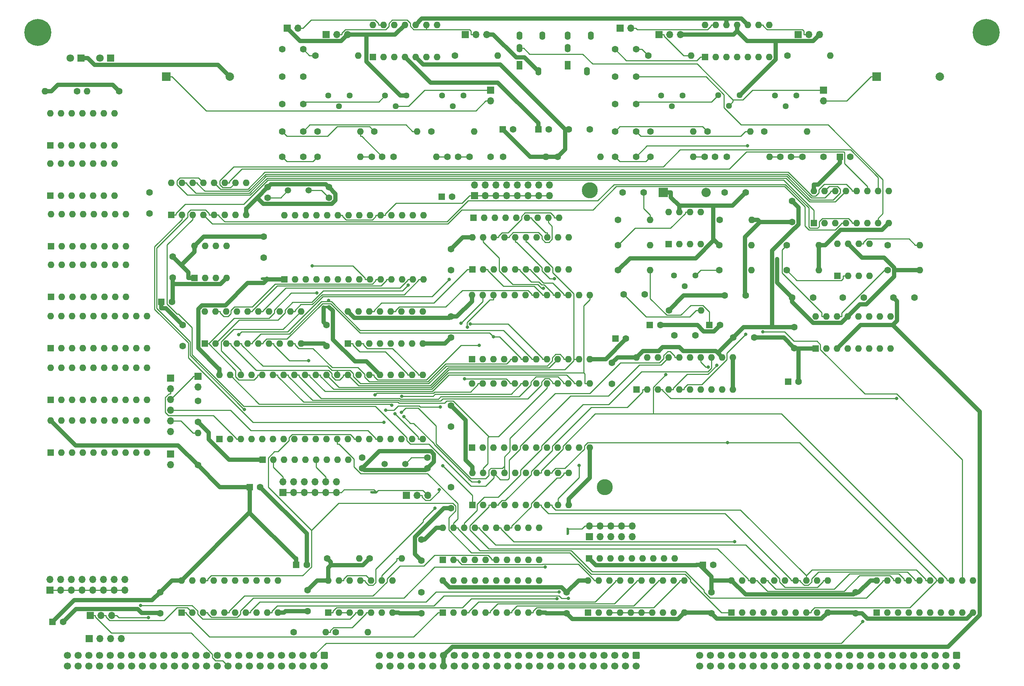
<source format=gbr>
%TF.GenerationSoftware,KiCad,Pcbnew,(6.0.11)*%
%TF.CreationDate,2023-12-29T11:32:02-05:00*%
%TF.ProjectId,input-output.Voice,696e7075-742d-46f7-9574-7075742e566f,rev?*%
%TF.SameCoordinates,Original*%
%TF.FileFunction,Copper,L1,Top*%
%TF.FilePolarity,Positive*%
%FSLAX46Y46*%
G04 Gerber Fmt 4.6, Leading zero omitted, Abs format (unit mm)*
G04 Created by KiCad (PCBNEW (6.0.11)) date 2023-12-29 11:32:02*
%MOMM*%
%LPD*%
G01*
G04 APERTURE LIST*
G04 Aperture macros list*
%AMRoundRect*
0 Rectangle with rounded corners*
0 $1 Rounding radius*
0 $2 $3 $4 $5 $6 $7 $8 $9 X,Y pos of 4 corners*
0 Add a 4 corners polygon primitive as box body*
4,1,4,$2,$3,$4,$5,$6,$7,$8,$9,$2,$3,0*
0 Add four circle primitives for the rounded corners*
1,1,$1+$1,$2,$3*
1,1,$1+$1,$4,$5*
1,1,$1+$1,$6,$7*
1,1,$1+$1,$8,$9*
0 Add four rect primitives between the rounded corners*
20,1,$1+$1,$2,$3,$4,$5,0*
20,1,$1+$1,$4,$5,$6,$7,0*
20,1,$1+$1,$6,$7,$8,$9,0*
20,1,$1+$1,$8,$9,$2,$3,0*%
G04 Aperture macros list end*
%TA.AperFunction,ComponentPad*%
%ADD10C,6.400000*%
%TD*%
%TA.AperFunction,ComponentPad*%
%ADD11RoundRect,0.250000X-0.600000X0.600000X-0.600000X-0.600000X0.600000X-0.600000X0.600000X0.600000X0*%
%TD*%
%TA.AperFunction,ComponentPad*%
%ADD12C,1.700000*%
%TD*%
%TA.AperFunction,ComponentPad*%
%ADD13C,1.500000*%
%TD*%
%TA.AperFunction,ComponentPad*%
%ADD14C,1.600000*%
%TD*%
%TA.AperFunction,ComponentPad*%
%ADD15C,1.440000*%
%TD*%
%TA.AperFunction,ComponentPad*%
%ADD16C,3.800000*%
%TD*%
%TA.AperFunction,ComponentPad*%
%ADD17O,1.600000X1.600000*%
%TD*%
%TA.AperFunction,ComponentPad*%
%ADD18R,1.600000X1.600000*%
%TD*%
%TA.AperFunction,ComponentPad*%
%ADD19R,1.700000X1.700000*%
%TD*%
%TA.AperFunction,ComponentPad*%
%ADD20O,1.700000X1.700000*%
%TD*%
%TA.AperFunction,ComponentPad*%
%ADD21C,0.600000*%
%TD*%
%TA.AperFunction,ComponentPad*%
%ADD22O,1.400000X2.000000*%
%TD*%
%TA.AperFunction,ComponentPad*%
%ADD23R,1.400000X2.000000*%
%TD*%
%TA.AperFunction,ComponentPad*%
%ADD24R,2.000000X2.000000*%
%TD*%
%TA.AperFunction,ComponentPad*%
%ADD25C,2.000000*%
%TD*%
%TA.AperFunction,ComponentPad*%
%ADD26R,1.800000X1.800000*%
%TD*%
%TA.AperFunction,ComponentPad*%
%ADD27C,1.800000*%
%TD*%
%TA.AperFunction,ComponentPad*%
%ADD28R,2.200000X2.200000*%
%TD*%
%TA.AperFunction,ComponentPad*%
%ADD29O,2.200000X2.200000*%
%TD*%
%TA.AperFunction,ViaPad*%
%ADD30C,0.800000*%
%TD*%
%TA.AperFunction,Conductor*%
%ADD31C,1.000000*%
%TD*%
%TA.AperFunction,Conductor*%
%ADD32C,0.599800*%
%TD*%
%TA.AperFunction,Conductor*%
%ADD33C,0.250000*%
%TD*%
G04 APERTURE END LIST*
%TO.C,NT2*%
G36*
X166050000Y-194100000D02*
G01*
X165450000Y-194100000D01*
X165450000Y-192900000D01*
X166050000Y-192900000D01*
X166050000Y-194100000D01*
G37*
%TO.C,NT1*%
G36*
X120350000Y-184550000D02*
G01*
X119150000Y-184550000D01*
X119150000Y-183950000D01*
X120350000Y-183950000D01*
X120350000Y-184550000D01*
G37*
%TO.C,NT4*%
G36*
X94350000Y-133800000D02*
G01*
X93150000Y-133800000D01*
X93150000Y-133200000D01*
X94350000Y-133200000D01*
X94350000Y-133800000D01*
G37*
%TO.C,NT3*%
G36*
X109100000Y-140550000D02*
G01*
X107900000Y-140550000D01*
X107900000Y-139950000D01*
X109100000Y-139950000D01*
X109100000Y-140550000D01*
G37*
%TD*%
D10*
%TO.P,H2,1,1*%
%TO.N,GND*%
X265000000Y-75000000D03*
%TD*%
%TO.P,H1,1,1*%
%TO.N,GND*%
X40000000Y-75000000D03*
%TD*%
D11*
%TO.P,P2,1,Pin_1*%
%TO.N,VCC*%
X182000000Y-223000000D03*
D12*
%TO.P,P2,2,Pin_2*%
X182000000Y-225540000D03*
%TO.P,P2,3,Pin_3*%
%TO.N,/bus/A15*%
X179460000Y-223000000D03*
%TO.P,P2,4,Pin_4*%
%TO.N,/bus/A31*%
X179460000Y-225540000D03*
%TO.P,P2,5,Pin_5*%
%TO.N,/bus/A14*%
X176920000Y-223000000D03*
%TO.P,P2,6,Pin_6*%
%TO.N,/bus/A30*%
X176920000Y-225540000D03*
%TO.P,P2,7,Pin_7*%
%TO.N,/bus/A13*%
X174380000Y-223000000D03*
%TO.P,P2,8,Pin_8*%
%TO.N,/bus/A29*%
X174380000Y-225540000D03*
%TO.P,P2,9,Pin_9*%
%TO.N,/bus/A12*%
X171840000Y-223000000D03*
%TO.P,P2,10,Pin_10*%
%TO.N,/bus/A28*%
X171840000Y-225540000D03*
%TO.P,P2,11,Pin_11*%
%TO.N,/bus/A11*%
X169300000Y-223000000D03*
%TO.P,P2,12,Pin_12*%
%TO.N,/bus/A27*%
X169300000Y-225540000D03*
%TO.P,P2,13,Pin_13*%
%TO.N,/bus/A10*%
X166760000Y-223000000D03*
%TO.P,P2,14,Pin_14*%
%TO.N,/bus/A26*%
X166760000Y-225540000D03*
%TO.P,P2,15,Pin_15*%
%TO.N,/bus/A9*%
X164220000Y-223000000D03*
%TO.P,P2,16,Pin_16*%
%TO.N,/bus/A25*%
X164220000Y-225540000D03*
%TO.P,P2,17,Pin_17*%
%TO.N,/bus/A8*%
X161680000Y-223000000D03*
%TO.P,P2,18,Pin_18*%
%TO.N,/bus/A24*%
X161680000Y-225540000D03*
%TO.P,P2,19,Pin_19*%
%TO.N,+12V*%
X159140000Y-223000000D03*
%TO.P,P2,20,Pin_20*%
X159140000Y-225540000D03*
%TO.P,P2,21,Pin_21*%
%TO.N,A7*%
X156600000Y-223000000D03*
%TO.P,P2,22,Pin_22*%
%TO.N,/bus/A23*%
X156600000Y-225540000D03*
%TO.P,P2,23,Pin_23*%
%TO.N,A6*%
X154060000Y-223000000D03*
%TO.P,P2,24,Pin_24*%
%TO.N,/bus/A22*%
X154060000Y-225540000D03*
%TO.P,P2,25,Pin_25*%
%TO.N,A5*%
X151520000Y-223000000D03*
%TO.P,P2,26,Pin_26*%
%TO.N,/bus/A21*%
X151520000Y-225540000D03*
%TO.P,P2,27,Pin_27*%
%TO.N,A4*%
X148980000Y-223000000D03*
%TO.P,P2,28,Pin_28*%
%TO.N,/bus/A20*%
X148980000Y-225540000D03*
%TO.P,P2,29,Pin_29*%
%TO.N,A3*%
X146440000Y-223000000D03*
%TO.P,P2,30,Pin_30*%
%TO.N,/bus/A19*%
X146440000Y-225540000D03*
%TO.P,P2,31,Pin_31*%
%TO.N,A2*%
X143900000Y-223000000D03*
%TO.P,P2,32,Pin_32*%
%TO.N,/bus/A18*%
X143900000Y-225540000D03*
%TO.P,P2,33,Pin_33*%
%TO.N,A1*%
X141360000Y-223000000D03*
%TO.P,P2,34,Pin_34*%
%TO.N,/bus/A17*%
X141360000Y-225540000D03*
%TO.P,P2,35,Pin_35*%
%TO.N,A0*%
X138820000Y-223000000D03*
%TO.P,P2,36,Pin_36*%
%TO.N,/bus/A16*%
X138820000Y-225540000D03*
%TO.P,P2,37,Pin_37*%
%TO.N,-12V*%
X136280000Y-223000000D03*
%TO.P,P2,38,Pin_38*%
X136280000Y-225540000D03*
%TO.P,P2,39,Pin_39*%
%TO.N,/bus/IC3*%
X133740000Y-223000000D03*
%TO.P,P2,40,Pin_40*%
%TO.N,/bus/~{TEND1}*%
X133740000Y-225540000D03*
%TO.P,P2,41,Pin_41*%
%TO.N,/bus/IC2*%
X131200000Y-223000000D03*
%TO.P,P2,42,Pin_42*%
%TO.N,/bus/~{DREQ1}*%
X131200000Y-225540000D03*
%TO.P,P2,43,Pin_43*%
%TO.N,/bus/IC1*%
X128660000Y-223000000D03*
%TO.P,P2,44,Pin_44*%
%TO.N,/bus/~{TEND0}*%
X128660000Y-225540000D03*
%TO.P,P2,45,Pin_45*%
%TO.N,/bus/IC0*%
X126120000Y-223000000D03*
%TO.P,P2,46,Pin_46*%
%TO.N,/bus/~{DREQ0}*%
X126120000Y-225540000D03*
%TO.P,P2,47,Pin_47*%
%TO.N,/bus/AUXCLK1*%
X123580000Y-223000000D03*
%TO.P,P2,48,Pin_48*%
%TO.N,/bus/AUXCLK0*%
X123580000Y-225540000D03*
%TO.P,P2,49,Pin_49*%
%TO.N,GND*%
X121040000Y-223000000D03*
%TO.P,P2,50,Pin_50*%
X121040000Y-225540000D03*
%TD*%
D11*
%TO.P,P3,1,Pin_1*%
%TO.N,VCC*%
X258000000Y-223000000D03*
D12*
%TO.P,P3,2,Pin_2*%
X258000000Y-225540000D03*
%TO.P,P3,3,Pin_3*%
%TO.N,/bus/D15*%
X255460000Y-223000000D03*
%TO.P,P3,4,Pin_4*%
%TO.N,/bus/D31*%
X255460000Y-225540000D03*
%TO.P,P3,5,Pin_5*%
%TO.N,/bus/D14*%
X252920000Y-223000000D03*
%TO.P,P3,6,Pin_6*%
%TO.N,/bus/D30*%
X252920000Y-225540000D03*
%TO.P,P3,7,Pin_7*%
%TO.N,/bus/D13*%
X250380000Y-223000000D03*
%TO.P,P3,8,Pin_8*%
%TO.N,/bus/D29*%
X250380000Y-225540000D03*
%TO.P,P3,9,Pin_9*%
%TO.N,/bus/D12*%
X247840000Y-223000000D03*
%TO.P,P3,10,Pin_10*%
%TO.N,/bus/D28*%
X247840000Y-225540000D03*
%TO.P,P3,11,Pin_11*%
%TO.N,/bus/D11*%
X245300000Y-223000000D03*
%TO.P,P3,12,Pin_12*%
%TO.N,/bus/D27*%
X245300000Y-225540000D03*
%TO.P,P3,13,Pin_13*%
%TO.N,/bus/D10*%
X242760000Y-223000000D03*
%TO.P,P3,14,Pin_14*%
%TO.N,/bus/D26*%
X242760000Y-225540000D03*
%TO.P,P3,15,Pin_15*%
%TO.N,/bus/D9*%
X240220000Y-223000000D03*
%TO.P,P3,16,Pin_16*%
%TO.N,/bus/D25*%
X240220000Y-225540000D03*
%TO.P,P3,17,Pin_17*%
%TO.N,/bus/D8*%
X237680000Y-223000000D03*
%TO.P,P3,18,Pin_18*%
%TO.N,/bus/D24*%
X237680000Y-225540000D03*
%TO.P,P3,19,Pin_19*%
%TO.N,D7*%
X235140000Y-223000000D03*
%TO.P,P3,20,Pin_20*%
%TO.N,/bus/D23*%
X235140000Y-225540000D03*
%TO.P,P3,21,Pin_21*%
%TO.N,D6*%
X232600000Y-223000000D03*
%TO.P,P3,22,Pin_22*%
%TO.N,/bus/D22*%
X232600000Y-225540000D03*
%TO.P,P3,23,Pin_23*%
%TO.N,D5*%
X230060000Y-223000000D03*
%TO.P,P3,24,Pin_24*%
%TO.N,/bus/D21*%
X230060000Y-225540000D03*
%TO.P,P3,25,Pin_25*%
%TO.N,D4*%
X227520000Y-223000000D03*
%TO.P,P3,26,Pin_26*%
%TO.N,/bus/D20*%
X227520000Y-225540000D03*
%TO.P,P3,27,Pin_27*%
%TO.N,D3*%
X224980000Y-223000000D03*
%TO.P,P3,28,Pin_28*%
%TO.N,/bus/D19*%
X224980000Y-225540000D03*
%TO.P,P3,29,Pin_29*%
%TO.N,D2*%
X222440000Y-223000000D03*
%TO.P,P3,30,Pin_30*%
%TO.N,/bus/D18*%
X222440000Y-225540000D03*
%TO.P,P3,31,Pin_31*%
%TO.N,D1*%
X219900000Y-223000000D03*
%TO.P,P3,32,Pin_32*%
%TO.N,/bus/D17*%
X219900000Y-225540000D03*
%TO.P,P3,33,Pin_33*%
%TO.N,D0*%
X217360000Y-223000000D03*
%TO.P,P3,34,Pin_34*%
%TO.N,/bus/D16*%
X217360000Y-225540000D03*
%TO.P,P3,35,Pin_35*%
%TO.N,/bus/~{BUSERR}*%
X214820000Y-223000000D03*
%TO.P,P3,36,Pin_36*%
%TO.N,/bus/UDS*%
X214820000Y-225540000D03*
%TO.P,P3,37,Pin_37*%
%TO.N,/bus/~{VPA}*%
X212280000Y-223000000D03*
%TO.P,P3,38,Pin_38*%
%TO.N,/bus/LDS*%
X212280000Y-225540000D03*
%TO.P,P3,39,Pin_39*%
%TO.N,/bus/~{VMA}*%
X209740000Y-223000000D03*
%TO.P,P3,40,Pin_40*%
%TO.N,/bus/S2*%
X209740000Y-225540000D03*
%TO.P,P3,41,Pin_41*%
%TO.N,/bus/~{BHE}*%
X207200000Y-223000000D03*
%TO.P,P3,42,Pin_42*%
%TO.N,/bus/S1*%
X207200000Y-225540000D03*
%TO.P,P3,43,Pin_43*%
%TO.N,/bus/IPL2*%
X204660000Y-223000000D03*
%TO.P,P3,44,Pin_44*%
%TO.N,/bus/S0*%
X204660000Y-225540000D03*
%TO.P,P3,45,Pin_45*%
%TO.N,/bus/IPL1*%
X202120000Y-223000000D03*
%TO.P,P3,46,Pin_46*%
%TO.N,/bus/AUXCLK3*%
X202120000Y-225540000D03*
%TO.P,P3,47,Pin_47*%
%TO.N,/bus/IPL0*%
X199580000Y-223000000D03*
%TO.P,P3,48,Pin_48*%
%TO.N,/bus/AUXCLK2*%
X199580000Y-225540000D03*
%TO.P,P3,49,Pin_49*%
%TO.N,GND*%
X197040000Y-223000000D03*
%TO.P,P3,50,Pin_50*%
X197040000Y-225540000D03*
%TD*%
D11*
%TO.P,P1,1,Pin_1*%
%TO.N,VCC*%
X108000000Y-223000000D03*
D12*
%TO.P,P1,2,Pin_2*%
X108000000Y-225540000D03*
%TO.P,P1,3,Pin_3*%
%TO.N,~{RD}*%
X105460000Y-223000000D03*
%TO.P,P1,4,Pin_4*%
%TO.N,/bus/E*%
X105460000Y-225540000D03*
%TO.P,P1,5,Pin_5*%
%TO.N,~{WR}*%
X102920000Y-223000000D03*
%TO.P,P1,6,Pin_6*%
%TO.N,/bus/ST*%
X102920000Y-225540000D03*
%TO.P,P1,7,Pin_7*%
%TO.N,~{IORQ}*%
X100380000Y-223000000D03*
%TO.P,P1,8,Pin_8*%
%TO.N,/bus/PHI*%
X100380000Y-225540000D03*
%TO.P,P1,9,Pin_9*%
%TO.N,/bus/~{MREQ}*%
X97840000Y-223000000D03*
%TO.P,P1,10,Pin_10*%
%TO.N,/bus/~{INT2}*%
X97840000Y-225540000D03*
%TO.P,P1,11,Pin_11*%
%TO.N,~{M1}*%
X95300000Y-223000000D03*
%TO.P,P1,12,Pin_12*%
%TO.N,/bus/~{INT1}*%
X95300000Y-225540000D03*
%TO.P,P1,13,Pin_13*%
%TO.N,/bus/~{BUSACK}*%
X92760000Y-223000000D03*
%TO.P,P1,14,Pin_14*%
%TO.N,/bus/CRUCLK*%
X92760000Y-225540000D03*
%TO.P,P1,15,Pin_15*%
%TO.N,/bus/CLK*%
X90220000Y-223000000D03*
%TO.P,P1,16,Pin_16*%
%TO.N,/bus/CRUOUT*%
X90220000Y-225540000D03*
%TO.P,P1,17,Pin_17*%
%TO.N,/bus/~{INT0}*%
X87680000Y-223000000D03*
%TO.P,P1,18,Pin_18*%
%TO.N,/bus/CRUIN*%
X87680000Y-225540000D03*
%TO.P,P1,19,Pin_19*%
%TO.N,/bus/~{NMI}*%
X85140000Y-223000000D03*
%TO.P,P1,20,Pin_20*%
%TO.N,~{RES_IN}*%
X85140000Y-225540000D03*
%TO.P,P1,21,Pin_21*%
%TO.N,~{RES_OUT}*%
X82600000Y-223000000D03*
%TO.P,P1,22,Pin_22*%
%TO.N,/bus/USER8*%
X82600000Y-225540000D03*
%TO.P,P1,23,Pin_23*%
%TO.N,/bus/~{BUSRQ}*%
X80060000Y-223000000D03*
%TO.P,P1,24,Pin_24*%
%TO.N,/bus/USER7*%
X80060000Y-225540000D03*
%TO.P,P1,25,Pin_25*%
%TO.N,~{WAIT}*%
X77520000Y-223000000D03*
%TO.P,P1,26,Pin_26*%
%TO.N,/bus/USER6*%
X77520000Y-225540000D03*
%TO.P,P1,27,Pin_27*%
%TO.N,/bus/~{HALT}*%
X74980000Y-223000000D03*
%TO.P,P1,28,Pin_28*%
%TO.N,/bus/USER5*%
X74980000Y-225540000D03*
%TO.P,P1,29,Pin_29*%
%TO.N,/bus/~{RFSH}*%
X72440000Y-223000000D03*
%TO.P,P1,30,Pin_30*%
%TO.N,/bus/USER4*%
X72440000Y-225540000D03*
%TO.P,P1,31,Pin_31*%
%TO.N,~{EIRQ7}*%
X69900000Y-223000000D03*
%TO.P,P1,32,Pin_32*%
%TO.N,/bus/USER3*%
X69900000Y-225540000D03*
%TO.P,P1,33,Pin_33*%
%TO.N,~{EIRQ6}*%
X67360000Y-223000000D03*
%TO.P,P1,34,Pin_34*%
%TO.N,/bus/USER2*%
X67360000Y-225540000D03*
%TO.P,P1,35,Pin_35*%
%TO.N,~{EIRQ5}*%
X64820000Y-223000000D03*
%TO.P,P1,36,Pin_36*%
%TO.N,/bus/USER1*%
X64820000Y-225540000D03*
%TO.P,P1,37,Pin_37*%
%TO.N,~{EIRQ4}*%
X62280000Y-223000000D03*
%TO.P,P1,38,Pin_38*%
%TO.N,/bus/USER0*%
X62280000Y-225540000D03*
%TO.P,P1,39,Pin_39*%
%TO.N,~{EIRQ3}*%
X59740000Y-223000000D03*
%TO.P,P1,40,Pin_40*%
%TO.N,~{BAI}*%
X59740000Y-225540000D03*
%TO.P,P1,41,Pin_41*%
%TO.N,~{EIRQ2}*%
X57200000Y-223000000D03*
%TO.P,P1,42,Pin_42*%
%TO.N,~{BAO}*%
X57200000Y-225540000D03*
%TO.P,P1,43,Pin_43*%
%TO.N,~{EIRQ1}*%
X54660000Y-223000000D03*
%TO.P,P1,44,Pin_44*%
%TO.N,~{IEI}*%
X54660000Y-225540000D03*
%TO.P,P1,45,Pin_45*%
%TO.N,~{EIRQ0}*%
X52120000Y-223000000D03*
%TO.P,P1,46,Pin_46*%
%TO.N,~{IEO}*%
X52120000Y-225540000D03*
%TO.P,P1,47,Pin_47*%
%TO.N,/bus/I2C_SCL*%
X49580000Y-223000000D03*
%TO.P,P1,48,Pin_48*%
%TO.N,/bus/I2C_SDA*%
X49580000Y-225540000D03*
%TO.P,P1,49,Pin_49*%
%TO.N,GND*%
X47040000Y-223000000D03*
%TO.P,P1,50,Pin_50*%
X47040000Y-225540000D03*
%TD*%
D13*
%TO.P,Y1,1,1*%
%TO.N,Net-(C37-Pad1)*%
X122275000Y-177500000D03*
%TO.P,Y1,2,2*%
%TO.N,Net-(C38-Pad1)*%
X127155000Y-177500000D03*
%TD*%
D14*
%TO.P,C70,1*%
%TO.N,Net-(C70-Pad1)*%
X97948900Y-85500000D03*
%TO.P,C70,2*%
%TO.N,AUDIO_SNL*%
X102948900Y-85500000D03*
%TD*%
D15*
%TO.P,RV3,1,1*%
%TO.N,Net-(C66-Pad1)*%
X135908900Y-90015000D03*
%TO.P,RV3,2,2*%
%TO.N,Net-(C66-Pad2)*%
X138448900Y-92555000D03*
%TO.P,RV3,3,3*%
X140988900Y-90015000D03*
%TD*%
D14*
%TO.P,C80,1*%
%TO.N,Net-(C80-Pad1)*%
X97948900Y-98500000D03*
%TO.P,C80,2*%
%TO.N,Net-(C80-Pad2)*%
X102948900Y-98500000D03*
%TD*%
%TO.P,C73,1*%
%TO.N,Net-(C65-Pad2)*%
X97948900Y-79000000D03*
%TO.P,C73,2*%
%TO.N,Net-(C73-Pad2)*%
X102948900Y-79000000D03*
%TD*%
%TO.P,C37,1*%
%TO.N,Net-(C37-Pad1)*%
X116975000Y-176000000D03*
%TO.P,C37,2*%
%TO.N,GND*%
X116975000Y-178500000D03*
%TD*%
%TO.P,C61,1*%
%TO.N,-12V*%
X243000000Y-138000000D03*
%TO.P,C61,2*%
%TO.N,GND*%
X248000000Y-138000000D03*
%TD*%
D16*
%TO.P,H3,1*%
%TO.N,N/C*%
X171000000Y-112500000D03*
%TD*%
D14*
%TO.P,R37,1*%
%TO.N,Net-(C76-Pad2)*%
X217868900Y-80500000D03*
D17*
%TO.P,R37,2*%
%TO.N,Net-(JP6-Pad1)*%
X228028900Y-80500000D03*
%TD*%
D14*
%TO.P,R40,1*%
%TO.N,Net-(C80-Pad1)*%
X119868900Y-98500000D03*
D17*
%TO.P,R40,2*%
%TO.N,Net-(C80-Pad2)*%
X130028900Y-98500000D03*
%TD*%
D14*
%TO.P,C48,1*%
%TO.N,Net-(C48-Pad1)*%
X178750000Y-113000000D03*
%TO.P,C48,2*%
%TO.N,Net-(C48-Pad2)*%
X183750000Y-113000000D03*
%TD*%
%TO.P,C29,1*%
%TO.N,GND*%
X210000000Y-147500000D03*
%TO.P,C29,2*%
%TO.N,VCC*%
X205000000Y-147500000D03*
%TD*%
%TO.P,C18,1*%
%TO.N,VCC*%
X108500000Y-144500000D03*
%TO.P,C18,2*%
%TO.N,GND*%
X108500000Y-149500000D03*
%TD*%
%TO.P,R35,1*%
%TO.N,Net-(C74-Pad2)*%
X138948900Y-80500000D03*
D17*
%TO.P,R35,2*%
%TO.N,Net-(JP4-Pad1)*%
X149108900Y-80500000D03*
%TD*%
D14*
%TO.P,R1,1*%
%TO.N,Net-(D1-Pad2)*%
X49310000Y-89000000D03*
D17*
%TO.P,R1,2*%
%TO.N,VCC*%
X41690000Y-89000000D03*
%TD*%
D14*
%TO.P,C10,1*%
%TO.N,VCC*%
X138000000Y-163625000D03*
%TO.P,C10,2*%
%TO.N,GND*%
X138000000Y-168625000D03*
%TD*%
D18*
%TO.P,U21,1,A->B*%
%TO.N,~{RD}*%
X239075000Y-212800000D03*
D17*
%TO.P,U21,2,A0*%
%TO.N,D0*%
X241615000Y-212800000D03*
%TO.P,U21,3,A1*%
%TO.N,D1*%
X244155000Y-212800000D03*
%TO.P,U21,4,A2*%
%TO.N,D2*%
X246695000Y-212800000D03*
%TO.P,U21,5,A3*%
%TO.N,D3*%
X249235000Y-212800000D03*
%TO.P,U21,6,A4*%
%TO.N,D4*%
X251775000Y-212800000D03*
%TO.P,U21,7,A5*%
%TO.N,D5*%
X254315000Y-212800000D03*
%TO.P,U21,8,A6*%
%TO.N,D6*%
X256855000Y-212800000D03*
%TO.P,U21,9,A7*%
%TO.N,D7*%
X259395000Y-212800000D03*
%TO.P,U21,10,GND*%
%TO.N,GND*%
X261935000Y-212800000D03*
%TO.P,U21,11,B7*%
%TO.N,bD7*%
X261935000Y-205180000D03*
%TO.P,U21,12,B6*%
%TO.N,bD6*%
X259395000Y-205180000D03*
%TO.P,U21,13,B5*%
%TO.N,bD5*%
X256855000Y-205180000D03*
%TO.P,U21,14,B4*%
%TO.N,bD4*%
X254315000Y-205180000D03*
%TO.P,U21,15,B3*%
%TO.N,bD3*%
X251775000Y-205180000D03*
%TO.P,U21,16,B2*%
%TO.N,bD2*%
X249235000Y-205180000D03*
%TO.P,U21,17,B1*%
%TO.N,bD1*%
X246695000Y-205180000D03*
%TO.P,U21,18,B0*%
%TO.N,bD0*%
X244155000Y-205180000D03*
%TO.P,U21,19,CE*%
%TO.N,~{CS_TTS}*%
X241615000Y-205180000D03*
%TO.P,U21,20,VCC*%
%TO.N,VCC*%
X239075000Y-205180000D03*
%TD*%
D14*
%TO.P,C13,1*%
%TO.N,VCC*%
X77975000Y-162500000D03*
%TO.P,C13,2*%
%TO.N,GND*%
X77975000Y-167500000D03*
%TD*%
D18*
%TO.P,J2,1,Pin_1*%
%TO.N,unconnected-(J2-Pad1)*%
X43100000Y-137800000D03*
D17*
%TO.P,J2,2,Pin_2*%
%TO.N,unconnected-(J2-Pad2)*%
X45640000Y-137800000D03*
%TO.P,J2,3,Pin_3*%
%TO.N,unconnected-(J2-Pad3)*%
X48180000Y-137800000D03*
%TO.P,J2,4,Pin_4*%
%TO.N,unconnected-(J2-Pad4)*%
X50720000Y-137800000D03*
%TO.P,J2,5,Pin_5*%
%TO.N,unconnected-(J2-Pad5)*%
X53260000Y-137800000D03*
%TO.P,J2,6,Pin_6*%
%TO.N,unconnected-(J2-Pad6)*%
X55800000Y-137800000D03*
%TO.P,J2,7,Pin_7*%
%TO.N,unconnected-(J2-Pad7)*%
X58340000Y-137800000D03*
%TO.P,J2,8,Pin_8*%
%TO.N,unconnected-(J2-Pad8)*%
X60880000Y-137800000D03*
%TO.P,J2,9,Pin_9*%
%TO.N,unconnected-(J2-Pad9)*%
X60880000Y-130180000D03*
%TO.P,J2,10,Pin_10*%
%TO.N,unconnected-(J2-Pad10)*%
X58340000Y-130180000D03*
%TO.P,J2,11,Pin_11*%
%TO.N,unconnected-(J2-Pad11)*%
X55800000Y-130180000D03*
%TO.P,J2,12,Pin_12*%
%TO.N,unconnected-(J2-Pad12)*%
X53260000Y-130180000D03*
%TO.P,J2,13,Pin_13*%
%TO.N,unconnected-(J2-Pad13)*%
X50720000Y-130180000D03*
%TO.P,J2,14,Pin_14*%
%TO.N,unconnected-(J2-Pad14)*%
X48180000Y-130180000D03*
%TO.P,J2,15,Pin_15*%
%TO.N,unconnected-(J2-Pad15)*%
X45640000Y-130180000D03*
%TO.P,J2,16,Pin_16*%
%TO.N,unconnected-(J2-Pad16)*%
X43100000Y-130180000D03*
%TD*%
D19*
%TO.P,JP3,1,A*%
%TO.N,Net-(JP3-Pad1)*%
X108423900Y-75500000D03*
D20*
%TO.P,JP3,2,C*%
%TO.N,Net-(C80-Pad1)*%
X110963900Y-75500000D03*
%TO.P,JP3,3,B*%
%TO.N,GND*%
X113503900Y-75500000D03*
%TD*%
D14*
%TO.P,C11,1*%
%TO.N,VCC*%
X72000000Y-128250000D03*
%TO.P,C11,2*%
%TO.N,GND*%
X72000000Y-133250000D03*
%TD*%
%TO.P,R29,1*%
%TO.N,Net-(C68-Pad1)*%
X212368900Y-98500000D03*
D17*
%TO.P,R29,2*%
%TO.N,Net-(C68-Pad2)*%
X222528900Y-98500000D03*
%TD*%
D14*
%TO.P,R38,1*%
%TO.N,+12V*%
X150420000Y-104500000D03*
D17*
%TO.P,R38,2*%
%TO.N,VB*%
X160580000Y-104500000D03*
%TD*%
D18*
%TO.P,C21,1*%
%TO.N,VCC*%
X69294900Y-139000000D03*
D14*
%TO.P,C21,2*%
%TO.N,GND*%
X71794900Y-139000000D03*
%TD*%
%TO.P,C39,1*%
%TO.N,Net-(C39-Pad1)*%
X109045000Y-114250000D03*
%TO.P,C39,2*%
%TO.N,GND*%
X109045000Y-111750000D03*
%TD*%
%TO.P,R19,1*%
%TO.N,Net-(R19-Pad1)*%
X241690000Y-125500000D03*
D17*
%TO.P,R19,2*%
%TO.N,AUDIO_DAC*%
X249310000Y-125500000D03*
%TD*%
D21*
%TO.P,NT2,1,1*%
%TO.N,GND*%
X165750000Y-194100000D03*
%TO.P,NT2,2,2*%
%TO.N,ZERO*%
X165750000Y-192900000D03*
%TD*%
D14*
%TO.P,C65,1*%
%TO.N,Net-(C65-Pad1)*%
X119198900Y-104500000D03*
%TO.P,C65,2*%
%TO.N,Net-(C65-Pad2)*%
X121698900Y-104500000D03*
%TD*%
D18*
%TO.P,J4,1,Pin_1*%
%TO.N,unconnected-(J4-Pad1)*%
X42940000Y-101810000D03*
D17*
%TO.P,J4,2,Pin_2*%
%TO.N,unconnected-(J4-Pad2)*%
X45480000Y-101810000D03*
%TO.P,J4,3,Pin_3*%
%TO.N,unconnected-(J4-Pad3)*%
X48020000Y-101810000D03*
%TO.P,J4,4,Pin_4*%
%TO.N,unconnected-(J4-Pad4)*%
X50560000Y-101810000D03*
%TO.P,J4,5,Pin_5*%
%TO.N,unconnected-(J4-Pad5)*%
X53100000Y-101810000D03*
%TO.P,J4,6,Pin_6*%
%TO.N,unconnected-(J4-Pad6)*%
X55640000Y-101810000D03*
%TO.P,J4,7,Pin_7*%
%TO.N,unconnected-(J4-Pad7)*%
X58180000Y-101810000D03*
%TO.P,J4,8,Pin_8*%
%TO.N,unconnected-(J4-Pad8)*%
X58180000Y-94190000D03*
%TO.P,J4,9,Pin_9*%
%TO.N,unconnected-(J4-Pad9)*%
X55640000Y-94190000D03*
%TO.P,J4,10,Pin_10*%
%TO.N,unconnected-(J4-Pad10)*%
X53100000Y-94190000D03*
%TO.P,J4,11,Pin_11*%
%TO.N,unconnected-(J4-Pad11)*%
X50560000Y-94190000D03*
%TO.P,J4,12,Pin_12*%
%TO.N,unconnected-(J4-Pad12)*%
X48020000Y-94190000D03*
%TO.P,J4,13,Pin_13*%
%TO.N,unconnected-(J4-Pad13)*%
X45480000Y-94190000D03*
%TO.P,J4,14,Pin_14*%
%TO.N,unconnected-(J4-Pad14)*%
X42940000Y-94190000D03*
%TD*%
D19*
%TO.P,J11,1,Pin_1*%
%TO.N,~{RES_IN}*%
X52475000Y-213500000D03*
D20*
%TO.P,J11,2,Pin_2*%
%TO.N,Net-(J11-Pad2)*%
X55015000Y-213500000D03*
%TO.P,J11,3,Pin_3*%
%TO.N,~{RES_OUT}*%
X57555000Y-213500000D03*
%TD*%
D14*
%TO.P,C40,1*%
%TO.N,Net-(C40-Pad1)*%
X94545000Y-114250000D03*
%TO.P,C40,2*%
%TO.N,GND*%
X94545000Y-111750000D03*
%TD*%
%TO.P,C59,1*%
%TO.N,+12V*%
X219000000Y-138000000D03*
%TO.P,C59,2*%
%TO.N,GND*%
X224000000Y-138000000D03*
%TD*%
D18*
%TO.P,U4,1,A7*%
%TO.N,/TTS/A7*%
X143025000Y-152625000D03*
D17*
%TO.P,U4,2,A6*%
%TO.N,/TTS/A6*%
X145565000Y-152625000D03*
%TO.P,U4,3,A5*%
%TO.N,/TTS/A5*%
X148105000Y-152625000D03*
%TO.P,U4,4,A4*%
%TO.N,/TTS/A4*%
X150645000Y-152625000D03*
%TO.P,U4,5,A3*%
%TO.N,/TTS/A3*%
X153185000Y-152625000D03*
%TO.P,U4,6,A2*%
%TO.N,/TTS/A2*%
X155725000Y-152625000D03*
%TO.P,U4,7,A1*%
%TO.N,/TTS/A1*%
X158265000Y-152625000D03*
%TO.P,U4,8,A0*%
%TO.N,/TTS/A0*%
X160805000Y-152625000D03*
%TO.P,U4,9,Q0*%
%TO.N,/TTS/D0*%
X163345000Y-152625000D03*
%TO.P,U4,10,Q1*%
%TO.N,/TTS/D1*%
X165885000Y-152625000D03*
%TO.P,U4,11,Q2*%
%TO.N,/TTS/D2*%
X168425000Y-152625000D03*
%TO.P,U4,12,GND*%
%TO.N,GND*%
X170965000Y-152625000D03*
%TO.P,U4,13,Q3*%
%TO.N,/TTS/D3*%
X170965000Y-137385000D03*
%TO.P,U4,14,Q4*%
%TO.N,/TTS/D4*%
X168425000Y-137385000D03*
%TO.P,U4,15,Q5*%
%TO.N,/TTS/D5*%
X165885000Y-137385000D03*
%TO.P,U4,16,Q6*%
%TO.N,/TTS/D6*%
X163345000Y-137385000D03*
%TO.P,U4,17,Q7*%
%TO.N,/TTS/D7*%
X160805000Y-137385000D03*
%TO.P,U4,18,~{CS}*%
%TO.N,/TTS/~{CS_RAM}*%
X158265000Y-137385000D03*
%TO.P,U4,19,A10*%
%TO.N,/TTS/A10*%
X155725000Y-137385000D03*
%TO.P,U4,20,~{OE}*%
%TO.N,ZERO*%
X153185000Y-137385000D03*
%TO.P,U4,21,~{WE}*%
%TO.N,/TTS/~{WE}*%
X150645000Y-137385000D03*
%TO.P,U4,22,A9*%
%TO.N,/TTS/A9*%
X148105000Y-137385000D03*
%TO.P,U4,23,A8*%
%TO.N,/TTS/A8*%
X145565000Y-137385000D03*
%TO.P,U4,24,VCC*%
%TO.N,VCC*%
X143025000Y-137385000D03*
%TD*%
D19*
%TO.P,JP6,1,A*%
%TO.N,Net-(JP6-Pad1)*%
X220423900Y-75500000D03*
D20*
%TO.P,JP6,2,C*%
%TO.N,Net-(C81-Pad1)*%
X222963900Y-75500000D03*
%TO.P,JP6,3,B*%
%TO.N,GND*%
X225503900Y-75500000D03*
%TD*%
D14*
%TO.P,C2,1*%
%TO.N,VCC*%
X69000000Y-208000000D03*
%TO.P,C2,2*%
%TO.N,GND*%
X69000000Y-213000000D03*
%TD*%
D18*
%TO.P,U25,1,G*%
%TO.N,~{bIORQ}*%
X170575000Y-212800000D03*
D17*
%TO.P,U25,2,P0*%
%TO.N,~{bM1}*%
X173115000Y-212800000D03*
%TO.P,U25,3,R0*%
%TO.N,Net-(RN3-Pad9)*%
X175655000Y-212800000D03*
%TO.P,U25,4,P1*%
X178195000Y-212800000D03*
%TO.P,U25,5,R1*%
X180735000Y-212800000D03*
%TO.P,U25,6,P2*%
X183275000Y-212800000D03*
%TO.P,U25,7,R2*%
X185815000Y-212800000D03*
%TO.P,U25,8,P3*%
%TO.N,bA3*%
X188355000Y-212800000D03*
%TO.P,U25,9,R3*%
%TO.N,Net-(RN3-Pad6)*%
X190895000Y-212800000D03*
%TO.P,U25,10,GND*%
%TO.N,GND*%
X193435000Y-212800000D03*
%TO.P,U25,11,P4*%
%TO.N,bA4*%
X193435000Y-205180000D03*
%TO.P,U25,12,R4*%
%TO.N,Net-(RN3-Pad5)*%
X190895000Y-205180000D03*
%TO.P,U25,13,P5*%
%TO.N,bA5*%
X188355000Y-205180000D03*
%TO.P,U25,14,R5*%
%TO.N,Net-(RN3-Pad4)*%
X185815000Y-205180000D03*
%TO.P,U25,15,P6*%
%TO.N,bA6*%
X183275000Y-205180000D03*
%TO.P,U25,16,R6*%
%TO.N,Net-(RN3-Pad3)*%
X180735000Y-205180000D03*
%TO.P,U25,17,P7*%
%TO.N,bA7*%
X178195000Y-205180000D03*
%TO.P,U25,18,R7*%
%TO.N,Net-(RN3-Pad2)*%
X175655000Y-205180000D03*
%TO.P,U25,19,P=R*%
%TO.N,~{BRD_SEL}*%
X173115000Y-205180000D03*
%TO.P,U25,20,VCC*%
%TO.N,VCC*%
X170575000Y-205180000D03*
%TD*%
D18*
%TO.P,U1,1,I1/CLK*%
%TO.N,unconnected-(U1-Pad1)*%
X136075000Y-200300000D03*
D17*
%TO.P,U1,2,I2*%
%TO.N,~{BRD_SEL}*%
X138615000Y-200300000D03*
%TO.P,U1,3,I3*%
%TO.N,bA1*%
X141155000Y-200300000D03*
%TO.P,U1,4,I4*%
%TO.N,bA0*%
X143695000Y-200300000D03*
%TO.P,U1,5,I5*%
%TO.N,bA2*%
X146235000Y-200300000D03*
%TO.P,U1,6,I6*%
%TO.N,~{bWR}*%
X148775000Y-200300000D03*
%TO.P,U1,7,I7*%
%TO.N,A15-TTS*%
X151315000Y-200300000D03*
%TO.P,U1,8,I8*%
%TO.N,unconnected-(U1-Pad8)*%
X153855000Y-200300000D03*
%TO.P,U1,9,I9*%
%TO.N,unconnected-(U1-Pad9)*%
X156395000Y-200300000D03*
%TO.P,U1,10,GND*%
%TO.N,GND*%
X158935000Y-200300000D03*
%TO.P,U1,11,I10/~{OE}*%
%TO.N,unconnected-(U1-Pad11)*%
X158935000Y-192680000D03*
%TO.P,U1,12,IO8*%
%TO.N,~{A15}*%
X156395000Y-192680000D03*
%TO.P,U1,13,IO7*%
%TO.N,~{CS_ADC_WR}*%
X153855000Y-192680000D03*
%TO.P,U1,14,IO6*%
%TO.N,CS_TTS*%
X151315000Y-192680000D03*
%TO.P,U1,15,IO5*%
%TO.N,~{CS_SN2}*%
X148775000Y-192680000D03*
%TO.P,U1,16,IO4*%
%TO.N,~{CS_SN1}*%
X146235000Y-192680000D03*
%TO.P,U1,17,I03*%
%TO.N,~{CS_DAC_WR}*%
X143695000Y-192680000D03*
%TO.P,U1,18,IO2*%
%TO.N,~{CS_ADC}*%
X141155000Y-192680000D03*
%TO.P,U1,19,IO1*%
%TO.N,~{CS_TTS}*%
X138615000Y-192680000D03*
%TO.P,U1,20,VCC*%
%TO.N,VCC*%
X136075000Y-192680000D03*
%TD*%
D14*
%TO.P,R16,1*%
%TO.N,Net-(R16-Pad1)*%
X241690000Y-131500000D03*
D17*
%TO.P,R16,2*%
%TO.N,+12V*%
X249310000Y-131500000D03*
%TD*%
D14*
%TO.P,C1,1*%
%TO.N,VCC*%
X66500000Y-112990000D03*
%TO.P,C1,2*%
%TO.N,GND*%
X66500000Y-117990000D03*
%TD*%
D18*
%TO.P,RN3,1,common*%
%TO.N,VCC*%
X170825000Y-200000000D03*
D17*
%TO.P,RN3,2,R1*%
%TO.N,Net-(RN3-Pad2)*%
X173365000Y-200000000D03*
%TO.P,RN3,3,R2*%
%TO.N,Net-(RN3-Pad3)*%
X175905000Y-200000000D03*
%TO.P,RN3,4,R3*%
%TO.N,Net-(RN3-Pad4)*%
X178445000Y-200000000D03*
%TO.P,RN3,5,R4*%
%TO.N,Net-(RN3-Pad5)*%
X180985000Y-200000000D03*
%TO.P,RN3,6,R5*%
%TO.N,Net-(RN3-Pad6)*%
X183525000Y-200000000D03*
%TO.P,RN3,7,R6*%
%TO.N,unconnected-(RN3-Pad7)*%
X186065000Y-200000000D03*
%TO.P,RN3,8,R7*%
%TO.N,unconnected-(RN3-Pad8)*%
X188605000Y-200000000D03*
%TO.P,RN3,9,R8*%
%TO.N,Net-(RN3-Pad9)*%
X191145000Y-200000000D03*
%TD*%
D19*
%TO.P,SW1,1,Pin_1*%
%TO.N,ONE*%
X98125000Y-184275000D03*
D20*
%TO.P,SW1,2,Pin_2*%
%TO.N,Net-(RN1-Pad2)*%
X98125000Y-181735000D03*
%TO.P,SW1,3,Pin_3*%
%TO.N,ONE*%
X100665000Y-184275000D03*
%TO.P,SW1,4,Pin_4*%
%TO.N,Net-(RN1-Pad3)*%
X100665000Y-181735000D03*
%TO.P,SW1,5,Pin_5*%
%TO.N,ONE*%
X103205000Y-184275000D03*
%TO.P,SW1,6,Pin_6*%
%TO.N,Net-(RN1-Pad4)*%
X103205000Y-181735000D03*
%TO.P,SW1,7,Pin_7*%
%TO.N,ONE*%
X105745000Y-184275000D03*
%TO.P,SW1,8,Pin_8*%
%TO.N,Net-(RN1-Pad5)*%
X105745000Y-181735000D03*
%TO.P,SW1,9,Pin_9*%
%TO.N,ONE*%
X108285000Y-184275000D03*
%TO.P,SW1,10,Pin_10*%
%TO.N,Net-(RN1-Pad6)*%
X108285000Y-181735000D03*
%TO.P,SW1,11,Pin_11*%
%TO.N,ONE*%
X110825000Y-184275000D03*
%TO.P,SW1,12,Pin_12*%
%TO.N,Net-(RN1-Pad7)*%
X110825000Y-181735000D03*
%TD*%
D15*
%TO.P,RV5,1,1*%
%TO.N,Net-(C68-Pad1)*%
X214908900Y-90015000D03*
%TO.P,RV5,2,2*%
%TO.N,Net-(C68-Pad2)*%
X217448900Y-92555000D03*
%TO.P,RV5,3,3*%
X219988900Y-90015000D03*
%TD*%
D14*
%TO.P,C6,1*%
%TO.N,VCC*%
X138000000Y-126500000D03*
%TO.P,C6,2*%
%TO.N,GND*%
X138000000Y-131500000D03*
%TD*%
%TO.P,C71,1*%
%TO.N,Net-(C71-Pad1)*%
X176948900Y-104500000D03*
%TO.P,C71,2*%
%TO.N,AUDIO_DAC*%
X181948900Y-104500000D03*
%TD*%
%TO.P,C81,1*%
%TO.N,Net-(C81-Pad1)*%
X176948900Y-98500000D03*
%TO.P,C81,2*%
%TO.N,Net-(C81-Pad2)*%
X181948900Y-98500000D03*
%TD*%
%TO.P,C67,1*%
%TO.N,Net-(C67-Pad1)*%
X198198900Y-104500000D03*
%TO.P,C67,2*%
%TO.N,Net-(C67-Pad2)*%
X200698900Y-104500000D03*
%TD*%
D18*
%TO.P,C57,1*%
%TO.N,/ADC-DAC/VPRE*%
X185234000Y-144500000D03*
D14*
%TO.P,C57,2*%
%TO.N,GND*%
X187734000Y-144500000D03*
%TD*%
D19*
%TO.P,JP4,1,A*%
%TO.N,Net-(JP4-Pad1)*%
X141423900Y-75500000D03*
D20*
%TO.P,JP4,2,C*%
%TO.N,Net-(C80-Pad1)*%
X143963900Y-75500000D03*
%TO.P,JP4,3,B*%
%TO.N,GND*%
X146503900Y-75500000D03*
%TD*%
D18*
%TO.P,U28,1*%
%TO.N,Net-(C67-Pad2)*%
X198323900Y-80800000D03*
D17*
%TO.P,U28,2,-*%
%TO.N,Net-(C67-Pad1)*%
X200863900Y-80800000D03*
%TO.P,U28,3,+*%
%TO.N,VB*%
X203403900Y-80800000D03*
%TO.P,U28,4,V+*%
%TO.N,+12V*%
X205943900Y-80800000D03*
%TO.P,U28,5,+*%
%TO.N,VB*%
X208483900Y-80800000D03*
%TO.P,U28,6,-*%
%TO.N,Net-(C68-Pad1)*%
X211023900Y-80800000D03*
%TO.P,U28,7*%
%TO.N,Net-(C68-Pad2)*%
X213563900Y-80800000D03*
%TO.P,U28,8*%
%TO.N,Net-(C81-Pad2)*%
X213563900Y-73180000D03*
%TO.P,U28,9,-*%
%TO.N,Net-(C81-Pad1)*%
X211023900Y-73180000D03*
%TO.P,U28,10,+*%
%TO.N,VB*%
X208483900Y-73180000D03*
%TO.P,U28,11,V-*%
%TO.N,GND*%
X205943900Y-73180000D03*
%TO.P,U28,12,+*%
%TO.N,VB*%
X203403900Y-73180000D03*
%TO.P,U28,13,-*%
%TO.N,Net-(JP10-Pad2)*%
X200863900Y-73180000D03*
%TO.P,U28,14*%
%TO.N,unconnected-(U28-Pad14)*%
X198323900Y-73180000D03*
%TD*%
D14*
%TO.P,C28,1*%
%TO.N,GND*%
X176250000Y-158500000D03*
%TO.P,C28,2*%
%TO.N,VCC*%
X176250000Y-153500000D03*
%TD*%
D18*
%TO.P,J1,1,Pin_1*%
%TO.N,unconnected-(J1-Pad1)*%
X42940000Y-113800000D03*
D17*
%TO.P,J1,2,Pin_2*%
%TO.N,unconnected-(J1-Pad2)*%
X45480000Y-113800000D03*
%TO.P,J1,3,Pin_3*%
%TO.N,unconnected-(J1-Pad3)*%
X48020000Y-113800000D03*
%TO.P,J1,4,Pin_4*%
%TO.N,unconnected-(J1-Pad4)*%
X50560000Y-113800000D03*
%TO.P,J1,5,Pin_5*%
%TO.N,unconnected-(J1-Pad5)*%
X53100000Y-113800000D03*
%TO.P,J1,6,Pin_6*%
%TO.N,unconnected-(J1-Pad6)*%
X55640000Y-113800000D03*
%TO.P,J1,7,Pin_7*%
%TO.N,unconnected-(J1-Pad7)*%
X58180000Y-113800000D03*
%TO.P,J1,8,Pin_8*%
%TO.N,unconnected-(J1-Pad8)*%
X58180000Y-106180000D03*
%TO.P,J1,9,Pin_9*%
%TO.N,unconnected-(J1-Pad9)*%
X55640000Y-106180000D03*
%TO.P,J1,10,Pin_10*%
%TO.N,unconnected-(J1-Pad10)*%
X53100000Y-106180000D03*
%TO.P,J1,11,Pin_11*%
%TO.N,unconnected-(J1-Pad11)*%
X50560000Y-106180000D03*
%TO.P,J1,12,Pin_12*%
%TO.N,unconnected-(J1-Pad12)*%
X48020000Y-106180000D03*
%TO.P,J1,13,Pin_13*%
%TO.N,unconnected-(J1-Pad13)*%
X45480000Y-106180000D03*
%TO.P,J1,14,Pin_14*%
%TO.N,unconnected-(J1-Pad14)*%
X42940000Y-106180000D03*
%TD*%
D14*
%TO.P,R41,1*%
%TO.N,Net-(C81-Pad1)*%
X198868900Y-98500000D03*
D17*
%TO.P,R41,2*%
%TO.N,Net-(C81-Pad2)*%
X209028900Y-98500000D03*
%TD*%
D14*
%TO.P,C66,1*%
%TO.N,Net-(C66-Pad1)*%
X137198900Y-104500000D03*
%TO.P,C66,2*%
%TO.N,Net-(C66-Pad2)*%
X139698900Y-104500000D03*
%TD*%
%TO.P,C17,1*%
%TO.N,VCC*%
X93545000Y-123500000D03*
%TO.P,C17,2*%
%TO.N,GND*%
X93545000Y-128500000D03*
%TD*%
D18*
%TO.P,C25,1*%
%TO.N,VCC*%
X135794900Y-114000000D03*
D14*
%TO.P,C25,2*%
%TO.N,GND*%
X138294900Y-114000000D03*
%TD*%
D18*
%TO.P,U11,1,NULL*%
%TO.N,unconnected-(U11-Pad1)*%
X189700000Y-125300000D03*
D17*
%TO.P,U11,2,-*%
%TO.N,Net-(C54-Pad2)*%
X192240000Y-125300000D03*
%TO.P,U11,3,+*%
%TO.N,Net-(R12-Pad2)*%
X194780000Y-125300000D03*
%TO.P,U11,4,V-*%
%TO.N,GND*%
X197320000Y-125300000D03*
%TO.P,U11,5,NULL*%
%TO.N,unconnected-(U11-Pad5)*%
X197320000Y-117680000D03*
%TO.P,U11,6*%
%TO.N,Net-(C58-Pad2)*%
X194780000Y-117680000D03*
%TO.P,U11,7,V+*%
%TO.N,/ADC-DAC/VPRE*%
X192240000Y-117680000D03*
%TO.P,U11,8,NC*%
%TO.N,unconnected-(U11-Pad8)*%
X189700000Y-117680000D03*
%TD*%
D21*
%TO.P,NT1,1,1*%
%TO.N,VCC*%
X119150000Y-184250000D03*
%TO.P,NT1,2,2*%
%TO.N,ONE*%
X120350000Y-184250000D03*
%TD*%
D18*
%TO.P,U13,1,~{Mr}*%
%TO.N,~{bRESET}*%
X204575000Y-212800000D03*
D17*
%TO.P,U13,2,Q0*%
%TO.N,/ADC-DAC/MSB*%
X207115000Y-212800000D03*
%TO.P,U13,3,D0*%
%TO.N,bD7*%
X209655000Y-212800000D03*
%TO.P,U13,4,D1*%
%TO.N,bD6*%
X212195000Y-212800000D03*
%TO.P,U13,5,Q1*%
%TO.N,Net-(U13-Pad5)*%
X214735000Y-212800000D03*
%TO.P,U13,6,Q2*%
%TO.N,Net-(U13-Pad6)*%
X217275000Y-212800000D03*
%TO.P,U13,7,D2*%
%TO.N,bD5*%
X219815000Y-212800000D03*
%TO.P,U13,8,D3*%
%TO.N,bD4*%
X222355000Y-212800000D03*
%TO.P,U13,9,Q3*%
%TO.N,Net-(U13-Pad9)*%
X224895000Y-212800000D03*
%TO.P,U13,10,GND*%
%TO.N,GND*%
X227435000Y-212800000D03*
%TO.P,U13,11,Cp*%
%TO.N,~{CS_DAC_WR}*%
X227435000Y-205180000D03*
%TO.P,U13,12,Q4*%
%TO.N,Net-(U13-Pad12)*%
X224895000Y-205180000D03*
%TO.P,U13,13,D4*%
%TO.N,bD3*%
X222355000Y-205180000D03*
%TO.P,U13,14,D5*%
%TO.N,bD2*%
X219815000Y-205180000D03*
%TO.P,U13,15,Q5*%
%TO.N,Net-(U13-Pad15)*%
X217275000Y-205180000D03*
%TO.P,U13,16,Q6*%
%TO.N,Net-(U13-Pad16)*%
X214735000Y-205180000D03*
%TO.P,U13,17,D6*%
%TO.N,bD1*%
X212195000Y-205180000D03*
%TO.P,U13,18,D7*%
%TO.N,bD0*%
X209655000Y-205180000D03*
%TO.P,U13,19,Q7*%
%TO.N,/ADC-DAC/LSB*%
X207115000Y-205180000D03*
%TO.P,U13,20,VCC*%
%TO.N,VCC*%
X204575000Y-205180000D03*
%TD*%
D18*
%TO.P,U23,1,D5*%
%TO.N,bD5*%
X71625000Y-118300000D03*
D17*
%TO.P,U23,2,D6*%
%TO.N,bD6*%
X74165000Y-118300000D03*
%TO.P,U23,3,D7*%
%TO.N,bD7*%
X76705000Y-118300000D03*
%TO.P,U23,4,READY*%
%TO.N,/Sound/~{SN_WAIT}*%
X79245000Y-118300000D03*
%TO.P,U23,5,~{WE}*%
%TO.N,~{bWR}*%
X81785000Y-118300000D03*
%TO.P,U23,6,~{OE}*%
%TO.N,~{CS_SN1}*%
X84325000Y-118300000D03*
%TO.P,U23,7,AUDIO*%
%TO.N,AUDIO_SNL*%
X86865000Y-118300000D03*
%TO.P,U23,8,GND*%
%TO.N,GND*%
X89405000Y-118300000D03*
%TO.P,U23,9,N.C.*%
%TO.N,unconnected-(U23-Pad9)*%
X89405000Y-110680000D03*
%TO.P,U23,10,D0*%
%TO.N,bD0*%
X86865000Y-110680000D03*
%TO.P,U23,11,D1*%
%TO.N,bD1*%
X84325000Y-110680000D03*
%TO.P,U23,12,D2*%
%TO.N,bD2*%
X81785000Y-110680000D03*
%TO.P,U23,13,D3*%
%TO.N,bD3*%
X79245000Y-110680000D03*
%TO.P,U23,14,CLOCK*%
%TO.N,/Sound/SN_CLK*%
X76705000Y-110680000D03*
%TO.P,U23,15,D4*%
%TO.N,bD4*%
X74165000Y-110680000D03*
%TO.P,U23,16,VCC*%
%TO.N,VCC*%
X71625000Y-110680000D03*
%TD*%
D15*
%TO.P,RV2,1,1*%
%TO.N,Net-(C65-Pad1)*%
X108908900Y-90015000D03*
%TO.P,RV2,2,2*%
%TO.N,Net-(C65-Pad2)*%
X111448900Y-92555000D03*
%TO.P,RV2,3,3*%
X113988900Y-90015000D03*
%TD*%
D22*
%TO.P,J9,*%
%TO.N,*%
X171250000Y-75750000D03*
%TO.P,J9,R1*%
%TO.N,unconnected-(J9-PadR1)*%
X165750000Y-78750000D03*
%TO.P,J9,R2*%
%TO.N,unconnected-(J9-PadR2)*%
X165750000Y-75750000D03*
%TO.P,J9,S*%
%TO.N,GND*%
X170250000Y-84250000D03*
D23*
%TO.P,J9,T*%
%TO.N,Net-(C48-Pad2)*%
X165750000Y-82750000D03*
%TD*%
D15*
%TO.P,RV7,1,1*%
%TO.N,Net-(C83-Pad2)*%
X201408900Y-89913000D03*
%TO.P,RV7,2,2*%
%TO.N,Net-(J12-PadR1)*%
X203948900Y-92453000D03*
%TO.P,RV7,3,3*%
%TO.N,GND*%
X206488900Y-89913000D03*
%TD*%
D14*
%TO.P,R13,1*%
%TO.N,Net-(R12-Pad2)*%
X201750000Y-119500000D03*
D17*
%TO.P,R13,2*%
%TO.N,GND*%
X209370000Y-119500000D03*
%TD*%
D18*
%TO.P,C22,1*%
%TO.N,VCC*%
X43500000Y-215000000D03*
D14*
%TO.P,C22,2*%
%TO.N,GND*%
X46000000Y-215000000D03*
%TD*%
%TO.P,C9,1*%
%TO.N,VCC*%
X104000000Y-207500000D03*
%TO.P,C9,2*%
%TO.N,GND*%
X104000000Y-212500000D03*
%TD*%
D18*
%TO.P,J5,1,Pin_1*%
%TO.N,unconnected-(J5-Pad1)*%
X43100000Y-125800000D03*
D17*
%TO.P,J5,2,Pin_2*%
%TO.N,unconnected-(J5-Pad2)*%
X45640000Y-125800000D03*
%TO.P,J5,3,Pin_3*%
%TO.N,unconnected-(J5-Pad3)*%
X48180000Y-125800000D03*
%TO.P,J5,4,Pin_4*%
%TO.N,unconnected-(J5-Pad4)*%
X50720000Y-125800000D03*
%TO.P,J5,5,Pin_5*%
%TO.N,unconnected-(J5-Pad5)*%
X53260000Y-125800000D03*
%TO.P,J5,6,Pin_6*%
%TO.N,unconnected-(J5-Pad6)*%
X55800000Y-125800000D03*
%TO.P,J5,7,Pin_7*%
%TO.N,unconnected-(J5-Pad7)*%
X58340000Y-125800000D03*
%TO.P,J5,8,Pin_8*%
%TO.N,unconnected-(J5-Pad8)*%
X60880000Y-125800000D03*
%TO.P,J5,9,Pin_9*%
%TO.N,unconnected-(J5-Pad9)*%
X60880000Y-118180000D03*
%TO.P,J5,10,Pin_10*%
%TO.N,unconnected-(J5-Pad10)*%
X58340000Y-118180000D03*
%TO.P,J5,11,Pin_11*%
%TO.N,unconnected-(J5-Pad11)*%
X55800000Y-118180000D03*
%TO.P,J5,12,Pin_12*%
%TO.N,unconnected-(J5-Pad12)*%
X53260000Y-118180000D03*
%TO.P,J5,13,Pin_13*%
%TO.N,unconnected-(J5-Pad13)*%
X50720000Y-118180000D03*
%TO.P,J5,14,Pin_14*%
%TO.N,unconnected-(J5-Pad14)*%
X48180000Y-118180000D03*
%TO.P,J5,15,Pin_15*%
%TO.N,unconnected-(J5-Pad15)*%
X45640000Y-118180000D03*
%TO.P,J5,16,Pin_16*%
%TO.N,unconnected-(J5-Pad16)*%
X43100000Y-118180000D03*
%TD*%
D18*
%TO.P,C27,1*%
%TO.N,VCC*%
X90269900Y-183000000D03*
D14*
%TO.P,C27,2*%
%TO.N,GND*%
X92769900Y-183000000D03*
%TD*%
%TO.P,C7,1*%
%TO.N,VCC*%
X138000000Y-142500000D03*
%TO.P,C7,2*%
%TO.N,GND*%
X138000000Y-147500000D03*
%TD*%
%TO.P,C56,1*%
%TO.N,Net-(C56-Pad1)*%
X231000000Y-138000000D03*
%TO.P,C56,2*%
%TO.N,-12V*%
X236000000Y-138000000D03*
%TD*%
%TO.P,R20,1*%
%TO.N,VCC*%
X108690000Y-200000000D03*
D17*
%TO.P,R20,2*%
%TO.N,Net-(R20-Pad2)*%
X116310000Y-200000000D03*
%TD*%
D14*
%TO.P,C38,1*%
%TO.N,Net-(C38-Pad1)*%
X132475000Y-176000000D03*
%TO.P,C38,2*%
%TO.N,GND*%
X132475000Y-178500000D03*
%TD*%
%TO.P,C12,1*%
%TO.N,VCC*%
X219500000Y-145000000D03*
%TO.P,C12,2*%
%TO.N,GND*%
X219500000Y-150000000D03*
%TD*%
%TO.P,C69,1*%
%TO.N,Net-(C69-Pad1)*%
X97948900Y-104500000D03*
%TO.P,C69,2*%
%TO.N,AUDIO_TTS*%
X102948900Y-104500000D03*
%TD*%
D22*
%TO.P,J12,*%
%TO.N,*%
X159750000Y-75750000D03*
%TO.P,J12,R1*%
%TO.N,Net-(J12-PadR1)*%
X154250000Y-78750000D03*
%TO.P,J12,R2*%
%TO.N,unconnected-(J12-PadR2)*%
X154250000Y-75750000D03*
%TO.P,J12,S*%
%TO.N,GND*%
X158750000Y-84250000D03*
D23*
%TO.P,J12,T*%
%TO.N,Net-(J12-PadT)*%
X154250000Y-82750000D03*
%TD*%
D14*
%TO.P,R34,1*%
%TO.N,Net-(C73-Pad2)*%
X105868900Y-80500000D03*
D17*
%TO.P,R34,2*%
%TO.N,Net-(JP3-Pad1)*%
X116028900Y-80500000D03*
%TD*%
D14*
%TO.P,R30,1*%
%TO.N,Net-(C69-Pad1)*%
X106368900Y-104500000D03*
D17*
%TO.P,R30,2*%
%TO.N,Net-(C65-Pad1)*%
X116528900Y-104500000D03*
%TD*%
D24*
%TO.P,LS1,1,1*%
%TO.N,Net-(JP7-Pad2)*%
X70510000Y-85500000D03*
D25*
%TO.P,LS1,2,2*%
%TO.N,GND*%
X85510000Y-85500000D03*
%TD*%
D14*
%TO.P,R15,1*%
%TO.N,/ADC-DAC/VIN+*%
X189734900Y-141000000D03*
D17*
%TO.P,R15,2*%
%TO.N,Net-(C58-Pad1)*%
X197354900Y-141000000D03*
%TD*%
D18*
%TO.P,U7,1,A7*%
%TO.N,/TTS/A7*%
X143000000Y-173625000D03*
D17*
%TO.P,U7,2,A6*%
%TO.N,/TTS/A6*%
X145540000Y-173625000D03*
%TO.P,U7,3,A5*%
%TO.N,/TTS/A5*%
X148080000Y-173625000D03*
%TO.P,U7,4,A4*%
%TO.N,/TTS/A4*%
X150620000Y-173625000D03*
%TO.P,U7,5,A3*%
%TO.N,/TTS/A3*%
X153160000Y-173625000D03*
%TO.P,U7,6,A2*%
%TO.N,/TTS/A2*%
X155700000Y-173625000D03*
%TO.P,U7,7,A1*%
%TO.N,/TTS/A1*%
X158240000Y-173625000D03*
%TO.P,U7,8,A0*%
%TO.N,/TTS/A0*%
X160780000Y-173625000D03*
%TO.P,U7,9,Q0*%
%TO.N,/TTS/D0*%
X163320000Y-173625000D03*
%TO.P,U7,10,Q1*%
%TO.N,/TTS/D1*%
X165860000Y-173625000D03*
%TO.P,U7,11,Q2*%
%TO.N,/TTS/D2*%
X168400000Y-173625000D03*
%TO.P,U7,12,GND*%
%TO.N,GND*%
X170940000Y-173625000D03*
%TO.P,U7,13,Q3*%
%TO.N,/TTS/D3*%
X170940000Y-158385000D03*
%TO.P,U7,14,Q4*%
%TO.N,/TTS/D4*%
X168400000Y-158385000D03*
%TO.P,U7,15,Q5*%
%TO.N,/TTS/D5*%
X165860000Y-158385000D03*
%TO.P,U7,16,Q6*%
%TO.N,/TTS/D6*%
X163320000Y-158385000D03*
%TO.P,U7,17,Q7*%
%TO.N,/TTS/D7*%
X160780000Y-158385000D03*
%TO.P,U7,18,~{E}*%
%TO.N,ZERO*%
X158240000Y-158385000D03*
%TO.P,U7,19,A10*%
%TO.N,/TTS/A10*%
X155700000Y-158385000D03*
%TO.P,U7,20,~{G}*%
%TO.N,/TTS/~{CS_ROM}*%
X153160000Y-158385000D03*
%TO.P,U7,21,A11*%
%TO.N,Net-(J8-Pad2)*%
X150620000Y-158385000D03*
%TO.P,U7,22,A9*%
%TO.N,/TTS/A9*%
X148080000Y-158385000D03*
%TO.P,U7,23,A8*%
%TO.N,/TTS/A8*%
X145540000Y-158385000D03*
%TO.P,U7,24,VCC*%
%TO.N,VCC*%
X143000000Y-158385000D03*
%TD*%
D14*
%TO.P,C68,1*%
%TO.N,Net-(C68-Pad1)*%
X216198900Y-104500000D03*
%TO.P,C68,2*%
%TO.N,Net-(C68-Pad2)*%
X218698900Y-104500000D03*
%TD*%
D18*
%TO.P,C24,1*%
%TO.N,VCC*%
X101294900Y-201500000D03*
D14*
%TO.P,C24,2*%
%TO.N,GND*%
X103794900Y-201500000D03*
%TD*%
%TO.P,R36,1*%
%TO.N,Net-(C75-Pad2)*%
X184868900Y-80500000D03*
D17*
%TO.P,R36,2*%
%TO.N,Net-(JP5-Pad1)*%
X195028900Y-80500000D03*
%TD*%
D16*
%TO.P,H4,1*%
%TO.N,N/C*%
X174500000Y-183000000D03*
%TD*%
D14*
%TO.P,R12,1*%
%TO.N,/ADC-DAC/VPRE*%
X201690000Y-125500000D03*
D17*
%TO.P,R12,2*%
%TO.N,Net-(R12-Pad2)*%
X209310000Y-125500000D03*
%TD*%
D26*
%TO.P,D1,1,K*%
%TO.N,GND*%
X50250000Y-81130000D03*
D27*
%TO.P,D1,2,A*%
%TO.N,Net-(D1-Pad2)*%
X47710000Y-81130000D03*
%TD*%
D14*
%TO.P,R8,1*%
%TO.N,VCC*%
X59310000Y-89000000D03*
D17*
%TO.P,R8,2*%
%TO.N,Net-(D2-Pad2)*%
X51690000Y-89000000D03*
%TD*%
D14*
%TO.P,R39,1*%
%TO.N,VB*%
X163368900Y-104500000D03*
D17*
%TO.P,R39,2*%
%TO.N,GND*%
X173528900Y-104500000D03*
%TD*%
D18*
%TO.P,U22,1,OEa*%
%TO.N,ZERO*%
X74075000Y-212800000D03*
D17*
%TO.P,U22,2,I0a*%
%TO.N,Net-(J11-Pad2)*%
X76615000Y-212800000D03*
%TO.P,U22,3,O3b*%
%TO.N,~{bRD}*%
X79155000Y-212800000D03*
%TO.P,U22,4,I1a*%
%TO.N,unconnected-(U22-Pad4)*%
X81695000Y-212800000D03*
%TO.P,U22,5,O2b*%
%TO.N,~{bWR}*%
X84235000Y-212800000D03*
%TO.P,U22,6,I2a*%
%TO.N,unconnected-(U22-Pad6)*%
X86775000Y-212800000D03*
%TO.P,U22,7,O1b*%
%TO.N,~{bM1}*%
X89315000Y-212800000D03*
%TO.P,U22,8,I3a*%
%TO.N,unconnected-(U22-Pad8)*%
X91855000Y-212800000D03*
%TO.P,U22,9,O0b*%
%TO.N,~{bIORQ}*%
X94395000Y-212800000D03*
%TO.P,U22,10,GND*%
%TO.N,GND*%
X96935000Y-212800000D03*
%TO.P,U22,11,I0b*%
%TO.N,~{IORQ}*%
X96935000Y-205180000D03*
%TO.P,U22,12,O3a*%
%TO.N,unconnected-(U22-Pad12)*%
X94395000Y-205180000D03*
%TO.P,U22,13,I1b*%
%TO.N,~{M1}*%
X91855000Y-205180000D03*
%TO.P,U22,14,O2a*%
%TO.N,unconnected-(U22-Pad14)*%
X89315000Y-205180000D03*
%TO.P,U22,15,I2b*%
%TO.N,~{WR}*%
X86775000Y-205180000D03*
%TO.P,U22,16,O1a*%
%TO.N,unconnected-(U22-Pad16)*%
X84235000Y-205180000D03*
%TO.P,U22,17,I3b*%
%TO.N,~{RD}*%
X81695000Y-205180000D03*
%TO.P,U22,18,O0a*%
%TO.N,~{bRESET}*%
X79155000Y-205180000D03*
%TO.P,U22,19,OEb*%
%TO.N,ZERO*%
X76615000Y-205180000D03*
%TO.P,U22,20,VCC*%
%TO.N,VCC*%
X74075000Y-205180000D03*
%TD*%
D15*
%TO.P,RV6,1,1*%
%TO.N,Net-(C82-Pad2)*%
X122408900Y-90015000D03*
%TO.P,RV6,2,2*%
%TO.N,Net-(J12-PadT)*%
X124948900Y-92555000D03*
%TO.P,RV6,3,3*%
%TO.N,GND*%
X127488900Y-90015000D03*
%TD*%
D19*
%TO.P,SW2,1,Pin_1*%
%TO.N,ONE*%
X143625000Y-113775000D03*
D20*
%TO.P,SW2,2,Pin_2*%
%TO.N,Net-(RN2-Pad2)*%
X143625000Y-111235000D03*
%TO.P,SW2,3,Pin_3*%
%TO.N,ONE*%
X146165000Y-113775000D03*
%TO.P,SW2,4,Pin_4*%
%TO.N,Net-(RN2-Pad3)*%
X146165000Y-111235000D03*
%TO.P,SW2,5,Pin_5*%
%TO.N,ONE*%
X148705000Y-113775000D03*
%TO.P,SW2,6,Pin_6*%
%TO.N,Net-(RN2-Pad4)*%
X148705000Y-111235000D03*
%TO.P,SW2,7,Pin_7*%
%TO.N,ONE*%
X151245000Y-113775000D03*
%TO.P,SW2,8,Pin_8*%
%TO.N,Net-(RN2-Pad5)*%
X151245000Y-111235000D03*
%TO.P,SW2,9,Pin_9*%
%TO.N,ONE*%
X153785000Y-113775000D03*
%TO.P,SW2,10,Pin_10*%
%TO.N,Net-(RN2-Pad6)*%
X153785000Y-111235000D03*
%TO.P,SW2,11,Pin_11*%
%TO.N,ONE*%
X156325000Y-113775000D03*
%TO.P,SW2,12,Pin_12*%
%TO.N,Net-(RN2-Pad7)*%
X156325000Y-111235000D03*
%TO.P,SW2,13,Pin_13*%
%TO.N,ONE*%
X158865000Y-113775000D03*
%TO.P,SW2,14,Pin_14*%
%TO.N,Net-(RN2-Pad8)*%
X158865000Y-111235000D03*
%TO.P,SW2,15,Pin_15*%
%TO.N,ONE*%
X161405000Y-113775000D03*
%TO.P,SW2,16,Pin_16*%
%TO.N,Net-(RN2-Pad9)*%
X161405000Y-111235000D03*
%TD*%
D28*
%TO.P,D3,1,K*%
%TO.N,/ADC-DAC/VPRE*%
X188420000Y-113000000D03*
D29*
%TO.P,D3,2,A*%
%TO.N,+12V*%
X198580000Y-113000000D03*
%TD*%
D14*
%TO.P,C83,1*%
%TO.N,Net-(C81-Pad2)*%
X176948900Y-92000000D03*
%TO.P,C83,2*%
%TO.N,Net-(C83-Pad2)*%
X181948900Y-92000000D03*
%TD*%
D18*
%TO.P,RN1,1,common*%
%TO.N,GND*%
X93300000Y-176500000D03*
D17*
%TO.P,RN1,2,R1*%
%TO.N,Net-(RN1-Pad2)*%
X95840000Y-176500000D03*
%TO.P,RN1,3,R2*%
%TO.N,Net-(RN1-Pad3)*%
X98380000Y-176500000D03*
%TO.P,RN1,4,R3*%
%TO.N,Net-(RN1-Pad4)*%
X100920000Y-176500000D03*
%TO.P,RN1,5,R4*%
%TO.N,Net-(RN1-Pad5)*%
X103460000Y-176500000D03*
%TO.P,RN1,6,R5*%
%TO.N,Net-(RN1-Pad6)*%
X106000000Y-176500000D03*
%TO.P,RN1,7,R6*%
%TO.N,Net-(RN1-Pad7)*%
X108540000Y-176500000D03*
%TO.P,RN1,8,R7*%
%TO.N,unconnected-(RN1-Pad8)*%
X111080000Y-176500000D03*
%TO.P,RN1,9,R8*%
%TO.N,unconnected-(RN1-Pad9)*%
X113620000Y-176500000D03*
%TD*%
D14*
%TO.P,R14,1*%
%TO.N,Net-(C58-Pad2)*%
X177690000Y-125500000D03*
D17*
%TO.P,R14,2*%
%TO.N,Net-(C54-Pad1)*%
X185310000Y-125500000D03*
%TD*%
D14*
%TO.P,C8,1*%
%TO.N,VCC*%
X219000000Y-115000000D03*
%TO.P,C8,2*%
%TO.N,GND*%
X219000000Y-120000000D03*
%TD*%
D18*
%TO.P,U16,1,VIN*%
%TO.N,/ADC-DAC/VIN+*%
X182075000Y-159800000D03*
D17*
%TO.P,U16,2,DB0*%
%TO.N,bD0*%
X184615000Y-159800000D03*
%TO.P,U16,3,DB1*%
%TO.N,bD1*%
X187155000Y-159800000D03*
%TO.P,U16,4,DB2*%
%TO.N,bD2*%
X189695000Y-159800000D03*
%TO.P,U16,5,DB3*%
%TO.N,bD3*%
X192235000Y-159800000D03*
%TO.P,U16,6,~{WR}/RDY*%
%TO.N,~{CS_ADC_WR}*%
X194775000Y-159800000D03*
%TO.P,U16,7,MODE*%
%TO.N,ONE*%
X197315000Y-159800000D03*
%TO.P,U16,8,~{RD}*%
%TO.N,~{bRD}*%
X199855000Y-159800000D03*
%TO.P,U16,9,~{INTR}*%
%TO.N,/ADC-DAC/~{INTR}*%
X202395000Y-159800000D03*
%TO.P,U16,10,GND*%
%TO.N,GND*%
X204935000Y-159800000D03*
%TO.P,U16,11,VREF-*%
X204935000Y-152180000D03*
%TO.P,U16,12,VREF+*%
%TO.N,VCC*%
X202395000Y-152180000D03*
%TO.P,U16,13,~{CS}*%
%TO.N,~{CS_ADC}*%
X199855000Y-152180000D03*
%TO.P,U16,14,DB4*%
%TO.N,bD4*%
X197315000Y-152180000D03*
%TO.P,U16,15,DB5*%
%TO.N,bD5*%
X194775000Y-152180000D03*
%TO.P,U16,16,DB6*%
%TO.N,bD6*%
X192235000Y-152180000D03*
%TO.P,U16,17,DB7*%
%TO.N,bD7*%
X189695000Y-152180000D03*
%TO.P,U16,18,~{OFL}*%
%TO.N,unconnected-(U16-Pad18)*%
X187155000Y-152180000D03*
%TO.P,U16,19,NC*%
%TO.N,unconnected-(U16-Pad19)*%
X184615000Y-152180000D03*
%TO.P,U16,20,VCC*%
%TO.N,VCC*%
X182075000Y-152180000D03*
%TD*%
D18*
%TO.P,U27,1*%
%TO.N,Net-(C65-Pad2)*%
X119448900Y-80800000D03*
D17*
%TO.P,U27,2,-*%
%TO.N,Net-(C65-Pad1)*%
X121988900Y-80800000D03*
%TO.P,U27,3,+*%
%TO.N,VB*%
X124528900Y-80800000D03*
%TO.P,U27,4,V+*%
%TO.N,+12V*%
X127068900Y-80800000D03*
%TO.P,U27,5,+*%
%TO.N,VB*%
X129608900Y-80800000D03*
%TO.P,U27,6,-*%
%TO.N,Net-(C66-Pad1)*%
X132148900Y-80800000D03*
%TO.P,U27,7*%
%TO.N,Net-(C66-Pad2)*%
X134688900Y-80800000D03*
%TO.P,U27,8*%
%TO.N,Net-(C80-Pad2)*%
X134688900Y-73180000D03*
%TO.P,U27,9,-*%
%TO.N,Net-(C80-Pad1)*%
X132148900Y-73180000D03*
%TO.P,U27,10,+*%
%TO.N,VB*%
X129608900Y-73180000D03*
%TO.P,U27,11,V-*%
%TO.N,GND*%
X127068900Y-73180000D03*
%TO.P,U27,12,+*%
%TO.N,VB*%
X124528900Y-73180000D03*
%TO.P,U27,13,-*%
%TO.N,Net-(JP9-Pad2)*%
X121988900Y-73180000D03*
%TO.P,U27,14*%
%TO.N,unconnected-(U27-Pad14)*%
X119448900Y-73180000D03*
%TD*%
D18*
%TO.P,J3,1,Pin_1*%
%TO.N,unconnected-(J3-Pad1)*%
X43000000Y-150000000D03*
D17*
%TO.P,J3,2,Pin_2*%
%TO.N,unconnected-(J3-Pad2)*%
X45540000Y-150000000D03*
%TO.P,J3,3,Pin_3*%
%TO.N,unconnected-(J3-Pad3)*%
X48080000Y-150000000D03*
%TO.P,J3,4,Pin_4*%
%TO.N,unconnected-(J3-Pad4)*%
X50620000Y-150000000D03*
%TO.P,J3,5,Pin_5*%
%TO.N,unconnected-(J3-Pad5)*%
X53160000Y-150000000D03*
%TO.P,J3,6,Pin_6*%
%TO.N,unconnected-(J3-Pad6)*%
X55700000Y-150000000D03*
%TO.P,J3,7,Pin_7*%
%TO.N,unconnected-(J3-Pad7)*%
X58240000Y-150000000D03*
%TO.P,J3,8,Pin_8*%
%TO.N,unconnected-(J3-Pad8)*%
X60780000Y-150000000D03*
%TO.P,J3,9,Pin_9*%
%TO.N,unconnected-(J3-Pad9)*%
X63320000Y-150000000D03*
%TO.P,J3,10,Pin_10*%
%TO.N,unconnected-(J3-Pad10)*%
X65860000Y-150000000D03*
%TO.P,J3,11,Pin_11*%
%TO.N,unconnected-(J3-Pad11)*%
X65860000Y-142380000D03*
%TO.P,J3,12,Pin_12*%
%TO.N,unconnected-(J3-Pad12)*%
X63320000Y-142380000D03*
%TO.P,J3,13,Pin_13*%
%TO.N,unconnected-(J3-Pad13)*%
X60780000Y-142380000D03*
%TO.P,J3,14,Pin_14*%
%TO.N,unconnected-(J3-Pad14)*%
X58240000Y-142380000D03*
%TO.P,J3,15,Pin_15*%
%TO.N,unconnected-(J3-Pad15)*%
X55700000Y-142380000D03*
%TO.P,J3,16,Pin_16*%
%TO.N,unconnected-(J3-Pad16)*%
X53160000Y-142380000D03*
%TO.P,J3,17,Pin_17*%
%TO.N,unconnected-(J3-Pad17)*%
X50620000Y-142380000D03*
%TO.P,J3,18,Pin_18*%
%TO.N,unconnected-(J3-Pad18)*%
X48080000Y-142380000D03*
%TO.P,J3,19,Pin_19*%
%TO.N,unconnected-(J3-Pad19)*%
X45540000Y-142380000D03*
%TO.P,J3,20,Pin_20*%
%TO.N,unconnected-(J3-Pad20)*%
X43000000Y-142380000D03*
%TD*%
D19*
%TO.P,P4,1,Pin_1*%
%TO.N,~{IEO}*%
X52200000Y-219000000D03*
D20*
%TO.P,P4,2,Pin_2*%
%TO.N,~{IEI}*%
X54740000Y-219000000D03*
%TO.P,P4,3,Pin_3*%
%TO.N,~{BAO}*%
X57280000Y-219000000D03*
%TO.P,P4,4,Pin_4*%
%TO.N,~{BAI}*%
X59820000Y-219000000D03*
%TD*%
D14*
%TO.P,R10,1*%
%TO.N,Net-(C49-Pad1)*%
X177690000Y-119500000D03*
D17*
%TO.P,R10,2*%
%TO.N,Net-(C48-Pad2)*%
X185310000Y-119500000D03*
%TD*%
D14*
%TO.P,C75,1*%
%TO.N,Net-(C67-Pad2)*%
X176948900Y-79000000D03*
%TO.P,C75,2*%
%TO.N,Net-(C75-Pad2)*%
X181948900Y-79000000D03*
%TD*%
D18*
%TO.P,C26,1*%
%TO.N,VCC*%
X218019300Y-158000000D03*
D14*
%TO.P,C26,2*%
%TO.N,GND*%
X220519300Y-158000000D03*
%TD*%
%TO.P,R17,1*%
%TO.N,Net-(R17-Pad1)*%
X217690000Y-125500000D03*
D17*
%TO.P,R17,2*%
%TO.N,GND*%
X225310000Y-125500000D03*
%TD*%
D14*
%TO.P,R42,1*%
%TO.N,VCC*%
X110690000Y-217500000D03*
D17*
%TO.P,R42,2*%
%TO.N,/TTS/BUSY*%
X118310000Y-217500000D03*
%TD*%
D18*
%TO.P,U15,1,NULL*%
%TO.N,unconnected-(U15-Pad1)*%
X229700000Y-132800000D03*
D17*
%TO.P,U15,2,-*%
%TO.N,Net-(R18-Pad1)*%
X232240000Y-132800000D03*
%TO.P,U15,3,+*%
%TO.N,Net-(R19-Pad1)*%
X234780000Y-132800000D03*
%TO.P,U15,4,V-*%
%TO.N,-12V*%
X237320000Y-132800000D03*
%TO.P,U15,5,NULL*%
%TO.N,unconnected-(U15-Pad5)*%
X237320000Y-125180000D03*
%TO.P,U15,6*%
%TO.N,AUDIO_DAC*%
X234780000Y-125180000D03*
%TO.P,U15,7,V+*%
%TO.N,+12V*%
X232240000Y-125180000D03*
%TO.P,U15,8,NC*%
%TO.N,unconnected-(U15-Pad8)*%
X229700000Y-125180000D03*
%TD*%
D19*
%TO.P,SW3,1,Pin_1*%
%TO.N,Net-(RN3-Pad2)*%
X170925000Y-194775000D03*
D20*
%TO.P,SW3,2,Pin_2*%
%TO.N,ZERO*%
X170925000Y-192235000D03*
%TO.P,SW3,3,Pin_3*%
%TO.N,Net-(RN3-Pad3)*%
X173465000Y-194775000D03*
%TO.P,SW3,4,Pin_4*%
%TO.N,ZERO*%
X173465000Y-192235000D03*
%TO.P,SW3,5,Pin_5*%
%TO.N,Net-(RN3-Pad4)*%
X176005000Y-194775000D03*
%TO.P,SW3,6,Pin_6*%
%TO.N,ZERO*%
X176005000Y-192235000D03*
%TO.P,SW3,7,Pin_7*%
%TO.N,Net-(RN3-Pad5)*%
X178545000Y-194775000D03*
%TO.P,SW3,8,Pin_8*%
%TO.N,ZERO*%
X178545000Y-192235000D03*
%TO.P,SW3,9,Pin_9*%
%TO.N,Net-(RN3-Pad6)*%
X181085000Y-194775000D03*
%TO.P,SW3,10,Pin_10*%
%TO.N,ZERO*%
X181085000Y-192235000D03*
%TD*%
D18*
%TO.P,U20,1,OEa*%
%TO.N,ZERO*%
X136075000Y-212800000D03*
D17*
%TO.P,U20,2,I0a*%
%TO.N,A0*%
X138615000Y-212800000D03*
%TO.P,U20,3,O3b*%
%TO.N,bA7*%
X141155000Y-212800000D03*
%TO.P,U20,4,I1a*%
%TO.N,A1*%
X143695000Y-212800000D03*
%TO.P,U20,5,O2b*%
%TO.N,bA6*%
X146235000Y-212800000D03*
%TO.P,U20,6,I2a*%
%TO.N,A2*%
X148775000Y-212800000D03*
%TO.P,U20,7,O1b*%
%TO.N,bA5*%
X151315000Y-212800000D03*
%TO.P,U20,8,I3a*%
%TO.N,A3*%
X153855000Y-212800000D03*
%TO.P,U20,9,O0b*%
%TO.N,bA4*%
X156395000Y-212800000D03*
%TO.P,U20,10,GND*%
%TO.N,GND*%
X158935000Y-212800000D03*
%TO.P,U20,11,I0b*%
%TO.N,A4*%
X158935000Y-205180000D03*
%TO.P,U20,12,O3a*%
%TO.N,bA3*%
X156395000Y-205180000D03*
%TO.P,U20,13,I1b*%
%TO.N,A5*%
X153855000Y-205180000D03*
%TO.P,U20,14,O2a*%
%TO.N,bA2*%
X151315000Y-205180000D03*
%TO.P,U20,15,I2b*%
%TO.N,A6*%
X148775000Y-205180000D03*
%TO.P,U20,16,O1a*%
%TO.N,bA1*%
X146235000Y-205180000D03*
%TO.P,U20,17,I3b*%
%TO.N,A7*%
X143695000Y-205180000D03*
%TO.P,U20,18,O0a*%
%TO.N,bA0*%
X141155000Y-205180000D03*
%TO.P,U20,19,OEb*%
%TO.N,ZERO*%
X138615000Y-205180000D03*
%TO.P,U20,20,VCC*%
%TO.N,VCC*%
X136075000Y-205180000D03*
%TD*%
D14*
%TO.P,R9,1*%
%TO.N,/ADC-DAC/VPRE*%
X177690000Y-131500000D03*
D17*
%TO.P,R9,2*%
%TO.N,Net-(C49-Pad1)*%
X185310000Y-131500000D03*
%TD*%
D13*
%TO.P,Y2,1,1*%
%TO.N,Net-(C39-Pad1)*%
X104245000Y-112500000D03*
%TO.P,Y2,2,2*%
%TO.N,Net-(C40-Pad1)*%
X99365000Y-112500000D03*
%TD*%
D18*
%TO.P,C78,1*%
%TO.N,VB*%
X150294900Y-98000000D03*
D14*
%TO.P,C78,2*%
%TO.N,GND*%
X152794900Y-98000000D03*
%TD*%
D19*
%TO.P,J8,1,Pin_1*%
%TO.N,/TTS/A11*%
X127475000Y-185000000D03*
D20*
%TO.P,J8,2,Pin_2*%
%TO.N,Net-(J8-Pad2)*%
X130015000Y-185000000D03*
%TO.P,J8,3,Pin_3*%
%TO.N,ONE*%
X132555000Y-185000000D03*
%TD*%
D14*
%TO.P,R27,1*%
%TO.N,Net-(C66-Pad1)*%
X133368900Y-98500000D03*
D17*
%TO.P,R27,2*%
%TO.N,Net-(C66-Pad2)*%
X143528900Y-98500000D03*
%TD*%
D18*
%TO.P,U14,1,VLC*%
%TO.N,GND*%
X224560000Y-150100000D03*
D17*
%TO.P,U14,2,I+*%
%TO.N,Net-(R19-Pad1)*%
X227100000Y-150100000D03*
%TO.P,U14,3,V-*%
%TO.N,-12V*%
X229640000Y-150100000D03*
%TO.P,U14,4,I-*%
%TO.N,Net-(R18-Pad1)*%
X232180000Y-150100000D03*
%TO.P,U14,5,B0*%
%TO.N,/ADC-DAC/MSB*%
X234720000Y-150100000D03*
%TO.P,U14,6,B1*%
%TO.N,Net-(U13-Pad5)*%
X237260000Y-150100000D03*
%TO.P,U14,7,B2*%
%TO.N,Net-(U13-Pad6)*%
X239800000Y-150100000D03*
%TO.P,U14,8,B3*%
%TO.N,Net-(U13-Pad9)*%
X242340000Y-150100000D03*
%TO.P,U14,9,B4*%
%TO.N,Net-(U13-Pad12)*%
X242340000Y-142480000D03*
%TO.P,U14,10,B5*%
%TO.N,Net-(U13-Pad15)*%
X239800000Y-142480000D03*
%TO.P,U14,11,B6*%
%TO.N,Net-(U13-Pad16)*%
X237260000Y-142480000D03*
%TO.P,U14,12,B7*%
%TO.N,/ADC-DAC/LSB*%
X234720000Y-142480000D03*
%TO.P,U14,13,V+*%
%TO.N,+12V*%
X232180000Y-142480000D03*
%TO.P,U14,14,R+*%
%TO.N,Net-(R16-Pad1)*%
X229640000Y-142480000D03*
%TO.P,U14,15,R-*%
%TO.N,Net-(R17-Pad1)*%
X227100000Y-142480000D03*
%TO.P,U14,16,CMP*%
%TO.N,Net-(C56-Pad1)*%
X224560000Y-142480000D03*
%TD*%
D14*
%TO.P,R26,1*%
%TO.N,Net-(C65-Pad1)*%
X106368900Y-98500000D03*
D17*
%TO.P,R26,2*%
%TO.N,Net-(C65-Pad2)*%
X116528900Y-98500000D03*
%TD*%
D14*
%TO.P,C72,1*%
%TO.N,Net-(C72-Pad1)*%
X176948900Y-85500000D03*
%TO.P,C72,2*%
%TO.N,AUDIO_SNR*%
X181948900Y-85500000D03*
%TD*%
D18*
%TO.P,X1,1,Pin_1*%
%TO.N,VCC*%
X77190000Y-133300000D03*
D17*
%TO.P,X1,2,Pin_2*%
%TO.N,unconnected-(X1-Pad2)*%
X79730000Y-133300000D03*
%TO.P,X1,3,Pin_3*%
%TO.N,unconnected-(X1-Pad3)*%
X82270000Y-133300000D03*
%TO.P,X1,4,Pin_4*%
%TO.N,GND*%
X84810000Y-133300000D03*
%TO.P,X1,5,Pin_5*%
%TO.N,/Sound/SN_CLK*%
X84810000Y-125680000D03*
%TO.P,X1,6,Pin_6*%
%TO.N,unconnected-(X1-Pad6)*%
X82270000Y-125680000D03*
%TO.P,X1,7,Pin_7*%
%TO.N,unconnected-(X1-Pad7)*%
X79730000Y-125680000D03*
%TO.P,X1,8,Pin_8*%
%TO.N,VCC*%
X77190000Y-125680000D03*
%TD*%
D14*
%TO.P,R18,1*%
%TO.N,Net-(R18-Pad1)*%
X217690000Y-131500000D03*
D17*
%TO.P,R18,2*%
%TO.N,GND*%
X225310000Y-131500000D03*
%TD*%
D19*
%TO.P,J10,1,Pin_1*%
%TO.N,Net-(J10-Pad1)*%
X42875000Y-207525000D03*
D20*
%TO.P,J10,2,Pin_2*%
%TO.N,~{EIRQ0}*%
X42875000Y-204985000D03*
%TO.P,J10,3,Pin_3*%
%TO.N,Net-(J10-Pad1)*%
X45415000Y-207525000D03*
%TO.P,J10,4,Pin_4*%
%TO.N,~{EIRQ1}*%
X45415000Y-204985000D03*
%TO.P,J10,5,Pin_5*%
%TO.N,Net-(J10-Pad1)*%
X47955000Y-207525000D03*
%TO.P,J10,6,Pin_6*%
%TO.N,~{EIRQ2}*%
X47955000Y-204985000D03*
%TO.P,J10,7,Pin_7*%
%TO.N,Net-(J10-Pad1)*%
X50495000Y-207525000D03*
%TO.P,J10,8,Pin_8*%
%TO.N,~{EIRQ3}*%
X50495000Y-204985000D03*
%TO.P,J10,9,Pin_9*%
%TO.N,Net-(J10-Pad1)*%
X53035000Y-207525000D03*
%TO.P,J10,10,Pin_10*%
%TO.N,~{EIRQ4}*%
X53035000Y-204985000D03*
%TO.P,J10,11,Pin_11*%
%TO.N,Net-(J10-Pad1)*%
X55575000Y-207525000D03*
%TO.P,J10,12,Pin_12*%
%TO.N,~{EIRQ5}*%
X55575000Y-204985000D03*
%TO.P,J10,13,Pin_13*%
%TO.N,Net-(J10-Pad1)*%
X58115000Y-207525000D03*
%TO.P,J10,14,Pin_14*%
%TO.N,~{EIRQ6}*%
X58115000Y-204985000D03*
%TO.P,J10,15,Pin_15*%
%TO.N,Net-(J10-Pad1)*%
X60655000Y-207525000D03*
%TO.P,J10,16,Pin_16*%
%TO.N,~{EIRQ7}*%
X60655000Y-204985000D03*
%TD*%
D18*
%TO.P,U6,1,A0*%
%TO.N,/TTS/A12*%
X113600000Y-148925000D03*
D17*
%TO.P,U6,2,A1*%
%TO.N,/TTS/A13*%
X116140000Y-148925000D03*
%TO.P,U6,3,A2*%
%TO.N,/TTS/A14*%
X118680000Y-148925000D03*
%TO.P,U6,4,E1*%
%TO.N,/TTS/~{ENABLE}*%
X121220000Y-148925000D03*
%TO.P,U6,5,E2*%
%TO.N,ZERO*%
X123760000Y-148925000D03*
%TO.P,U6,6,E3*%
%TO.N,~{A15}*%
X126300000Y-148925000D03*
%TO.P,U6,7,O7*%
%TO.N,unconnected-(U6-Pad7)*%
X128840000Y-148925000D03*
%TO.P,U6,8,GND*%
%TO.N,GND*%
X131380000Y-148925000D03*
%TO.P,U6,9,O6*%
%TO.N,unconnected-(U6-Pad9)*%
X131380000Y-141305000D03*
%TO.P,U6,10,O5*%
%TO.N,unconnected-(U6-Pad10)*%
X128840000Y-141305000D03*
%TO.P,U6,11,O4*%
%TO.N,/TTS/~{CS_ROM}*%
X126300000Y-141305000D03*
%TO.P,U6,12,O3*%
%TO.N,/TTS/~{CS_RAM}*%
X123760000Y-141305000D03*
%TO.P,U6,13,O2*%
%TO.N,/TTS/~{ALD}*%
X121220000Y-141305000D03*
%TO.P,U6,14,O1*%
%TO.N,/TTS/~{UART_PAR}*%
X118680000Y-141305000D03*
%TO.P,U6,15,O0*%
%TO.N,/TTS/~{LOE}*%
X116140000Y-141305000D03*
%TO.P,U6,16,VCC*%
%TO.N,VCC*%
X113600000Y-141305000D03*
%TD*%
D19*
%TO.P,JP5,1,A*%
%TO.N,Net-(JP5-Pad1)*%
X187423900Y-75500000D03*
D20*
%TO.P,JP5,2,C*%
%TO.N,Net-(C81-Pad1)*%
X189963900Y-75500000D03*
%TO.P,JP5,3,B*%
%TO.N,GND*%
X192503900Y-75500000D03*
%TD*%
D14*
%TO.P,R7,1*%
%TO.N,VCC*%
X77975000Y-177810000D03*
D17*
%TO.P,R7,2*%
%TO.N,/TTS/TXD*%
X77975000Y-170190000D03*
%TD*%
D18*
%TO.P,U3,1,~{R/W}*%
%TO.N,/TTS/~{WE}*%
X83100000Y-171625000D03*
D17*
%TO.P,U3,2,NC*%
%TO.N,unconnected-(U3-Pad2)*%
X85640000Y-171625000D03*
%TO.P,U3,3,~{BUSY}*%
%TO.N,/TTS/~{BUSY}*%
X88180000Y-171625000D03*
%TO.P,U3,4,NC*%
%TO.N,unconnected-(U3-Pad4)*%
X90720000Y-171625000D03*
%TO.P,U3,5,NC*%
%TO.N,unconnected-(U3-Pad5)*%
X93260000Y-171625000D03*
%TO.P,U3,6,OPT6*%
%TO.N,Net-(RN1-Pad2)*%
X95800000Y-171625000D03*
%TO.P,U3,7,OPT7*%
%TO.N,Net-(RN1-Pad3)*%
X98340000Y-171625000D03*
%TO.P,U3,8,OPT8*%
%TO.N,Net-(RN1-Pad4)*%
X100880000Y-171625000D03*
%TO.P,U3,9,OPT9*%
%TO.N,Net-(RN1-Pad5)*%
X103420000Y-171625000D03*
%TO.P,U3,10,OPT10*%
%TO.N,Net-(RN1-Pad6)*%
X105960000Y-171625000D03*
%TO.P,U3,11,OPT11*%
%TO.N,Net-(RN1-Pad7)*%
X108500000Y-171625000D03*
%TO.P,U3,12,~{INT3}*%
%TO.N,~{CS_TTS}*%
X111040000Y-171625000D03*
%TO.P,U3,13,~{INT1}*%
%TO.N,/TTS/~{LRQ}*%
X113580000Y-171625000D03*
%TO.P,U3,14,~{RESET}*%
%TO.N,~{bRESET}*%
X116120000Y-171625000D03*
%TO.P,U3,15,NC*%
%TO.N,unconnected-(U3-Pad15)*%
X118660000Y-171625000D03*
%TO.P,U3,16,RXD*%
%TO.N,/TTS/RXD*%
X121200000Y-171625000D03*
%TO.P,U3,17,X2*%
%TO.N,Net-(C37-Pad1)*%
X123740000Y-171625000D03*
%TO.P,U3,18,X1*%
%TO.N,Net-(C38-Pad1)*%
X126280000Y-171625000D03*
%TO.P,U3,19,A15*%
%TO.N,A15-TTS*%
X128820000Y-171625000D03*
%TO.P,U3,20,A14*%
%TO.N,/TTS/A14*%
X131360000Y-171625000D03*
%TO.P,U3,21,A13*%
%TO.N,/TTS/A13*%
X131360000Y-156385000D03*
%TO.P,U3,22,A12*%
%TO.N,/TTS/A12*%
X128820000Y-156385000D03*
%TO.P,U3,23,A11*%
%TO.N,/TTS/A11*%
X126280000Y-156385000D03*
%TO.P,U3,24,A10*%
%TO.N,/TTS/A10*%
X123740000Y-156385000D03*
%TO.P,U3,25,VDD*%
%TO.N,VDD*%
X121200000Y-156385000D03*
%TO.P,U3,26,A9*%
%TO.N,/TTS/A9*%
X118660000Y-156385000D03*
%TO.P,U3,27,A8*%
%TO.N,/TTS/A8*%
X116120000Y-156385000D03*
%TO.P,U3,28,D0*%
%TO.N,/TTS/D0*%
X113580000Y-156385000D03*
%TO.P,U3,29,D1*%
%TO.N,/TTS/D1*%
X111040000Y-156385000D03*
%TO.P,U3,30,D2*%
%TO.N,/TTS/D2*%
X108500000Y-156385000D03*
%TO.P,U3,31,D3*%
%TO.N,/TTS/D3*%
X105960000Y-156385000D03*
%TO.P,U3,32,D4*%
%TO.N,/TTS/D4*%
X103420000Y-156385000D03*
%TO.P,U3,33,D5*%
%TO.N,/TTS/D5*%
X100880000Y-156385000D03*
%TO.P,U3,34,D6*%
%TO.N,/TTS/D6*%
X98340000Y-156385000D03*
%TO.P,U3,35,D7*%
%TO.N,/TTS/D7*%
X95800000Y-156385000D03*
%TO.P,U3,36,~{MC}*%
%TO.N,ZERO*%
X93260000Y-156385000D03*
%TO.P,U3,37,TXD*%
%TO.N,Net-(JP2-Pad2)*%
X90720000Y-156385000D03*
%TO.P,U3,38,ALATCH*%
%TO.N,/TTS/LE*%
X88180000Y-156385000D03*
%TO.P,U3,39,~{ENABLE}*%
%TO.N,/TTS/~{ENABLE}*%
X85640000Y-156385000D03*
%TO.P,U3,40,VSS*%
%TO.N,VSS*%
X83100000Y-156385000D03*
%TD*%
D14*
%TO.P,R24,1*%
%TO.N,VCC*%
X100690000Y-217500000D03*
D17*
%TO.P,R24,2*%
%TO.N,/Sound/~{SN_WAIT}*%
X108310000Y-217500000D03*
%TD*%
D18*
%TO.P,C30,1*%
%TO.N,VCC*%
X177044900Y-147750000D03*
D14*
%TO.P,C30,2*%
%TO.N,GND*%
X179544900Y-147750000D03*
%TD*%
%TO.P,R32,1*%
%TO.N,Net-(C71-Pad1)*%
X185368900Y-104500000D03*
D17*
%TO.P,R32,2*%
%TO.N,Net-(C67-Pad1)*%
X195528900Y-104500000D03*
%TD*%
D14*
%TO.P,C77,1*%
%TO.N,VB*%
X165948900Y-98000000D03*
%TO.P,C77,2*%
%TO.N,GND*%
X170948900Y-98000000D03*
%TD*%
D15*
%TO.P,RV1,1,1*%
%TO.N,Net-(C54-Pad1)*%
X190960000Y-132765000D03*
%TO.P,RV1,2,2*%
X193500000Y-135305000D03*
%TO.P,RV1,3,3*%
%TO.N,Net-(C54-Pad2)*%
X196040000Y-132765000D03*
%TD*%
D19*
%TO.P,J7,1,Pin_1*%
%TO.N,GND*%
X71475000Y-157150000D03*
D20*
%TO.P,J7,2,Pin_2*%
%TO.N,/TTS/~{BUSY}*%
X71475000Y-159690000D03*
%TO.P,J7,3,Pin_3*%
%TO.N,Net-(J7-Pad3)*%
X71475000Y-162230000D03*
%TO.P,J7,4,Pin_4*%
%TO.N,/TTS/RXD*%
X71475000Y-164770000D03*
%TO.P,J7,5,Pin_5*%
%TO.N,/TTS/TXD*%
X71475000Y-167310000D03*
%TO.P,J7,6,Pin_6*%
%TO.N,unconnected-(J7-Pad6)*%
X71475000Y-169850000D03*
%TD*%
D18*
%TO.P,U5,1,OE*%
%TO.N,ZERO*%
X79575000Y-148925000D03*
D17*
%TO.P,U5,2,O0*%
%TO.N,/TTS/A0*%
X82115000Y-148925000D03*
%TO.P,U5,3,D0*%
%TO.N,/TTS/D0*%
X84655000Y-148925000D03*
%TO.P,U5,4,D1*%
%TO.N,/TTS/D1*%
X87195000Y-148925000D03*
%TO.P,U5,5,O1*%
%TO.N,/TTS/A1*%
X89735000Y-148925000D03*
%TO.P,U5,6,O2*%
%TO.N,/TTS/A2*%
X92275000Y-148925000D03*
%TO.P,U5,7,D2*%
%TO.N,/TTS/D2*%
X94815000Y-148925000D03*
%TO.P,U5,8,D3*%
%TO.N,/TTS/D3*%
X97355000Y-148925000D03*
%TO.P,U5,9,O3*%
%TO.N,/TTS/A3*%
X99895000Y-148925000D03*
%TO.P,U5,10,GND*%
%TO.N,GND*%
X102435000Y-148925000D03*
%TO.P,U5,11,LE*%
%TO.N,/TTS/LE*%
X102435000Y-141305000D03*
%TO.P,U5,12,O4*%
%TO.N,/TTS/A4*%
X99895000Y-141305000D03*
%TO.P,U5,13,D4*%
%TO.N,/TTS/D4*%
X97355000Y-141305000D03*
%TO.P,U5,14,D5*%
%TO.N,/TTS/D5*%
X94815000Y-141305000D03*
%TO.P,U5,15,O5*%
%TO.N,/TTS/A5*%
X92275000Y-141305000D03*
%TO.P,U5,16,O6*%
%TO.N,/TTS/A6*%
X89735000Y-141305000D03*
%TO.P,U5,17,D6*%
%TO.N,/TTS/D6*%
X87195000Y-141305000D03*
%TO.P,U5,18,D7*%
%TO.N,/TTS/D7*%
X84655000Y-141305000D03*
%TO.P,U5,19,O7*%
%TO.N,/TTS/A7*%
X82115000Y-141305000D03*
%TO.P,U5,20,VCC*%
%TO.N,VCC*%
X79575000Y-141305000D03*
%TD*%
D18*
%TO.P,U8,1,VSS*%
%TO.N,VSS*%
X98475000Y-133625000D03*
D17*
%TO.P,U8,2,~{RESET}*%
%TO.N,~{bRESET}*%
X101015000Y-133625000D03*
%TO.P,U8,3,NC*%
%TO.N,unconnected-(U8-Pad3)*%
X103555000Y-133625000D03*
%TO.P,U8,4,NC*%
%TO.N,unconnected-(U8-Pad4)*%
X106095000Y-133625000D03*
%TO.P,U8,5,NC*%
%TO.N,unconnected-(U8-Pad5)*%
X108635000Y-133625000D03*
%TO.P,U8,6,NC*%
%TO.N,unconnected-(U8-Pad6)*%
X111175000Y-133625000D03*
%TO.P,U8,7,VDD*%
%TO.N,VDD*%
X113715000Y-133625000D03*
%TO.P,U8,8,SBY*%
%TO.N,/TTS/SBY*%
X116255000Y-133625000D03*
%TO.P,U8,9,~{LRQ}*%
%TO.N,/TTS/~{LRQ}*%
X118795000Y-133625000D03*
%TO.P,U8,10,A8*%
%TO.N,/TTS/A7*%
X121335000Y-133625000D03*
%TO.P,U8,11,A7*%
%TO.N,/TTS/A6*%
X123875000Y-133625000D03*
%TO.P,U8,12,NC*%
%TO.N,unconnected-(U8-Pad12)*%
X126415000Y-133625000D03*
%TO.P,U8,13,A6*%
%TO.N,/TTS/A5*%
X128955000Y-133625000D03*
%TO.P,U8,14,A5*%
%TO.N,/TTS/A4*%
X131495000Y-133625000D03*
%TO.P,U8,15,A4*%
%TO.N,/TTS/A3*%
X131495000Y-118385000D03*
%TO.P,U8,16,A3*%
%TO.N,/TTS/A2*%
X128955000Y-118385000D03*
%TO.P,U8,17,A2*%
%TO.N,/TTS/A1*%
X126415000Y-118385000D03*
%TO.P,U8,18,A1*%
%TO.N,/TTS/A0*%
X123875000Y-118385000D03*
%TO.P,U8,19,SE*%
%TO.N,ONE*%
X121335000Y-118385000D03*
%TO.P,U8,20,~{ALD}*%
%TO.N,/TTS/~{ALD}*%
X118795000Y-118385000D03*
%TO.P,U8,21,NC*%
%TO.N,unconnected-(U8-Pad21)*%
X116255000Y-118385000D03*
%TO.P,U8,22,TEST*%
%TO.N,ZERO*%
X113715000Y-118385000D03*
%TO.P,U8,23,VD1*%
%TO.N,ONE*%
X111175000Y-118385000D03*
%TO.P,U8,24,OUT*%
%TO.N,AUDIO_TTS*%
X108635000Y-118385000D03*
%TO.P,U8,25,~{SBY_RESET}*%
%TO.N,~{bRESET}*%
X106095000Y-118385000D03*
%TO.P,U8,26,NC*%
%TO.N,unconnected-(U8-Pad26)*%
X103555000Y-118385000D03*
%TO.P,U8,27,OSC1*%
%TO.N,Net-(C39-Pad1)*%
X101015000Y-118385000D03*
%TO.P,U8,28,OSC2*%
%TO.N,Net-(C40-Pad1)*%
X98475000Y-118385000D03*
%TD*%
D14*
%TO.P,C74,1*%
%TO.N,Net-(C66-Pad2)*%
X142448900Y-104500000D03*
%TO.P,C74,2*%
%TO.N,Net-(C74-Pad2)*%
X147448900Y-104500000D03*
%TD*%
D21*
%TO.P,NT4,1,1*%
%TO.N,GND*%
X93150000Y-133500000D03*
%TO.P,NT4,2,2*%
%TO.N,VSS*%
X94350000Y-133500000D03*
%TD*%
D14*
%TO.P,C16,1*%
%TO.N,VCC*%
X165500000Y-208000000D03*
%TO.P,C16,2*%
%TO.N,GND*%
X165500000Y-213000000D03*
%TD*%
%TO.P,C55,1*%
%TO.N,GND*%
X203000000Y-113000000D03*
%TO.P,C55,2*%
%TO.N,/ADC-DAC/VPRE*%
X208000000Y-113000000D03*
%TD*%
%TO.P,R25,1*%
%TO.N,VCC*%
X118690000Y-200000000D03*
D17*
%TO.P,R25,2*%
%TO.N,Net-(R25-Pad2)*%
X126310000Y-200000000D03*
%TD*%
D14*
%TO.P,C82,1*%
%TO.N,Net-(C80-Pad2)*%
X97948900Y-92000000D03*
%TO.P,C82,2*%
%TO.N,Net-(C82-Pad2)*%
X102948900Y-92000000D03*
%TD*%
D19*
%TO.P,JP1,1,A*%
%TO.N,Net-(J7-Pad3)*%
X77975000Y-156725000D03*
D20*
%TO.P,JP1,2,B*%
%TO.N,VCC*%
X77975000Y-159265000D03*
%TD*%
D14*
%TO.P,C19,1*%
%TO.N,VCC*%
X234075000Y-208000000D03*
%TO.P,C19,2*%
%TO.N,GND*%
X234075000Y-213000000D03*
%TD*%
%TO.P,C54,1*%
%TO.N,Net-(C54-Pad1)*%
X191044900Y-147000000D03*
%TO.P,C54,2*%
%TO.N,Net-(C54-Pad2)*%
X196044900Y-147000000D03*
%TD*%
D18*
%TO.P,U19,1,I1/CLK*%
%TO.N,unconnected-(U19-Pad1)*%
X43000000Y-174800000D03*
D17*
%TO.P,U19,2,I2*%
%TO.N,unconnected-(U19-Pad2)*%
X45540000Y-174800000D03*
%TO.P,U19,3,I3*%
%TO.N,unconnected-(U19-Pad3)*%
X48080000Y-174800000D03*
%TO.P,U19,4,I4*%
%TO.N,unconnected-(U19-Pad4)*%
X50620000Y-174800000D03*
%TO.P,U19,5,I5*%
%TO.N,unconnected-(U19-Pad5)*%
X53160000Y-174800000D03*
%TO.P,U19,6,I6*%
%TO.N,unconnected-(U19-Pad6)*%
X55700000Y-174800000D03*
%TO.P,U19,7,I7*%
%TO.N,unconnected-(U19-Pad7)*%
X58240000Y-174800000D03*
%TO.P,U19,8,I8*%
%TO.N,unconnected-(U19-Pad8)*%
X60780000Y-174800000D03*
%TO.P,U19,9,I9*%
%TO.N,unconnected-(U19-Pad9)*%
X63320000Y-174800000D03*
%TO.P,U19,10,GND*%
%TO.N,GND*%
X65860000Y-174800000D03*
%TO.P,U19,11,I10/~{OE}*%
%TO.N,unconnected-(U19-Pad11)*%
X65860000Y-167180000D03*
%TO.P,U19,12,IO8*%
%TO.N,unconnected-(U19-Pad12)*%
X63320000Y-167180000D03*
%TO.P,U19,13,IO7*%
%TO.N,unconnected-(U19-Pad13)*%
X60780000Y-167180000D03*
%TO.P,U19,14,IO6*%
%TO.N,unconnected-(U19-Pad14)*%
X58240000Y-167180000D03*
%TO.P,U19,15,IO5*%
%TO.N,unconnected-(U19-Pad15)*%
X55700000Y-167180000D03*
%TO.P,U19,16,IO4*%
%TO.N,unconnected-(U19-Pad16)*%
X53160000Y-167180000D03*
%TO.P,U19,17,I03*%
%TO.N,unconnected-(U19-Pad17)*%
X50620000Y-167180000D03*
%TO.P,U19,18,IO2*%
%TO.N,unconnected-(U19-Pad18)*%
X48080000Y-167180000D03*
%TO.P,U19,19,IO1*%
%TO.N,unconnected-(U19-Pad19)*%
X45540000Y-167180000D03*
%TO.P,U19,20,VCC*%
%TO.N,VCC*%
X43000000Y-167180000D03*
%TD*%
D18*
%TO.P,C20,1*%
%TO.N,VCC*%
X197794900Y-201500000D03*
D14*
%TO.P,C20,2*%
%TO.N,GND*%
X200294900Y-201500000D03*
%TD*%
D19*
%TO.P,JP8,1,A*%
%TO.N,Net-(J12-PadR1)*%
X226448900Y-88720000D03*
D20*
%TO.P,JP8,2,B*%
%TO.N,Net-(JP8-Pad2)*%
X226448900Y-91260000D03*
%TD*%
D19*
%TO.P,JP10,1,A*%
%TO.N,GND*%
X178173900Y-74000000D03*
D20*
%TO.P,JP10,2,B*%
%TO.N,Net-(JP10-Pad2)*%
X180713900Y-74000000D03*
%TD*%
D18*
%TO.P,U24,1,D5*%
%TO.N,bD5*%
X224125000Y-120300000D03*
D17*
%TO.P,U24,2,D6*%
%TO.N,bD6*%
X226665000Y-120300000D03*
%TO.P,U24,3,D7*%
%TO.N,bD7*%
X229205000Y-120300000D03*
%TO.P,U24,4,READY*%
%TO.N,/Sound/~{SN_WAIT}*%
X231745000Y-120300000D03*
%TO.P,U24,5,~{WE}*%
%TO.N,~{bWR}*%
X234285000Y-120300000D03*
%TO.P,U24,6,~{OE}*%
%TO.N,~{CS_SN2}*%
X236825000Y-120300000D03*
%TO.P,U24,7,AUDIO*%
%TO.N,AUDIO_SNR*%
X239365000Y-120300000D03*
%TO.P,U24,8,GND*%
%TO.N,GND*%
X241905000Y-120300000D03*
%TO.P,U24,9,N.C.*%
%TO.N,unconnected-(U24-Pad9)*%
X241905000Y-112680000D03*
%TO.P,U24,10,D0*%
%TO.N,bD0*%
X239365000Y-112680000D03*
%TO.P,U24,11,D1*%
%TO.N,bD1*%
X236825000Y-112680000D03*
%TO.P,U24,12,D2*%
%TO.N,bD2*%
X234285000Y-112680000D03*
%TO.P,U24,13,D3*%
%TO.N,bD3*%
X231745000Y-112680000D03*
%TO.P,U24,14,CLOCK*%
%TO.N,/Sound/SN_CLK*%
X229205000Y-112680000D03*
%TO.P,U24,15,D4*%
%TO.N,bD4*%
X226665000Y-112680000D03*
%TO.P,U24,16,VCC*%
%TO.N,VCC*%
X224125000Y-112680000D03*
%TD*%
D19*
%TO.P,JP2,1,A*%
%TO.N,/TTS/TXD*%
X71475000Y-175150000D03*
D20*
%TO.P,JP2,2,B*%
%TO.N,Net-(JP2-Pad2)*%
X71475000Y-177690000D03*
%TD*%
D14*
%TO.P,C4,1*%
%TO.N,VCC*%
X74375000Y-144500000D03*
%TO.P,C4,2*%
%TO.N,GND*%
X74375000Y-149500000D03*
%TD*%
D18*
%TO.P,U9,1,OE*%
%TO.N,/TTS/~{UART_PAR}*%
X143075000Y-131300000D03*
D17*
%TO.P,U9,2,O0*%
%TO.N,/TTS/D7*%
X145615000Y-131300000D03*
%TO.P,U9,3,D0*%
%TO.N,Net-(RN2-Pad2)*%
X148155000Y-131300000D03*
%TO.P,U9,4,D1*%
%TO.N,Net-(RN2-Pad3)*%
X150695000Y-131300000D03*
%TO.P,U9,5,O1*%
%TO.N,/TTS/D6*%
X153235000Y-131300000D03*
%TO.P,U9,6,O2*%
%TO.N,/TTS/D5*%
X155775000Y-131300000D03*
%TO.P,U9,7,D2*%
%TO.N,Net-(RN2-Pad4)*%
X158315000Y-131300000D03*
%TO.P,U9,8,D3*%
%TO.N,Net-(RN2-Pad5)*%
X160855000Y-131300000D03*
%TO.P,U9,9,O3*%
%TO.N,/TTS/D4*%
X163395000Y-131300000D03*
%TO.P,U9,10,GND*%
%TO.N,GND*%
X165935000Y-131300000D03*
%TO.P,U9,11,LE*%
%TO.N,ZERO*%
X165935000Y-123680000D03*
%TO.P,U9,12,O4*%
%TO.N,/TTS/D3*%
X163395000Y-123680000D03*
%TO.P,U9,13,D4*%
%TO.N,Net-(RN2-Pad6)*%
X160855000Y-123680000D03*
%TO.P,U9,14,D5*%
%TO.N,Net-(RN2-Pad7)*%
X158315000Y-123680000D03*
%TO.P,U9,15,O5*%
%TO.N,/TTS/D2*%
X155775000Y-123680000D03*
%TO.P,U9,16,O6*%
%TO.N,/TTS/D1*%
X153235000Y-123680000D03*
%TO.P,U9,17,D6*%
%TO.N,Net-(RN2-Pad8)*%
X150695000Y-123680000D03*
%TO.P,U9,18,D7*%
%TO.N,Net-(RN2-Pad9)*%
X148155000Y-123680000D03*
%TO.P,U9,19,O7*%
%TO.N,/TTS/D0*%
X145615000Y-123680000D03*
%TO.P,U9,20,VCC*%
%TO.N,VCC*%
X143075000Y-123680000D03*
%TD*%
D14*
%TO.P,R28,1*%
%TO.N,Net-(C67-Pad1)*%
X185368900Y-98500000D03*
D17*
%TO.P,R28,2*%
%TO.N,Net-(C67-Pad2)*%
X195528900Y-98500000D03*
%TD*%
D14*
%TO.P,C14,1*%
%TO.N,VCC*%
X199800000Y-208000000D03*
%TO.P,C14,2*%
%TO.N,GND*%
X199800000Y-213000000D03*
%TD*%
%TO.P,R33,1*%
%TO.N,Net-(C72-Pad1)*%
X203448900Y-104500000D03*
D17*
%TO.P,R33,2*%
%TO.N,Net-(C68-Pad1)*%
X213608900Y-104500000D03*
%TD*%
D14*
%TO.P,C60,1*%
%TO.N,/ADC-DAC/VIN+*%
X203000000Y-137500000D03*
%TO.P,C60,2*%
%TO.N,GND*%
X208000000Y-137500000D03*
%TD*%
%TO.P,R31,1*%
%TO.N,Net-(C70-Pad1)*%
X124368900Y-104500000D03*
D17*
%TO.P,R31,2*%
%TO.N,Net-(C66-Pad1)*%
X134528900Y-104500000D03*
%TD*%
D18*
%TO.P,C49,1*%
%TO.N,Net-(C49-Pad1)*%
X199339800Y-144500000D03*
D14*
%TO.P,C49,2*%
%TO.N,GND*%
X201839800Y-144500000D03*
%TD*%
%TO.P,R11,1*%
%TO.N,Net-(C54-Pad2)*%
X201690000Y-131500000D03*
D17*
%TO.P,R11,2*%
%TO.N,Net-(C48-Pad1)*%
X209310000Y-131500000D03*
%TD*%
D18*
%TO.P,C23,1*%
%TO.N,VCC*%
X230294900Y-104500000D03*
D14*
%TO.P,C23,2*%
%TO.N,GND*%
X232794900Y-104500000D03*
%TD*%
D18*
%TO.P,J6,1,Pin_1*%
%TO.N,unconnected-(J6-Pad1)*%
X43000000Y-162300000D03*
D17*
%TO.P,J6,2,Pin_2*%
%TO.N,unconnected-(J6-Pad2)*%
X45540000Y-162300000D03*
%TO.P,J6,3,Pin_3*%
%TO.N,unconnected-(J6-Pad3)*%
X48080000Y-162300000D03*
%TO.P,J6,4,Pin_4*%
%TO.N,unconnected-(J6-Pad4)*%
X50620000Y-162300000D03*
%TO.P,J6,5,Pin_5*%
%TO.N,unconnected-(J6-Pad5)*%
X53160000Y-162300000D03*
%TO.P,J6,6,Pin_6*%
%TO.N,unconnected-(J6-Pad6)*%
X55700000Y-162300000D03*
%TO.P,J6,7,Pin_7*%
%TO.N,unconnected-(J6-Pad7)*%
X58240000Y-162300000D03*
%TO.P,J6,8,Pin_8*%
%TO.N,unconnected-(J6-Pad8)*%
X60780000Y-162300000D03*
%TO.P,J6,9,Pin_9*%
%TO.N,unconnected-(J6-Pad9)*%
X63320000Y-162300000D03*
%TO.P,J6,10,Pin_10*%
%TO.N,unconnected-(J6-Pad10)*%
X65860000Y-162300000D03*
%TO.P,J6,11,Pin_11*%
%TO.N,unconnected-(J6-Pad11)*%
X65860000Y-154680000D03*
%TO.P,J6,12,Pin_12*%
%TO.N,unconnected-(J6-Pad12)*%
X63320000Y-154680000D03*
%TO.P,J6,13,Pin_13*%
%TO.N,unconnected-(J6-Pad13)*%
X60780000Y-154680000D03*
%TO.P,J6,14,Pin_14*%
%TO.N,unconnected-(J6-Pad14)*%
X58240000Y-154680000D03*
%TO.P,J6,15,Pin_15*%
%TO.N,unconnected-(J6-Pad15)*%
X55700000Y-154680000D03*
%TO.P,J6,16,Pin_16*%
%TO.N,unconnected-(J6-Pad16)*%
X53160000Y-154680000D03*
%TO.P,J6,17,Pin_17*%
%TO.N,unconnected-(J6-Pad17)*%
X50620000Y-154680000D03*
%TO.P,J6,18,Pin_18*%
%TO.N,unconnected-(J6-Pad18)*%
X48080000Y-154680000D03*
%TO.P,J6,19,Pin_19*%
%TO.N,unconnected-(J6-Pad19)*%
X45540000Y-154680000D03*
%TO.P,J6,20,Pin_20*%
%TO.N,unconnected-(J6-Pad20)*%
X43000000Y-154680000D03*
%TD*%
D14*
%TO.P,C58,1*%
%TO.N,Net-(C58-Pad1)*%
X179000000Y-137250000D03*
%TO.P,C58,2*%
%TO.N,Net-(C58-Pad2)*%
X184000000Y-137250000D03*
%TD*%
D24*
%TO.P,LS2,1,1*%
%TO.N,Net-(JP8-Pad2)*%
X239010000Y-85500000D03*
D25*
%TO.P,LS2,2,2*%
%TO.N,GND*%
X254010000Y-85500000D03*
%TD*%
D26*
%TO.P,D2,1,K*%
%TO.N,Net-(D2-Pad1)*%
X57250000Y-81100000D03*
D27*
%TO.P,D2,2,A*%
%TO.N,Net-(D2-Pad2)*%
X54710000Y-81100000D03*
%TD*%
D14*
%TO.P,C76,1*%
%TO.N,Net-(C68-Pad2)*%
X221448900Y-104500000D03*
%TO.P,C76,2*%
%TO.N,Net-(C76-Pad2)*%
X226448900Y-104500000D03*
%TD*%
D18*
%TO.P,U2,1,OE*%
%TO.N,/TTS/~{LOE}*%
X143075000Y-187300000D03*
D17*
%TO.P,U2,2,O0*%
%TO.N,/TTS/D0*%
X145615000Y-187300000D03*
%TO.P,U2,3,D0*%
%TO.N,bD0*%
X148155000Y-187300000D03*
%TO.P,U2,4,D1*%
%TO.N,bD1*%
X150695000Y-187300000D03*
%TO.P,U2,5,O1*%
%TO.N,/TTS/D1*%
X153235000Y-187300000D03*
%TO.P,U2,6,O2*%
%TO.N,/TTS/D2*%
X155775000Y-187300000D03*
%TO.P,U2,7,D2*%
%TO.N,bD2*%
X158315000Y-187300000D03*
%TO.P,U2,8,D3*%
%TO.N,bD3*%
X160855000Y-187300000D03*
%TO.P,U2,9,O3*%
%TO.N,/TTS/D3*%
X163395000Y-187300000D03*
%TO.P,U2,10,GND*%
%TO.N,GND*%
X165935000Y-187300000D03*
%TO.P,U2,11,Cp*%
%TO.N,CS_TTS*%
X165935000Y-179680000D03*
%TO.P,U2,12,O4*%
%TO.N,/TTS/D4*%
X163395000Y-179680000D03*
%TO.P,U2,13,D4*%
%TO.N,bD4*%
X160855000Y-179680000D03*
%TO.P,U2,14,D5*%
%TO.N,bD5*%
X158315000Y-179680000D03*
%TO.P,U2,15,O5*%
%TO.N,/TTS/D5*%
X155775000Y-179680000D03*
%TO.P,U2,16,O6*%
%TO.N,/TTS/D6*%
X153235000Y-179680000D03*
%TO.P,U2,17,D6*%
%TO.N,bD6*%
X150695000Y-179680000D03*
%TO.P,U2,18,D7*%
%TO.N,bD7*%
X148155000Y-179680000D03*
%TO.P,U2,19,O7*%
%TO.N,/TTS/D7*%
X145615000Y-179680000D03*
%TO.P,U2,20,VCC*%
%TO.N,VCC*%
X143075000Y-179680000D03*
%TD*%
D19*
%TO.P,JP9,1,A*%
%TO.N,GND*%
X99173900Y-74000000D03*
D20*
%TO.P,JP9,2,B*%
%TO.N,Net-(JP9-Pad2)*%
X101713900Y-74000000D03*
%TD*%
D14*
%TO.P,C15,1*%
%TO.N,VCC*%
X138000000Y-183000000D03*
%TO.P,C15,2*%
%TO.N,GND*%
X138000000Y-188000000D03*
%TD*%
D18*
%TO.P,U12,1*%
%TO.N,/ADC-DAC/~{INTR}*%
X108875000Y-212800000D03*
D17*
%TO.P,U12,2*%
%TO.N,Net-(R20-Pad2)*%
X111415000Y-212800000D03*
%TO.P,U12,3*%
X113955000Y-212800000D03*
%TO.P,U12,4*%
%TO.N,Net-(J10-Pad1)*%
X116495000Y-212800000D03*
%TO.P,U12,5*%
%TO.N,/Sound/~{SN_WAIT}*%
X119035000Y-212800000D03*
%TO.P,U12,6*%
%TO.N,Net-(R25-Pad2)*%
X121575000Y-212800000D03*
%TO.P,U12,7,GND*%
%TO.N,GND*%
X124115000Y-212800000D03*
%TO.P,U12,8*%
%TO.N,~{WAIT}*%
X124115000Y-205180000D03*
%TO.P,U12,9*%
%TO.N,Net-(R25-Pad2)*%
X121575000Y-205180000D03*
%TO.P,U12,10*%
%TO.N,/TTS/BUSY*%
X119035000Y-205180000D03*
%TO.P,U12,11*%
%TO.N,/TTS/SBY*%
X116495000Y-205180000D03*
%TO.P,U12,12*%
%TO.N,Net-(D2-Pad1)*%
X113955000Y-205180000D03*
%TO.P,U12,13*%
%TO.N,/TTS/BUSY*%
X111415000Y-205180000D03*
%TO.P,U12,14,VCC*%
%TO.N,VCC*%
X108875000Y-205180000D03*
%TD*%
D14*
%TO.P,C3,1*%
%TO.N,VCC*%
X131000000Y-195500000D03*
%TO.P,C3,2*%
%TO.N,GND*%
X131000000Y-200500000D03*
%TD*%
D18*
%TO.P,RN2,1,common*%
%TO.N,GND*%
X143325000Y-119000000D03*
D17*
%TO.P,RN2,2,R1*%
%TO.N,Net-(RN2-Pad2)*%
X145865000Y-119000000D03*
%TO.P,RN2,3,R2*%
%TO.N,Net-(RN2-Pad3)*%
X148405000Y-119000000D03*
%TO.P,RN2,4,R3*%
%TO.N,Net-(RN2-Pad4)*%
X150945000Y-119000000D03*
%TO.P,RN2,5,R4*%
%TO.N,Net-(RN2-Pad5)*%
X153485000Y-119000000D03*
%TO.P,RN2,6,R5*%
%TO.N,Net-(RN2-Pad6)*%
X156025000Y-119000000D03*
%TO.P,RN2,7,R6*%
%TO.N,Net-(RN2-Pad7)*%
X158565000Y-119000000D03*
%TO.P,RN2,8,R7*%
%TO.N,Net-(RN2-Pad8)*%
X161105000Y-119000000D03*
%TO.P,RN2,9,R8*%
%TO.N,Net-(RN2-Pad9)*%
X163645000Y-119000000D03*
%TD*%
D19*
%TO.P,JP7,1,A*%
%TO.N,Net-(J12-PadT)*%
X147448900Y-88725000D03*
D20*
%TO.P,JP7,2,B*%
%TO.N,Net-(JP7-Pad2)*%
X147448900Y-91265000D03*
%TD*%
D21*
%TO.P,NT3,1,1*%
%TO.N,VCC*%
X107900000Y-140250000D03*
%TO.P,NT3,2,2*%
%TO.N,VDD*%
X109100000Y-140250000D03*
%TD*%
D18*
%TO.P,C79,1*%
%TO.N,+12V*%
X158743800Y-98000000D03*
D14*
%TO.P,C79,2*%
%TO.N,GND*%
X161243800Y-98000000D03*
%TD*%
D15*
%TO.P,RV4,1,1*%
%TO.N,Net-(C67-Pad1)*%
X187908900Y-90015000D03*
%TO.P,RV4,2,2*%
%TO.N,Net-(C67-Pad2)*%
X190448900Y-92555000D03*
%TO.P,RV4,3,3*%
X192988900Y-90015000D03*
%TD*%
D14*
%TO.P,C5,1*%
%TO.N,VCC*%
X131000000Y-208000000D03*
%TO.P,C5,2*%
%TO.N,GND*%
X131000000Y-213000000D03*
%TD*%
D30*
%TO.N,~{RD}*%
X235774900Y-214974800D03*
%TO.N,+12V*%
X215424900Y-128818500D03*
%TO.N,~{RES_OUT}*%
X66263200Y-213988000D03*
%TO.N,Net-(J8-Pad2)*%
X135207500Y-183638900D03*
%TO.N,ZERO*%
X106172400Y-136911500D03*
%TO.N,/TTS/SBY*%
X134250000Y-188000000D03*
X126825400Y-166250000D03*
X144750000Y-181750000D03*
%TO.N,/TTS/~{LOE}*%
X135500000Y-164000000D03*
X122500000Y-164750000D03*
X136065100Y-177934900D03*
%TO.N,/TTS/D0*%
X159923300Y-135764000D03*
%TO.N,bD1*%
X243820300Y-161984400D03*
%TO.N,/TTS/D1*%
X162588500Y-133523600D03*
%TO.N,/TTS/D2*%
X104218300Y-152947300D03*
%TO.N,bD2*%
X201106800Y-154052700D03*
%TO.N,bD3*%
X207973900Y-146739000D03*
%TO.N,/TTS/D3*%
X168388000Y-177833700D03*
%TO.N,bD4*%
X199037400Y-154487700D03*
X203665000Y-172440900D03*
%TO.N,bD5*%
X189028700Y-156313100D03*
%TO.N,bD6*%
X212035200Y-146107200D03*
X122117000Y-167617000D03*
X126250000Y-165250000D03*
%TO.N,/TTS/~{WE}*%
X137612300Y-133629900D03*
X87672100Y-146803900D03*
%TO.N,/TTS/~{LRQ}*%
X105113200Y-130438900D03*
%TO.N,/TTS/A14*%
X124764100Y-165595000D03*
%TO.N,/TTS/A10*%
X126319400Y-161401100D03*
%TO.N,/TTS/A9*%
X144731200Y-149350500D03*
X141895200Y-145001800D03*
%TO.N,/TTS/A8*%
X140416100Y-144080900D03*
X119959900Y-161131500D03*
%TO.N,/TTS/~{ENABLE}*%
X123977200Y-163568000D03*
%TO.N,/TTS/A2*%
X148076900Y-147286200D03*
%TO.N,/TTS/A1*%
X109000300Y-138639600D03*
%TO.N,/TTS/A0*%
X127857200Y-135004000D03*
X142563300Y-144233400D03*
%TO.N,/TTS/~{CS_ROM}*%
X141235900Y-157259700D03*
%TO.N,AUDIO_DAC*%
X208360700Y-101936700D03*
%TO.N,Net-(J10-Pad1)*%
X64406100Y-211124000D03*
%TO.N,~{bRD}*%
X160361500Y-202020300D03*
%TO.N,~{bWR}*%
X89013400Y-164531600D03*
%TO.N,~{bM1}*%
X163726000Y-207947600D03*
%TO.N,~{bIORQ}*%
X165879800Y-209445200D03*
%TO.N,/ADC-DAC/~{INTR}*%
X163182900Y-209551000D03*
%TO.N,~{CS_SN2}*%
X205363300Y-195992600D03*
%TD*%
D31*
%TO.N,GND*%
X94545000Y-111750000D02*
X95245400Y-111049600D01*
X71794900Y-139000000D02*
X72000000Y-138794900D01*
X136575000Y-148925000D02*
X138000000Y-147500000D01*
X148054200Y-75500000D02*
X153505000Y-80950800D01*
X72000000Y-134800400D02*
X72000000Y-133250000D01*
X215081300Y-81415900D02*
X206584200Y-89913000D01*
X223941400Y-77062500D02*
X225503900Y-75500000D01*
X117948500Y-75500000D02*
X113503900Y-75500000D01*
X110625000Y-113330000D02*
X110625000Y-114875000D01*
X217000000Y-147500000D02*
X210000000Y-147500000D01*
X124748900Y-75500000D02*
X117948500Y-75500000D01*
X208326100Y-77062500D02*
X215081300Y-77062500D01*
X215081300Y-77062500D02*
X215081300Y-81415900D01*
X126017700Y-90015000D02*
X127488900Y-90015000D01*
X220519300Y-150100000D02*
X220519300Y-158000000D01*
X201839800Y-144500000D02*
X201839800Y-144593900D01*
X132475000Y-178500000D02*
X132023400Y-178951600D01*
X205943900Y-74680300D02*
X208326100Y-77062500D01*
X165500000Y-213000000D02*
X160635300Y-213000000D01*
X89405000Y-116799700D02*
X89495300Y-116799700D01*
X108344600Y-111049600D02*
X109045000Y-111750000D01*
X136375700Y-188000000D02*
X138000000Y-188000000D01*
X165935000Y-187300000D02*
X165935000Y-185799700D01*
X209370000Y-119500000D02*
X210870300Y-119500000D01*
X200433300Y-146000400D02*
X198017100Y-146000400D01*
X53450600Y-82730300D02*
X51850300Y-81130000D01*
X201839800Y-144593900D02*
X200433300Y-146000400D01*
X205943900Y-73180000D02*
X205943900Y-74680300D01*
X199800000Y-213000000D02*
X199600000Y-212800000D01*
X208000000Y-137500000D02*
X207757100Y-137257100D01*
X233875000Y-212800000D02*
X227435000Y-212800000D01*
X261935000Y-212800000D02*
X260434400Y-214300600D01*
X165500000Y-213000000D02*
X166833400Y-214333400D01*
X49050300Y-211949700D02*
X46000000Y-215000000D01*
X192503900Y-75500000D02*
X205124200Y-75500000D01*
X133250000Y-174500000D02*
X120975000Y-174500000D01*
X224560000Y-150100000D02*
X220519300Y-150100000D01*
X234075000Y-213000000D02*
X233875000Y-212800000D01*
X109045000Y-111750000D02*
X110625000Y-113330000D01*
X68887700Y-212887700D02*
X64613800Y-212887700D01*
X170940000Y-173625000D02*
X170940000Y-180794700D01*
X120975000Y-174500000D02*
X116975000Y-178500000D01*
X196516700Y-144500000D02*
X187734000Y-144500000D01*
X260434400Y-214300600D02*
X236853400Y-214300600D01*
X96935000Y-212800000D02*
X98435300Y-212800000D01*
X225310000Y-125500000D02*
X225310000Y-131500000D01*
X235552800Y-213000000D02*
X234075000Y-213000000D01*
X211370300Y-120000000D02*
X219000000Y-120000000D01*
X92769900Y-183000000D02*
X103794900Y-194025000D01*
X85379800Y-176500000D02*
X80537500Y-171657700D01*
X93500000Y-115750000D02*
X92022500Y-114272500D01*
X89405000Y-118300000D02*
X89405000Y-116799700D01*
X132023400Y-178951600D02*
X117426600Y-178951600D01*
X64613800Y-212887700D02*
X63675800Y-211949700D01*
X84810000Y-133300000D02*
X83309600Y-134800400D01*
X129485900Y-194889800D02*
X136375700Y-188000000D01*
X110625000Y-114875000D02*
X109750000Y-115750000D01*
X174764600Y-152625000D02*
X170965000Y-152625000D01*
X83309600Y-134800400D02*
X72000000Y-134800400D01*
X89495300Y-116799700D02*
X92022500Y-114272500D01*
X82740300Y-82730300D02*
X53450600Y-82730300D01*
X125815300Y-213000000D02*
X125615300Y-212800000D01*
X131000000Y-213000000D02*
X125815300Y-213000000D01*
X206584200Y-89913000D02*
X206488900Y-89913000D01*
X104000000Y-212500000D02*
X98735300Y-212500000D01*
X160635300Y-213000000D02*
X160435300Y-212800000D01*
X129485900Y-198985900D02*
X129485900Y-194889800D01*
X69000000Y-213000000D02*
X68887700Y-212887700D01*
X219600000Y-150100000D02*
X219500000Y-150000000D01*
X102227200Y-77053300D02*
X111950600Y-77053300D01*
X133975000Y-177000000D02*
X133975000Y-175225000D01*
X219500000Y-150000000D02*
X217000000Y-147500000D01*
X132475000Y-178500000D02*
X133975000Y-177000000D01*
X241905000Y-120300000D02*
X240346000Y-121859000D01*
X131000000Y-200500000D02*
X129485900Y-198985900D01*
X215081300Y-77062500D02*
X223941400Y-77062500D01*
X225310000Y-125500000D02*
X226810300Y-125500000D01*
X199600000Y-212800000D02*
X193435000Y-212800000D01*
X80537500Y-171657700D02*
X80537500Y-170062500D01*
X103794900Y-194025000D02*
X103794900Y-201500000D01*
X117948500Y-81945800D02*
X126017700Y-90015000D01*
X225927000Y-214308000D02*
X201108000Y-214308000D01*
X155450800Y-80950800D02*
X158750000Y-84250000D01*
X170940000Y-180794700D02*
X165935000Y-185799700D01*
X85510000Y-85500000D02*
X82740300Y-82730300D01*
X102435000Y-148925000D02*
X107925000Y-148925000D01*
X204935000Y-152180000D02*
X204935000Y-159800000D01*
X227435000Y-212800000D02*
X225927000Y-214308000D01*
X72000000Y-138794900D02*
X72000000Y-134800400D01*
X191901600Y-214333400D02*
X193435000Y-212800000D01*
X99173900Y-74000000D02*
X102227200Y-77053300D01*
X117948500Y-75500000D02*
X117948500Y-81945800D01*
X158935000Y-212800000D02*
X160435300Y-212800000D01*
X63675800Y-211949700D02*
X49050300Y-211949700D01*
X146503900Y-75500000D02*
X148054200Y-75500000D01*
X98735300Y-212500000D02*
X98435300Y-212800000D01*
X207757100Y-137257100D02*
X207757100Y-123613200D01*
X179544900Y-147750000D02*
X179544900Y-147844700D01*
X92022500Y-114272500D02*
X94545000Y-111750000D01*
X207757100Y-123613200D02*
X211370300Y-120000000D01*
X109750000Y-115750000D02*
X93500000Y-115750000D01*
X179544900Y-147844700D02*
X174764600Y-152625000D01*
X230451300Y-121859000D02*
X226810300Y-125500000D01*
X131380000Y-148925000D02*
X136575000Y-148925000D01*
X236853400Y-214300600D02*
X235552800Y-213000000D01*
X220519300Y-150100000D02*
X219600000Y-150100000D01*
X93300000Y-176500000D02*
X85379800Y-176500000D01*
X205124200Y-75500000D02*
X205943900Y-74680300D01*
X95245400Y-111049600D02*
X108344600Y-111049600D01*
X133975000Y-175225000D02*
X133250000Y-174500000D01*
X240346000Y-121859000D02*
X230451300Y-121859000D01*
X111950600Y-77053300D02*
X113503900Y-75500000D01*
X153505000Y-80950800D02*
X155450800Y-80950800D01*
X50250000Y-81130000D02*
X51850300Y-81130000D01*
X107925000Y-148925000D02*
X108500000Y-149500000D01*
X211370300Y-120000000D02*
X210870300Y-119500000D01*
X80537500Y-170062500D02*
X77975000Y-167500000D01*
X124115000Y-212800000D02*
X125615300Y-212800000D01*
X127068900Y-73180000D02*
X124748900Y-75500000D01*
X201108000Y-214308000D02*
X199800000Y-213000000D01*
X117426600Y-178951600D02*
X116975000Y-178500000D01*
X166833400Y-214333400D02*
X191901600Y-214333400D01*
X198017100Y-146000400D02*
X196516700Y-144500000D01*
%TO.N,VCC*%
X202395000Y-152180000D02*
X201357500Y-151142500D01*
X214224600Y-126805000D02*
X214224600Y-145000000D01*
X136075000Y-192680000D02*
X134574700Y-192680000D01*
X74060200Y-130310100D02*
X72000000Y-128250000D01*
X108500000Y-144500000D02*
X107796800Y-143796800D01*
X182075000Y-152180000D02*
X177570000Y-152180000D01*
X143075000Y-123680000D02*
X140820000Y-123680000D01*
X44733100Y-87457200D02*
X43190300Y-89000000D01*
X143025000Y-138885300D02*
X139410300Y-142500000D01*
X59310000Y-89000000D02*
X57767200Y-87457200D01*
X71820000Y-205180000D02*
X69000000Y-208000000D01*
X139410300Y-142500000D02*
X138000000Y-142500000D01*
X41690000Y-89000000D02*
X43190300Y-89000000D01*
X199800000Y-205180000D02*
X199800000Y-208000000D01*
X67100800Y-209899200D02*
X48600800Y-209899200D01*
X205000000Y-147500000D02*
X207500000Y-145000000D01*
X224125000Y-112680000D02*
X224125000Y-111179700D01*
X143025000Y-137385000D02*
X143025000Y-138885300D01*
X219000000Y-115000000D02*
X220534600Y-116534600D01*
X108690000Y-200000000D02*
X109460100Y-200770100D01*
X197044800Y-201500000D02*
X199800000Y-204255200D01*
X137684200Y-206789200D02*
X164289200Y-206789200D01*
X187406100Y-150593900D02*
X188250000Y-149750000D01*
X197044800Y-201500000D02*
X196294600Y-201500000D01*
X201357500Y-151142500D02*
X205000000Y-147500000D01*
D32*
X107796800Y-140353200D02*
X107900000Y-140250000D01*
D31*
X90066200Y-189188800D02*
X74075000Y-205180000D01*
X79370000Y-123500000D02*
X77190000Y-125680000D01*
X199800000Y-205180000D02*
X203074700Y-205180000D01*
X225115500Y-111179700D02*
X230294900Y-106000300D01*
X219527000Y-121502600D02*
X214224600Y-126805000D01*
X77190000Y-133300000D02*
X75689700Y-133300000D01*
X77190000Y-125680000D02*
X77190000Y-127180300D01*
X69294900Y-139000000D02*
X69294900Y-140500300D01*
X199800000Y-204255200D02*
X199800000Y-205180000D01*
X172366100Y-201541100D02*
X196253500Y-201541100D01*
X83165000Y-183000000D02*
X77975000Y-177810000D01*
X141499700Y-176604400D02*
X141499700Y-167124600D01*
X90269900Y-183000000D02*
X83165000Y-183000000D01*
X109460100Y-200770100D02*
X109460100Y-201540200D01*
X106320000Y-205180000D02*
X104000000Y-207500000D01*
X220534600Y-116534600D02*
X220534600Y-120588300D01*
X140820000Y-123680000D02*
X138000000Y-126500000D01*
X75689700Y-133300000D02*
X75689700Y-131939700D01*
X101294900Y-201500000D02*
X101294900Y-199999700D01*
X233538200Y-208536800D02*
X234075000Y-208000000D01*
X109460100Y-201540200D02*
X117149800Y-201540200D01*
X101294900Y-199999700D02*
X101080800Y-199999700D01*
X170575000Y-205180000D02*
X168320000Y-205180000D01*
X239075000Y-205180000D02*
X237574700Y-205180000D01*
X74075000Y-205180000D02*
X71820000Y-205180000D01*
X219620300Y-121502600D02*
X219527000Y-121502600D01*
X141499700Y-167124600D02*
X141499600Y-167124600D01*
X234075000Y-208000000D02*
X234754700Y-208000000D01*
X107796800Y-143796800D02*
X107796800Y-140353200D01*
X136075000Y-205180000D02*
X137684200Y-206789200D01*
X74375000Y-144500000D02*
X70375300Y-140500300D01*
X93545000Y-123500000D02*
X79370000Y-123500000D01*
X43000000Y-167180000D02*
X48945400Y-173125400D01*
X141499600Y-167124600D02*
X138000000Y-163625000D01*
X77190000Y-127180300D02*
X74060200Y-130310100D01*
X117149800Y-201540200D02*
X118690000Y-200000000D01*
X188250000Y-149750000D02*
X192250000Y-149750000D01*
X90269900Y-189188800D02*
X90066200Y-189188800D01*
X90269900Y-189188800D02*
X90269900Y-183000000D01*
X70375300Y-140500300D02*
X69294900Y-140500300D01*
X207931800Y-208536800D02*
X233538200Y-208536800D01*
X73290400Y-173125400D02*
X77975000Y-177810000D01*
X164289200Y-206789200D02*
X165500000Y-208000000D01*
X201357500Y-151142500D02*
X200871100Y-150656100D01*
X57767200Y-87457200D02*
X44733100Y-87457200D01*
X234754700Y-208000000D02*
X237574700Y-205180000D01*
X204575000Y-205180000D02*
X203074700Y-205180000D01*
X204575000Y-205180000D02*
X207931800Y-208536800D01*
X200871100Y-150656100D02*
X193156100Y-150656100D01*
X101080800Y-199999700D02*
X90269900Y-189188800D01*
X177570000Y-152180000D02*
X176250000Y-153500000D01*
X48600800Y-209899200D02*
X43500000Y-215000000D01*
X220534600Y-120588300D02*
X219620300Y-121502600D01*
X224125000Y-111179700D02*
X225115500Y-111179700D01*
X168320000Y-205180000D02*
X165500000Y-208000000D01*
X108875000Y-202125300D02*
X109460100Y-201540200D01*
X170825000Y-200000000D02*
X172366100Y-201541100D01*
X196253500Y-201541100D02*
X196294600Y-201500000D01*
X108875000Y-205180000D02*
X106320000Y-205180000D01*
X230294900Y-104500000D02*
X230294900Y-106000300D01*
X69000000Y-208000000D02*
X67100800Y-209899200D01*
X75689700Y-131939700D02*
X74060200Y-130310100D01*
X131000000Y-195500000D02*
X131754700Y-195500000D01*
X192250000Y-149750000D02*
X193156100Y-150656100D01*
X183598900Y-150656100D02*
X182075000Y-152180000D01*
X113600000Y-141305000D02*
X115121800Y-142826800D01*
X207500000Y-145000000D02*
X214224600Y-145000000D01*
X214224600Y-145000000D02*
X219500000Y-145000000D01*
X143075000Y-178179700D02*
X141499700Y-176604400D01*
X197794900Y-201500000D02*
X197044800Y-201500000D01*
X108875000Y-205180000D02*
X108875000Y-202125300D01*
X143075000Y-179680000D02*
X143075000Y-178179700D01*
X115121800Y-142826800D02*
X137673200Y-142826800D01*
X131754700Y-195500000D02*
X134574700Y-192680000D01*
X187406100Y-150656100D02*
X183598900Y-150656100D01*
X137673200Y-142826800D02*
X138000000Y-142500000D01*
X187406100Y-150656100D02*
X187406100Y-150593900D01*
X48945400Y-173125400D02*
X73290400Y-173125400D01*
D33*
%TO.N,Net-(C38-Pad1)*%
X127155000Y-177500000D02*
X128655000Y-176000000D01*
X128655000Y-176000000D02*
X132475000Y-176000000D01*
%TO.N,Net-(C48-Pad2)*%
X185310000Y-119500000D02*
X185310000Y-118374700D01*
X185310000Y-118374700D02*
X183750000Y-116814700D01*
X183750000Y-116814700D02*
X183750000Y-113000000D01*
D31*
%TO.N,-12V*%
X235232700Y-144507300D02*
X242885000Y-144507300D01*
X243000000Y-138000000D02*
X243873000Y-138873000D01*
X242885000Y-144507300D02*
X263472300Y-165094600D01*
X138355000Y-220925000D02*
X136280000Y-223000000D01*
X136280000Y-223000000D02*
X136280000Y-225540000D01*
X263472300Y-213384500D02*
X255931800Y-220925000D01*
X263472300Y-165094600D02*
X263472300Y-213384500D01*
X255931800Y-220925000D02*
X138355000Y-220925000D01*
X229640000Y-150100000D02*
X235232700Y-144507300D01*
X243873000Y-138873000D02*
X243873000Y-143519300D01*
X243873000Y-143519300D02*
X242885000Y-144507300D01*
D33*
%TO.N,~{RD}*%
X235774900Y-214974800D02*
X230650000Y-220099700D01*
X108360300Y-220099700D02*
X105460000Y-223000000D01*
X230650000Y-220099700D02*
X108360300Y-220099700D01*
D31*
%TO.N,+12V*%
X236576100Y-139594700D02*
X243190400Y-132980400D01*
X158743800Y-96499700D02*
X149162500Y-86918400D01*
X243190400Y-130843600D02*
X240846800Y-128500000D01*
X235065300Y-139594700D02*
X236576100Y-139594700D01*
X235560000Y-128500000D02*
X232240000Y-125180000D01*
X215424900Y-134424900D02*
X219000000Y-138000000D01*
X149162500Y-86918400D02*
X133187300Y-86918400D01*
X249310000Y-131500000D02*
X243190400Y-131500000D01*
X158743800Y-98000000D02*
X158743800Y-96499700D01*
X232180000Y-142480000D02*
X235065300Y-139594700D01*
X243190400Y-131500000D02*
X243190400Y-130843600D01*
X219000000Y-138000000D02*
X219000000Y-139042000D01*
X240846800Y-128500000D02*
X235560000Y-128500000D01*
X215424900Y-128818500D02*
X215424900Y-134424900D01*
X243190400Y-132980400D02*
X243190400Y-131500000D01*
X230633000Y-144027000D02*
X232180000Y-142480000D01*
X219000000Y-139042000D02*
X223985000Y-144027000D01*
X133187300Y-86918400D02*
X127068900Y-80800000D01*
X223985000Y-144027000D02*
X230633000Y-144027000D01*
D33*
%TO.N,~{RES_IN}*%
X57432200Y-217649200D02*
X76375600Y-217649200D01*
X52475000Y-213500000D02*
X53650300Y-213500000D01*
X81424600Y-223525600D02*
X82169000Y-224270000D01*
X82169000Y-224270000D02*
X83870000Y-224270000D01*
X53650300Y-213500000D02*
X53650300Y-213867300D01*
X53650300Y-213867300D02*
X57432200Y-217649200D01*
X83870000Y-224270000D02*
X85140000Y-225540000D01*
X76375600Y-217649200D02*
X81424600Y-222698200D01*
X81424600Y-222698200D02*
X81424600Y-223525600D01*
%TO.N,~{RES_OUT}*%
X59218300Y-213988000D02*
X66263200Y-213988000D01*
X58730300Y-213500000D02*
X59218300Y-213988000D01*
X57555000Y-213500000D02*
X58730300Y-213500000D01*
%TO.N,Net-(C49-Pad1)*%
X199339800Y-144500000D02*
X199339800Y-141329500D01*
X197846800Y-139836500D02*
X194886900Y-139836500D01*
X185310000Y-138198300D02*
X185310000Y-131500000D01*
X194886900Y-139836500D02*
X192598100Y-142125300D01*
X189237000Y-142125300D02*
X185310000Y-138198300D01*
X199339800Y-141329500D02*
X197846800Y-139836500D01*
X192598100Y-142125300D02*
X189237000Y-142125300D01*
%TO.N,Net-(C39-Pad1)*%
X104245000Y-112500000D02*
X107295000Y-112500000D01*
X107295000Y-112500000D02*
X109045000Y-114250000D01*
%TO.N,Net-(C40-Pad1)*%
X97615000Y-114250000D02*
X99365000Y-112500000D01*
X94545000Y-114250000D02*
X97615000Y-114250000D01*
%TO.N,Net-(C54-Pad2)*%
X197305000Y-131500000D02*
X196040000Y-132765000D01*
X201690000Y-131500000D02*
X197305000Y-131500000D01*
D31*
%TO.N,/ADC-DAC/VPRE*%
X190220300Y-113000000D02*
X190220300Y-114160000D01*
X208000000Y-113000000D02*
X204820300Y-116179700D01*
X180530100Y-128659900D02*
X196092100Y-128659900D01*
X204820300Y-116179700D02*
X200248900Y-116179700D01*
X190220300Y-114160000D02*
X192240000Y-116179700D01*
X200248900Y-116179700D02*
X192240000Y-116179700D01*
X177690000Y-131500000D02*
X180530100Y-128659900D01*
X200248900Y-124058900D02*
X200248900Y-116179700D01*
X192240000Y-116179700D02*
X192240000Y-117680000D01*
X200471000Y-124281000D02*
X201690000Y-125500000D01*
X196092100Y-128659900D02*
X200471000Y-124281000D01*
X188420000Y-113000000D02*
X190220300Y-113000000D01*
X200471000Y-124281000D02*
X200248900Y-124058900D01*
D33*
%TO.N,/TTS/~{BUSY}*%
X88180000Y-171625000D02*
X87054700Y-171625000D01*
X70944600Y-165979300D02*
X81613300Y-165979300D01*
X71475000Y-159690000D02*
X71475000Y-160865300D01*
X70250000Y-165284700D02*
X70944600Y-165979300D01*
X87054700Y-171420700D02*
X87054700Y-171625000D01*
X70250000Y-161723000D02*
X70250000Y-165284700D01*
X81613300Y-165979300D02*
X87054700Y-171420700D01*
X71107700Y-160865300D02*
X70250000Y-161723000D01*
X71475000Y-160865300D02*
X71107700Y-160865300D01*
%TO.N,Net-(J7-Pad3)*%
X76799700Y-156905300D02*
X71475000Y-162230000D01*
X76799700Y-156725000D02*
X76799700Y-156905300D01*
X77975000Y-156725000D02*
X76799700Y-156725000D01*
%TO.N,/TTS/RXD*%
X71475000Y-164770000D02*
X85749200Y-164770000D01*
X118278100Y-169547100D02*
X120074700Y-171343700D01*
X90526300Y-169547100D02*
X118278100Y-169547100D01*
X121200000Y-171625000D02*
X120074700Y-171625000D01*
X85749200Y-164770000D02*
X90526300Y-169547100D01*
X120074700Y-171343700D02*
X120074700Y-171625000D01*
%TO.N,/TTS/TXD*%
X73969700Y-167310000D02*
X71475000Y-167310000D01*
X76849700Y-170190000D02*
X73969700Y-167310000D01*
X77975000Y-170190000D02*
X76849700Y-170190000D01*
%TO.N,Net-(J8-Pad2)*%
X133042000Y-186183300D02*
X135207500Y-184017800D01*
X131190300Y-185367300D02*
X132006300Y-186183300D01*
X132006300Y-186183300D02*
X133042000Y-186183300D01*
X135207500Y-184017800D02*
X135207500Y-183638900D01*
X131190300Y-185000000D02*
X131190300Y-185367300D01*
X130015000Y-185000000D02*
X131190300Y-185000000D01*
%TO.N,ONE*%
X161405000Y-113775000D02*
X158865000Y-113775000D01*
X100665000Y-184275000D02*
X98125000Y-184275000D01*
X119721900Y-183621900D02*
X120350000Y-184250000D01*
X143625000Y-113775000D02*
X142449700Y-113775000D01*
X125013000Y-115551000D02*
X122460300Y-118103700D01*
X151245000Y-113775000D02*
X148705000Y-113775000D01*
X158865000Y-113775000D02*
X156325000Y-113775000D01*
X140673700Y-115551000D02*
X125013000Y-115551000D01*
X153785000Y-113775000D02*
X151245000Y-113775000D01*
X132555000Y-185000000D02*
X131379600Y-183824600D01*
X112000300Y-184275000D02*
X112653400Y-183621900D01*
X121335000Y-118385000D02*
X120209700Y-118385000D01*
X120775400Y-183824600D02*
X120350000Y-184250000D01*
X112300300Y-118666300D02*
X113144300Y-119510300D01*
X113144300Y-119510300D02*
X119365800Y-119510300D01*
X110825000Y-184275000D02*
X108285000Y-184275000D01*
X120209700Y-118666400D02*
X120209700Y-118385000D01*
X143625000Y-113775000D02*
X146165000Y-113775000D01*
X108285000Y-184275000D02*
X105745000Y-184275000D01*
X110825000Y-184275000D02*
X112000300Y-184275000D01*
X156325000Y-113775000D02*
X153785000Y-113775000D01*
X112300300Y-118385000D02*
X112300300Y-118666300D01*
X122460300Y-118103700D02*
X122460300Y-118385000D01*
X119365800Y-119510300D02*
X120209700Y-118666400D01*
X121335000Y-118385000D02*
X122460300Y-118385000D01*
X112653400Y-183621900D02*
X119721900Y-183621900D01*
X131379600Y-183824600D02*
X120775400Y-183824600D01*
X111175000Y-118385000D02*
X112300300Y-118385000D01*
X103205000Y-184275000D02*
X100665000Y-184275000D01*
X146165000Y-113775000D02*
X148705000Y-113775000D01*
X105745000Y-184275000D02*
X103205000Y-184275000D01*
X142449700Y-113775000D02*
X140673700Y-115551000D01*
D31*
%TO.N,/ADC-DAC/VIN+*%
X193234900Y-137500000D02*
X189734900Y-141000000D01*
X203000000Y-137500000D02*
X193234900Y-137500000D01*
D33*
%TO.N,ZERO*%
X91290800Y-157510300D02*
X87665700Y-157510300D01*
X136075000Y-212800000D02*
X134949700Y-212800000D01*
X94850900Y-142861500D02*
X96085000Y-141627400D01*
X169084700Y-192900000D02*
X169749700Y-192235000D01*
X93260000Y-156385000D02*
X92134700Y-156385000D01*
X86586800Y-142861500D02*
X94850900Y-142861500D01*
X96085000Y-140940100D02*
X100113600Y-136911500D01*
X75200300Y-213081300D02*
X80744400Y-218625400D01*
X181085000Y-192235000D02*
X178545000Y-192235000D01*
X80523300Y-148925000D02*
X86586800Y-142861500D01*
X129124300Y-218625400D02*
X134949700Y-212800000D01*
X79575000Y-148925000D02*
X80523300Y-148925000D01*
X87665700Y-157510300D02*
X86910000Y-156754600D01*
X86910000Y-156754600D02*
X86910000Y-155311700D01*
X170925000Y-192235000D02*
X169749700Y-192235000D01*
X173465000Y-192235000D02*
X170925000Y-192235000D01*
X96085000Y-141627400D02*
X96085000Y-140940100D01*
X92134700Y-156666400D02*
X91290800Y-157510300D01*
X178545000Y-192235000D02*
X176005000Y-192235000D01*
X80744400Y-218625400D02*
X129124300Y-218625400D01*
X100113600Y-136911500D02*
X106172400Y-136911500D01*
X74075000Y-212800000D02*
X75200300Y-212800000D01*
X86910000Y-155311700D02*
X80523300Y-148925000D01*
X176005000Y-192235000D02*
X173465000Y-192235000D01*
X75200300Y-212800000D02*
X75200300Y-213081300D01*
X165750000Y-192900000D02*
X169084700Y-192900000D01*
X92134700Y-156385000D02*
X92134700Y-156666400D01*
D31*
%TO.N,VDD*%
X110000400Y-141150400D02*
X110000400Y-147945500D01*
X110000400Y-147945500D02*
X115234000Y-153179100D01*
X117994100Y-153179100D02*
X121200000Y-156385000D01*
X115234000Y-153179100D02*
X117994100Y-153179100D01*
X109100000Y-140250000D02*
X110000400Y-141150400D01*
%TO.N,VSS*%
X78074600Y-150046800D02*
X78074600Y-140678900D01*
X93550100Y-134525200D02*
X94350000Y-133725300D01*
X83100000Y-156385000D02*
X83100000Y-154884700D01*
X78948900Y-139804600D02*
X84500400Y-139804600D01*
X82912500Y-154884700D02*
X78074600Y-150046800D01*
X83100000Y-154884700D02*
X82912500Y-154884700D01*
X94350000Y-133625000D02*
X94350000Y-133500000D01*
X98475000Y-133625000D02*
X96974700Y-133625000D01*
X78074600Y-140678900D02*
X78948900Y-139804600D01*
X89779800Y-134525200D02*
X93550100Y-134525200D01*
X94350000Y-133625000D02*
X96974700Y-133625000D01*
X84500400Y-139804600D02*
X89779800Y-134525200D01*
X94350000Y-133725300D02*
X94350000Y-133625000D01*
D33*
%TO.N,~{CS_TTS}*%
X236588900Y-209362100D02*
X240489700Y-205461300D01*
X198068300Y-207504800D02*
X198068300Y-207893200D01*
X139624700Y-190545000D02*
X139624700Y-186947900D01*
X166555400Y-198135900D02*
X171535100Y-203115600D01*
X199537200Y-209362100D02*
X236588900Y-209362100D01*
X240489700Y-205461300D02*
X240489700Y-205180000D01*
X144914900Y-198135900D02*
X166555400Y-198135900D01*
X138615000Y-192680000D02*
X138615000Y-191554700D01*
X139740300Y-192961300D02*
X144914900Y-198135900D01*
X115026900Y-178191400D02*
X115026900Y-176315200D01*
X111462000Y-172750300D02*
X111040000Y-172750300D01*
X132455100Y-179778300D02*
X116613800Y-179778300D01*
X139740300Y-192680000D02*
X139740300Y-192961300D01*
X138615000Y-191554700D02*
X139624700Y-190545000D01*
X138615000Y-192680000D02*
X139740300Y-192680000D01*
X115026900Y-176315200D02*
X111462000Y-172750300D01*
X241615000Y-205180000D02*
X240489700Y-205180000D01*
X139624700Y-186947900D02*
X132455100Y-179778300D01*
X111040000Y-171625000D02*
X111040000Y-172750300D01*
X116613800Y-179778300D02*
X115026900Y-178191400D01*
X193679100Y-203115600D02*
X198068300Y-207504800D01*
X198068300Y-207893200D02*
X199537200Y-209362100D01*
X171535100Y-203115600D02*
X193679100Y-203115600D01*
%TO.N,Net-(C58-Pad1)*%
X179000000Y-137250000D02*
X184325600Y-142575600D01*
X184325600Y-142575600D02*
X194654000Y-142575600D01*
X197354900Y-141000000D02*
X196229600Y-141000000D01*
X194654000Y-142575600D02*
X196229600Y-141000000D01*
%TO.N,Net-(RN1-Pad2)*%
X98125000Y-181735000D02*
X98125000Y-180559700D01*
X95840000Y-176500000D02*
X95840000Y-178274700D01*
X95840000Y-178274700D02*
X98125000Y-180559700D01*
%TO.N,Net-(RN1-Pad6)*%
X106000000Y-176500000D02*
X106000000Y-178274700D01*
X106000000Y-178274700D02*
X108285000Y-180559700D01*
X108285000Y-181735000D02*
X108285000Y-180559700D01*
%TO.N,Net-(RN2-Pad6)*%
X160855000Y-123680000D02*
X160855000Y-122554700D01*
X157150300Y-119243800D02*
X160461200Y-122554700D01*
X156025000Y-119000000D02*
X157150300Y-119000000D01*
X157150300Y-119000000D02*
X157150300Y-119243800D01*
X160461200Y-122554700D02*
X160855000Y-122554700D01*
%TO.N,Net-(RN2-Pad8)*%
X161294000Y-124832700D02*
X160407500Y-124832700D01*
X152760600Y-122528300D02*
X151820300Y-123468600D01*
X160407500Y-124832700D02*
X159585000Y-124010200D01*
X161105000Y-120125300D02*
X162016500Y-121036800D01*
X150695000Y-123680000D02*
X151820300Y-123680000D01*
X151820300Y-123468600D02*
X151820300Y-123680000D01*
X159585000Y-123358300D02*
X158755000Y-122528300D01*
X159585000Y-124010200D02*
X159585000Y-123358300D01*
X162016500Y-124110200D02*
X161294000Y-124832700D01*
X158755000Y-122528300D02*
X152760600Y-122528300D01*
X162016500Y-121036800D02*
X162016500Y-124110200D01*
X161105000Y-119000000D02*
X161105000Y-120125300D01*
%TO.N,Net-(RN2-Pad9)*%
X161675800Y-117874700D02*
X162519700Y-118718600D01*
X149280300Y-123398600D02*
X150124200Y-122554700D01*
X163645000Y-119000000D02*
X162519700Y-119000000D01*
X150124200Y-122554700D02*
X151584900Y-122554700D01*
X151584900Y-122554700D02*
X154755000Y-119384600D01*
X154755000Y-119384600D02*
X154755000Y-118647400D01*
X162519700Y-118718600D02*
X162519700Y-119000000D01*
X154755000Y-118647400D02*
X155527700Y-117874700D01*
X148155000Y-123680000D02*
X149280300Y-123680000D01*
X149280300Y-123680000D02*
X149280300Y-123398600D01*
X155527700Y-117874700D02*
X161675800Y-117874700D01*
%TO.N,Net-(RN3-Pad9)*%
X180735000Y-212800000D02*
X178195000Y-212800000D01*
X178195000Y-212800000D02*
X175655000Y-212800000D01*
X185815000Y-212800000D02*
X183275000Y-212800000D01*
X183275000Y-212800000D02*
X180735000Y-212800000D01*
%TO.N,/TTS/SBY*%
X128412405Y-167837005D02*
X126825400Y-166250000D01*
X129162995Y-167837005D02*
X128412405Y-167837005D01*
X142250000Y-181082386D02*
X134050000Y-172882386D01*
X134050000Y-172724009D02*
X129162995Y-167837005D01*
X120160400Y-202522400D02*
X131416700Y-191266100D01*
X117620300Y-205461300D02*
X118510400Y-206351400D01*
X119514200Y-206351400D02*
X120160400Y-205705200D01*
X131416700Y-191266100D02*
X131416700Y-190833300D01*
X142250000Y-181300000D02*
X142250000Y-181082386D01*
X131416700Y-190833300D02*
X134250000Y-188000000D01*
X142250000Y-181082386D02*
X142458807Y-181291194D01*
X142917613Y-181750000D02*
X144750000Y-181750000D01*
X118510400Y-206351400D02*
X119514200Y-206351400D01*
X117620300Y-205180000D02*
X117620300Y-205461300D01*
X116495000Y-205180000D02*
X117620300Y-205180000D01*
X142458807Y-181291194D02*
X142917613Y-181750000D01*
X120160400Y-205705200D02*
X120160400Y-202522400D01*
X134050000Y-172882386D02*
X134050000Y-172724009D01*
%TO.N,/TTS/BUSY*%
X117909700Y-204054700D02*
X119035000Y-205180000D01*
X111415000Y-205180000D02*
X112540300Y-205180000D01*
X113384200Y-204054700D02*
X117909700Y-204054700D01*
X112540300Y-205180000D02*
X112540300Y-204898600D01*
X112540300Y-204898600D02*
X113384200Y-204054700D01*
%TO.N,Net-(C65-Pad1)*%
X116528900Y-104500000D02*
X119198900Y-104500000D01*
%TO.N,Net-(C73-Pad2)*%
X104448900Y-80500000D02*
X102948900Y-79000000D01*
X105868900Y-80500000D02*
X104448900Y-80500000D01*
%TO.N,/TTS/~{LOE}*%
X130500000Y-163750000D02*
X130750000Y-164000000D01*
X136065100Y-177934900D02*
X143075000Y-184944800D01*
X143075000Y-184944800D02*
X143075000Y-187300000D01*
X122500000Y-164750000D02*
X124500000Y-164750000D01*
X124500000Y-164750000D02*
X125500000Y-163750000D01*
X125500000Y-163750000D02*
X130500000Y-163750000D01*
X130750000Y-164000000D02*
X135500000Y-164000000D01*
%TO.N,/TTS/D0*%
X84655000Y-148925000D02*
X85780300Y-148925000D01*
X113580000Y-156385000D02*
X112454700Y-156385000D01*
X112454700Y-156666300D02*
X111603300Y-157517700D01*
X133109600Y-158874500D02*
X137333000Y-154651100D01*
X111603300Y-157517700D02*
X110573800Y-157517700D01*
X152666000Y-134865600D02*
X149425000Y-131624600D01*
X149425000Y-128615300D02*
X145615000Y-124805300D01*
X145615000Y-123680000D02*
X145615000Y-124805300D01*
X109770000Y-156035200D02*
X108994500Y-155259700D01*
X109770000Y-156713900D02*
X109770000Y-156035200D01*
X161318900Y-154651100D02*
X163345000Y-152625000D01*
X108994500Y-155259700D02*
X91833700Y-155259700D01*
X116069500Y-158874500D02*
X133109600Y-158874500D01*
X158616200Y-134865600D02*
X152666000Y-134865600D01*
X159923300Y-135764000D02*
X159514600Y-135764000D01*
X91833700Y-155259700D02*
X85780300Y-149206300D01*
X85780300Y-149206300D02*
X85780300Y-148925000D01*
X113580000Y-156385000D02*
X116069500Y-158874500D01*
X159514600Y-135764000D02*
X158616200Y-134865600D01*
X110573800Y-157517700D02*
X109770000Y-156713900D01*
X112454700Y-156385000D02*
X112454700Y-156666300D01*
X137333000Y-154651100D02*
X161318900Y-154651100D01*
X149425000Y-131624600D02*
X149425000Y-128615300D01*
%TO.N,bD0*%
X148155000Y-187300000D02*
X147029700Y-187300000D01*
X179879400Y-164069900D02*
X183489700Y-160459600D01*
X83160700Y-111132400D02*
X83833600Y-111805300D01*
X171280700Y-164069900D02*
X179879400Y-164069900D01*
X234986700Y-204054700D02*
X242185800Y-204054700D01*
X183489700Y-160459600D02*
X183489700Y-159800000D01*
X150124200Y-186174700D02*
X150928100Y-186174700D01*
X201316600Y-197685600D02*
X208529700Y-204898700D01*
X192406600Y-102889000D02*
X188403700Y-106891900D01*
X162050000Y-174312800D02*
X162050000Y-173300600D01*
X85739700Y-111805300D02*
X86865000Y-110680000D01*
X213095200Y-207711500D02*
X231329900Y-207711500D01*
X231329900Y-207711500D02*
X234986700Y-204054700D01*
X209655000Y-205180000D02*
X210780300Y-205180000D01*
X147029700Y-187715000D02*
X142536500Y-192208200D01*
X210780300Y-205180000D02*
X210780300Y-205396600D01*
X148155000Y-187300000D02*
X149280300Y-187300000D01*
X149280300Y-187300000D02*
X149280300Y-187018600D01*
X239365000Y-111554700D02*
X239365000Y-109423500D01*
X184615000Y-159800000D02*
X183489700Y-159800000D01*
X232830500Y-102889000D02*
X192406600Y-102889000D01*
X142536500Y-193184000D02*
X147038100Y-197685600D01*
X150928100Y-186174700D02*
X157045000Y-180057800D01*
X83833600Y-111805300D02*
X85739700Y-111805300D01*
X243029700Y-204898600D02*
X243029700Y-205180000D01*
X244155000Y-205180000D02*
X243029700Y-205180000D01*
X149280300Y-187018600D02*
X150124200Y-186174700D01*
X209655000Y-205180000D02*
X208529700Y-205180000D01*
X147038100Y-197685600D02*
X201316600Y-197685600D01*
X142536500Y-192208200D02*
X142536500Y-193184000D01*
X208529700Y-204898700D02*
X208529700Y-205180000D01*
X242185800Y-204054700D02*
X243029700Y-204898600D01*
X147029700Y-187300000D02*
X147029700Y-187715000D01*
X157045000Y-179317800D02*
X162050000Y-174312800D01*
X210780300Y-205396600D02*
X213095200Y-207711500D01*
X188403700Y-106891900D02*
X86486200Y-106891900D01*
X239365000Y-112680000D02*
X239365000Y-111554700D01*
X83160700Y-110217400D02*
X83160700Y-111132400D01*
X86486200Y-106891900D02*
X83160700Y-110217400D01*
X157045000Y-180057800D02*
X157045000Y-179317800D01*
X162050000Y-173300600D02*
X171280700Y-164069900D01*
X239365000Y-109423500D02*
X232830500Y-102889000D01*
%TO.N,bD1*%
X188280300Y-160081300D02*
X190183400Y-161984400D01*
X231420300Y-106150000D02*
X231420300Y-103557900D01*
X88456900Y-107392100D02*
X85450300Y-110398700D01*
X85450300Y-110398700D02*
X85450300Y-110680000D01*
X244275300Y-203604300D02*
X232608200Y-203604300D01*
X236825000Y-112680000D02*
X236825000Y-111554700D01*
X246695000Y-205180000D02*
X245569700Y-205180000D01*
X208113800Y-103351400D02*
X204073100Y-107392100D01*
X228951400Y-207261100D02*
X215120100Y-207261100D01*
X188280300Y-159800000D02*
X188280300Y-160081300D01*
X245569700Y-205180000D02*
X245569700Y-204898700D01*
X215120100Y-207261100D02*
X213320300Y-205461300D01*
X204073100Y-107392100D02*
X88456900Y-107392100D01*
X232608200Y-203604300D02*
X228951400Y-207261100D01*
X212195000Y-205180000D02*
X213320300Y-205180000D01*
X190183400Y-161984400D02*
X243820300Y-161984400D01*
X231213800Y-103351400D02*
X208113800Y-103351400D01*
X213320300Y-205461300D02*
X213320300Y-205180000D01*
X187155000Y-159800000D02*
X188280300Y-159800000D01*
X231420300Y-103557900D02*
X231213800Y-103351400D01*
X236825000Y-111554700D02*
X231420300Y-106150000D01*
X84325000Y-110680000D02*
X85450300Y-110680000D01*
X245569700Y-204898700D02*
X244275300Y-203604300D01*
%TO.N,/TTS/D1*%
X132736500Y-158424200D02*
X116566000Y-158424200D01*
X159585000Y-130874000D02*
X159585000Y-131625200D01*
X87195000Y-148925000D02*
X88320300Y-148925000D01*
X114052000Y-155259700D02*
X111040000Y-155259700D01*
X114850000Y-156057700D02*
X114052000Y-155259700D01*
X111040000Y-156385000D02*
X111040000Y-155259700D01*
X136960000Y-154200700D02*
X132736500Y-158424200D01*
X88320300Y-149206300D02*
X88320300Y-148925000D01*
X164759700Y-152625000D02*
X164759700Y-152343700D01*
X108778600Y-154262800D02*
X93376800Y-154262800D01*
X161483400Y-133523600D02*
X162588500Y-133523600D01*
X116566000Y-158424200D02*
X114850000Y-156708200D01*
X109775500Y-155259700D02*
X108778600Y-154262800D01*
X164759700Y-152343700D02*
X163899700Y-151483700D01*
X93376800Y-154262800D02*
X88320300Y-149206300D01*
X162075000Y-152266500D02*
X162075000Y-152997900D01*
X114850000Y-156708200D02*
X114850000Y-156057700D01*
X162857800Y-151483700D02*
X162075000Y-152266500D01*
X153516300Y-124805300D02*
X159585000Y-130874000D01*
X111040000Y-155259700D02*
X109775500Y-155259700D01*
X153235000Y-123680000D02*
X153235000Y-124805300D01*
X162075000Y-152997900D02*
X160872200Y-154200700D01*
X165885000Y-152625000D02*
X164759700Y-152625000D01*
X163899700Y-151483700D02*
X162857800Y-151483700D01*
X153235000Y-124805300D02*
X153516300Y-124805300D01*
X159585000Y-131625200D02*
X161483400Y-133523600D01*
X160872200Y-154200700D02*
X136960000Y-154200700D01*
%TO.N,/TTS/D2*%
X156056300Y-124805300D02*
X155775000Y-124805300D01*
X155775000Y-123680000D02*
X155775000Y-124805300D01*
X167155000Y-137055100D02*
X162125000Y-132025100D01*
X95940300Y-148925000D02*
X95940300Y-149206300D01*
X99681300Y-152947300D02*
X104218300Y-152947300D01*
X133296300Y-159324800D02*
X137512600Y-155108500D01*
X108500000Y-156385000D02*
X111439800Y-159324800D01*
X95940300Y-149206300D02*
X99681300Y-152947300D01*
X111439800Y-159324800D02*
X133296300Y-159324800D01*
X167155000Y-152978600D02*
X167155000Y-152625000D01*
X94815000Y-148925000D02*
X95940300Y-148925000D01*
X137512600Y-155108500D02*
X165025100Y-155108500D01*
X167155000Y-152625000D02*
X167155000Y-137055100D01*
X167299700Y-152625000D02*
X167155000Y-152625000D01*
X168425000Y-152625000D02*
X167299700Y-152625000D01*
X162125000Y-130874000D02*
X156056300Y-124805300D01*
X162125000Y-132025100D02*
X162125000Y-130874000D01*
X165025100Y-155108500D02*
X167155000Y-152978600D01*
%TO.N,bD2*%
X89831200Y-112255600D02*
X83360600Y-112255600D01*
X219815000Y-205180000D02*
X220940300Y-205180000D01*
X219815000Y-205180000D02*
X218689700Y-205180000D01*
X194112000Y-156226900D02*
X190820300Y-159518600D01*
X234285000Y-112680000D02*
X233159700Y-112680000D01*
X159440300Y-187581300D02*
X161185000Y-189326000D01*
X189695000Y-159800000D02*
X190820300Y-159800000D01*
X225344900Y-112364900D02*
X225344900Y-113071100D01*
X223625000Y-204794200D02*
X223625000Y-205534000D01*
X224578800Y-113837200D02*
X223690700Y-113837200D01*
X226625600Y-111084200D02*
X225344900Y-112364900D01*
X233159700Y-112398700D02*
X231845200Y-111084200D01*
X199019300Y-156226900D02*
X194112000Y-156226900D01*
X220940300Y-205461300D02*
X220940300Y-205180000D01*
X249235000Y-205180000D02*
X248109700Y-205180000D01*
X231845200Y-111084200D02*
X226625600Y-111084200D01*
X190820300Y-159518600D02*
X190820300Y-159800000D01*
X93875900Y-108210900D02*
X89831200Y-112255600D01*
X223625000Y-205534000D02*
X222818500Y-206340500D01*
X248109700Y-204975700D02*
X246282700Y-203148700D01*
X203088800Y-189326000D02*
X218689700Y-204926900D01*
X222818500Y-206340500D02*
X221819500Y-206340500D01*
X158315000Y-187300000D02*
X159440300Y-187300000D01*
X233159700Y-112680000D02*
X233159700Y-112398700D01*
X83360600Y-112255600D02*
X81785000Y-110680000D01*
X225344900Y-113071100D02*
X224578800Y-113837200D01*
X223690700Y-113837200D02*
X218064400Y-108210900D01*
X225270500Y-203148700D02*
X223625000Y-204794200D01*
X246282700Y-203148700D02*
X225270500Y-203148700D01*
X159440300Y-187300000D02*
X159440300Y-187581300D01*
X161185000Y-189326000D02*
X203088800Y-189326000D01*
X201106800Y-154139400D02*
X199019300Y-156226900D01*
X218689700Y-204926900D02*
X218689700Y-205180000D01*
X218064400Y-108210900D02*
X93875900Y-108210900D01*
X221819500Y-206340500D02*
X220940300Y-205461300D01*
X201106800Y-154052700D02*
X201106800Y-154139400D01*
X248109700Y-205180000D02*
X248109700Y-204975700D01*
%TO.N,bD3*%
X203520400Y-151192500D02*
X207973900Y-146739000D01*
X193360300Y-159518600D02*
X194204200Y-158674700D01*
X161980300Y-187300000D02*
X161980300Y-187581400D01*
X203520400Y-152694100D02*
X203520400Y-151192500D01*
X192235000Y-159800000D02*
X193360300Y-159800000D01*
X206725600Y-188425300D02*
X222355000Y-204054700D01*
X193360300Y-159800000D02*
X193360300Y-159518600D01*
X90389800Y-113607700D02*
X94403800Y-109593700D01*
X229227400Y-115197600D02*
X231745000Y-112680000D01*
X248449400Y-202698400D02*
X223711300Y-202698400D01*
X160855000Y-187300000D02*
X161980300Y-187300000D01*
X94403800Y-109593700D02*
X217536500Y-109593700D01*
X197539800Y-158674700D02*
X203520400Y-152694100D01*
X194204200Y-158674700D02*
X197539800Y-158674700D01*
X251775000Y-205180000D02*
X250649700Y-205180000D01*
X162824200Y-188425300D02*
X206725600Y-188425300D01*
X73648900Y-109532400D02*
X72986500Y-110194800D01*
X223711300Y-202698400D02*
X222355000Y-204054700D01*
X222355000Y-205180000D02*
X222355000Y-204054700D01*
X72986500Y-111109600D02*
X75484600Y-113607700D01*
X75484600Y-113607700D02*
X90389800Y-113607700D01*
X217536500Y-109593700D02*
X223140400Y-115197600D01*
X250649700Y-204898700D02*
X248449400Y-202698400D01*
X161980300Y-187581400D02*
X162824200Y-188425300D01*
X79245000Y-110680000D02*
X78097400Y-109532400D01*
X72986500Y-110194800D02*
X72986500Y-111109600D01*
X223140400Y-115197600D02*
X229227400Y-115197600D01*
X250649700Y-205180000D02*
X250649700Y-204898700D01*
X78097400Y-109532400D02*
X73648900Y-109532400D01*
%TO.N,/TTS/D3*%
X107085300Y-156666400D02*
X110194000Y-159775100D01*
X105960000Y-156385000D02*
X107085300Y-156385000D01*
X169569900Y-139905400D02*
X170965000Y-138510300D01*
X169814700Y-158385000D02*
X169814700Y-156129300D01*
X133482900Y-159775100D02*
X137373500Y-155884500D01*
X170940000Y-158385000D02*
X169814700Y-158385000D01*
X170965000Y-137385000D02*
X170965000Y-138510300D01*
X163395000Y-187300000D02*
X163395000Y-185717300D01*
X110194000Y-159775100D02*
X133482900Y-159775100D01*
X163395000Y-185717300D02*
X168388000Y-180724300D01*
X169814700Y-156129300D02*
X169569900Y-155884500D01*
X169569900Y-155884500D02*
X169569900Y-139905400D01*
X137373500Y-155884500D02*
X169569900Y-155884500D01*
X107085300Y-156385000D02*
X107085300Y-156666400D01*
X168388000Y-180724300D02*
X168388000Y-177833700D01*
%TO.N,/TTS/D4*%
X137560100Y-156334800D02*
X165505800Y-156334800D01*
X108104400Y-160225400D02*
X133669500Y-160225400D01*
X167274700Y-158103700D02*
X167274700Y-158385000D01*
X104545300Y-156666300D02*
X108104400Y-160225400D01*
X165505800Y-156334800D02*
X167274700Y-158103700D01*
X104545300Y-156385000D02*
X104545300Y-156666300D01*
X103420000Y-156385000D02*
X104545300Y-156385000D01*
X168400000Y-158385000D02*
X167274700Y-158385000D01*
X133669500Y-160225400D02*
X137560100Y-156334800D01*
%TO.N,bD4*%
X160855000Y-179680000D02*
X161980300Y-179680000D01*
X254315000Y-205180000D02*
X253189700Y-205180000D01*
X230378100Y-113103300D02*
X230378100Y-112233000D01*
X253189700Y-204898700D02*
X253189700Y-205180000D01*
X75290300Y-110680000D02*
X75290300Y-110961300D01*
X74165000Y-110680000D02*
X75290300Y-110680000D01*
X229699800Y-111554700D02*
X227790300Y-111554700D01*
X223327000Y-114747300D02*
X228734100Y-114747300D01*
X90204400Y-113156200D02*
X94217200Y-109143400D01*
X217723100Y-109143400D02*
X223327000Y-114747300D01*
X220731900Y-172440900D02*
X253189700Y-204898700D01*
X197315000Y-152180000D02*
X197315000Y-153305300D01*
X169670000Y-173229300D02*
X170458400Y-172440900D01*
X169670000Y-173959200D02*
X169670000Y-173229300D01*
X222355000Y-212800000D02*
X223480300Y-212800000D01*
X227790300Y-111554700D02*
X226665000Y-112680000D01*
X161980300Y-179398600D02*
X162824200Y-178554700D01*
X75290300Y-110961300D02*
X77485200Y-113156200D01*
X246915000Y-211674700D02*
X253189700Y-205400000D01*
X94217200Y-109143400D02*
X217723100Y-109143400D01*
X228734100Y-114747300D02*
X230378100Y-113103300D01*
X230378100Y-112233000D02*
X229699800Y-111554700D01*
X165074500Y-178554700D02*
X169670000Y-173959200D01*
X199037400Y-154487700D02*
X198497400Y-154487700D01*
X162824200Y-178554700D02*
X165074500Y-178554700D01*
X223480300Y-212800000D02*
X223480300Y-212518600D01*
X77485200Y-113156200D02*
X90204400Y-113156200D01*
X224324200Y-211674700D02*
X246915000Y-211674700D01*
X253189700Y-205400000D02*
X253189700Y-205180000D01*
X170458400Y-172440900D02*
X203665000Y-172440900D01*
X223480300Y-212518600D02*
X224324200Y-211674700D01*
X203665000Y-172440900D02*
X220731900Y-172440900D01*
X198497400Y-154487700D02*
X197315000Y-153305300D01*
X161980300Y-179680000D02*
X161980300Y-179398600D01*
%TO.N,bD5*%
X88856100Y-115778400D02*
X74990600Y-115778400D01*
X72750300Y-118018700D02*
X72750300Y-118300000D01*
X164590000Y-173995900D02*
X164590000Y-173248200D01*
X158315000Y-179680000D02*
X159440300Y-179680000D01*
X256855000Y-205180000D02*
X255729700Y-205180000D01*
X255729700Y-204898700D02*
X255729700Y-205180000D01*
X94574900Y-110059600D02*
X88856100Y-115778400D01*
X224125000Y-117213600D02*
X216971000Y-110059600D01*
X159440300Y-179145600D02*
X164590000Y-173995900D01*
X159440300Y-179680000D02*
X159440300Y-179145600D01*
X185997300Y-165627900D02*
X216458900Y-165627900D01*
X224125000Y-120300000D02*
X224125000Y-117213600D01*
X216971000Y-110059600D02*
X94574900Y-110059600D01*
X164590000Y-173248200D02*
X172210300Y-165627900D01*
X71625000Y-118300000D02*
X72750300Y-118300000D01*
X172210300Y-165627900D02*
X185997300Y-165627900D01*
X185997300Y-165627900D02*
X185997300Y-159344500D01*
X185997300Y-159344500D02*
X189028700Y-156313100D01*
X74990600Y-115778400D02*
X72750300Y-118018700D01*
X216458900Y-165627900D02*
X255729700Y-204898700D01*
%TO.N,/TTS/D5*%
X154180600Y-161557700D02*
X156970000Y-158768300D01*
X159931800Y-134508400D02*
X156900300Y-131476900D01*
X164759700Y-137103700D02*
X162164400Y-134508400D01*
X164759700Y-137385000D02*
X164759700Y-137103700D01*
X156900300Y-131476900D02*
X156900300Y-131300000D01*
X163422800Y-156791800D02*
X164734700Y-158103700D01*
X162164400Y-134508400D02*
X159931800Y-134508400D01*
X158204400Y-156791800D02*
X163422800Y-156791800D01*
X156970000Y-158026200D02*
X158204400Y-156791800D01*
X102005300Y-156385000D02*
X102005300Y-156666300D01*
X165860000Y-158385000D02*
X164734700Y-158385000D01*
X165885000Y-137385000D02*
X164759700Y-137385000D01*
X107252200Y-161913200D02*
X125805800Y-161913200D01*
X156970000Y-158768300D02*
X156970000Y-158026200D01*
X135613000Y-161557700D02*
X154180600Y-161557700D01*
X164734700Y-158103700D02*
X164734700Y-158385000D01*
X155775000Y-131300000D02*
X156900300Y-131300000D01*
X100880000Y-156385000D02*
X102005300Y-156385000D01*
X126019000Y-162126400D02*
X135044300Y-162126400D01*
X135044300Y-162126400D02*
X135613000Y-161557700D01*
X102005300Y-156666300D02*
X107252200Y-161913200D01*
X125805800Y-161913200D02*
X126019000Y-162126400D01*
%TO.N,/TTS/D6*%
X125832400Y-162576700D02*
X135549100Y-162576700D01*
X99465300Y-156385000D02*
X99465300Y-156666300D01*
X159510000Y-158768200D02*
X159510000Y-158026100D01*
X162219700Y-137034600D02*
X162219700Y-137385000D01*
X98340000Y-156385000D02*
X99465300Y-156385000D01*
X125619200Y-162363500D02*
X125832400Y-162576700D01*
X162194700Y-158103700D02*
X162194700Y-158385000D01*
X153235000Y-131300000D02*
X154360300Y-131300000D01*
X163320000Y-158385000D02*
X162194700Y-158385000D01*
X154360300Y-131300000D02*
X154360300Y-131563700D01*
X135549100Y-162576700D02*
X136117800Y-162008000D01*
X99465300Y-156666300D02*
X105162500Y-162363500D01*
X105162500Y-162363500D02*
X125619200Y-162363500D01*
X157079900Y-134283300D02*
X158879800Y-134283300D01*
X154360300Y-131563700D02*
X157079900Y-134283300D01*
X136117800Y-162008000D02*
X156270200Y-162008000D01*
X156270200Y-162008000D02*
X159510000Y-158768200D01*
X160143900Y-134958800D02*
X162219700Y-137034600D01*
X158879800Y-134283300D02*
X159555300Y-134958800D01*
X161333200Y-157242200D02*
X162194700Y-158103700D01*
X159555300Y-134958800D02*
X160143900Y-134958800D01*
X160293900Y-157242200D02*
X161333200Y-157242200D01*
X159510000Y-158026100D02*
X160293900Y-157242200D01*
X163345000Y-137385000D02*
X162219700Y-137385000D01*
%TO.N,bD6*%
X67699900Y-125890400D02*
X74165000Y-119425300D01*
X150250000Y-178500000D02*
X150695000Y-178055000D01*
X152035000Y-174455000D02*
X152035000Y-171465000D01*
X121340700Y-167617000D02*
X91040700Y-167617000D01*
X146250000Y-181000000D02*
X147000000Y-180250000D01*
X150695000Y-175795000D02*
X152035000Y-174455000D01*
X142804009Y-181000000D02*
X146250000Y-181000000D01*
X134500000Y-172695990D02*
X142804009Y-181000000D01*
X243749300Y-160885700D02*
X259395000Y-176531400D01*
X225685400Y-150317000D02*
X236254100Y-160885700D01*
X74165000Y-118300000D02*
X74165000Y-119425300D01*
X152035000Y-171465000D02*
X162750000Y-160750000D01*
X236254100Y-160885700D02*
X243749300Y-160885700D01*
X121340700Y-167617000D02*
X122117000Y-167617000D01*
X75686900Y-152263200D02*
X75686900Y-148772000D01*
X190000000Y-150750000D02*
X191109700Y-151859700D01*
X67699900Y-140785000D02*
X67699900Y-125890400D01*
X217198800Y-146107200D02*
X219429700Y-148338100D01*
X212035200Y-146107200D02*
X217198800Y-146107200D01*
X224874400Y-148338100D02*
X225685400Y-149149100D01*
X188500000Y-152500000D02*
X188500000Y-151730000D01*
X187500000Y-153500000D02*
X188500000Y-152500000D01*
X130250000Y-164250000D02*
X134500000Y-168500000D01*
X162750000Y-160750000D02*
X171000000Y-160750000D01*
X178250000Y-153500000D02*
X187500000Y-153500000D01*
X225685400Y-149149100D02*
X225685400Y-150317000D01*
X147000000Y-179000000D02*
X147500000Y-178500000D01*
X150695000Y-179680000D02*
X150695000Y-178055000D01*
X147000000Y-180250000D02*
X147000000Y-179000000D01*
X171000000Y-160750000D02*
X178250000Y-153500000D01*
X147500000Y-178500000D02*
X150250000Y-178500000D01*
X75686900Y-148772000D02*
X67699900Y-140785000D01*
X191109700Y-152180000D02*
X192235000Y-152180000D01*
X188500000Y-151730000D02*
X189480000Y-150750000D01*
X127250000Y-164250000D02*
X128000000Y-164250000D01*
X191109700Y-151859700D02*
X191109700Y-152180000D01*
X91040700Y-167617000D02*
X75686900Y-152263200D01*
X189480000Y-150750000D02*
X190000000Y-150750000D01*
X126250000Y-165250000D02*
X127250000Y-164250000D01*
X259395000Y-176531400D02*
X259395000Y-205180000D01*
X219429700Y-148338100D02*
X224874400Y-148338100D01*
X134500000Y-168500000D02*
X134500000Y-172695990D01*
X128000000Y-164250000D02*
X130250000Y-164250000D01*
X150695000Y-178055000D02*
X150695000Y-175795000D01*
%TO.N,bD7*%
X73375900Y-141909300D02*
X76587500Y-145120900D01*
X120120700Y-163793700D02*
X127550000Y-171223000D01*
X127550000Y-171223000D02*
X127550000Y-171946600D01*
X148155000Y-180845000D02*
X148155000Y-179680000D01*
X151820000Y-180930000D02*
X151500000Y-181250000D01*
X127550000Y-171946600D02*
X128368400Y-172765000D01*
X189695000Y-152180000D02*
X187875000Y-154000000D01*
X128368400Y-172765000D02*
X132765000Y-172765000D01*
X70665200Y-125465100D02*
X70665200Y-139542300D01*
X70665200Y-139542300D02*
X73032200Y-141909300D01*
X88840100Y-163793700D02*
X120120700Y-163793700D01*
X73032200Y-141909300D02*
X73375900Y-141909300D01*
X149725000Y-181250000D02*
X148155000Y-179680000D01*
X154430000Y-173982000D02*
X151820000Y-176592000D01*
X151500000Y-181250000D02*
X149725000Y-181250000D01*
X175395300Y-161354700D02*
X166354700Y-161354700D01*
X182750000Y-154000000D02*
X175395300Y-161354700D01*
X76587500Y-145120900D02*
X76587500Y-151541100D01*
X187875000Y-154000000D02*
X182750000Y-154000000D01*
X154430000Y-173279400D02*
X154430000Y-173982000D01*
X132765000Y-172765000D02*
X142750000Y-182750000D01*
X146250000Y-182750000D02*
X148155000Y-180845000D01*
X142750000Y-182750000D02*
X146250000Y-182750000D01*
X166354700Y-161354700D02*
X154430000Y-173279400D01*
X76705000Y-118300000D02*
X76705000Y-119425300D01*
X76705000Y-119425300D02*
X70665200Y-125465100D01*
X151820000Y-176592000D02*
X151820000Y-180930000D01*
X76587500Y-151541100D02*
X88840100Y-163793700D01*
%TO.N,/TTS/D7*%
X137050000Y-162497500D02*
X138516400Y-162497500D01*
X146740300Y-177429400D02*
X145615000Y-178554700D01*
X103072900Y-162813900D02*
X125432700Y-162813900D01*
X145615000Y-179680000D02*
X145615000Y-178554700D01*
X160805000Y-137385000D02*
X159679700Y-137385000D01*
X136520500Y-163027000D02*
X137050000Y-162497500D01*
X157794300Y-135316000D02*
X159679700Y-137201400D01*
X147006700Y-170987800D02*
X146740300Y-171254200D01*
X150475000Y-135316000D02*
X157794300Y-135316000D01*
X96925300Y-156385000D02*
X96925300Y-156666300D01*
X146740300Y-171254200D02*
X146740300Y-177429400D01*
X149302500Y-170987800D02*
X160780000Y-159510300D01*
X125645800Y-163027000D02*
X136520500Y-163027000D01*
X146740300Y-131300000D02*
X146740300Y-131581300D01*
X146740300Y-131581300D02*
X150475000Y-135316000D01*
X96925300Y-156666300D02*
X103072900Y-162813900D01*
X159679700Y-137201400D02*
X159679700Y-137385000D01*
X147006700Y-170987800D02*
X149302500Y-170987800D01*
X95800000Y-156385000D02*
X96925300Y-156385000D01*
X125432700Y-162813900D02*
X125645800Y-163027000D01*
X138516400Y-162497500D02*
X147006700Y-170987800D01*
X145615000Y-131300000D02*
X146740300Y-131300000D01*
X160780000Y-158385000D02*
X160780000Y-159510300D01*
%TO.N,/TTS/~{WE}*%
X133514900Y-137727300D02*
X107664400Y-137727300D01*
X107664400Y-137727300D02*
X99259800Y-146131900D01*
X88344100Y-146131900D02*
X87672100Y-146803900D01*
X137612300Y-133629900D02*
X133514900Y-137727300D01*
X99259800Y-146131900D02*
X88344100Y-146131900D01*
%TO.N,/TTS/~{LRQ}*%
X114764900Y-130438900D02*
X117669700Y-133343700D01*
X105113200Y-130438900D02*
X114764900Y-130438900D01*
X118795000Y-133625000D02*
X117669700Y-133625000D01*
X117669700Y-133343700D02*
X117669700Y-133625000D01*
%TO.N,~{bRESET}*%
X99610000Y-171244000D02*
X99610000Y-171952200D01*
X139174400Y-188630500D02*
X139174400Y-187515200D01*
X81124200Y-204054700D02*
X80280300Y-204898600D01*
X194872400Y-204945800D02*
X193577600Y-203651000D01*
X114994700Y-171625000D02*
X114994700Y-171343700D01*
X139174400Y-187515200D02*
X138495600Y-186836400D01*
X171274500Y-203651000D02*
X166209700Y-198586200D01*
X96968700Y-174593500D02*
X96148500Y-174593500D01*
X80280300Y-204898600D02*
X80280300Y-205180000D01*
X137488000Y-190316900D02*
X139174400Y-188630500D01*
X94662300Y-183037900D02*
X104925700Y-193301300D01*
X100367600Y-170486400D02*
X99610000Y-171244000D01*
X142899900Y-198586200D02*
X137488000Y-193174300D01*
X94662300Y-176079700D02*
X94662300Y-183037900D01*
X114994700Y-171343700D02*
X114137400Y-170486400D01*
X114137400Y-170486400D02*
X100367600Y-170486400D01*
X166209700Y-198586200D02*
X142899900Y-198586200D01*
X111390600Y-186836400D02*
X104925700Y-193301300D01*
X193577600Y-203651000D02*
X171274500Y-203651000D01*
X202246900Y-212800000D02*
X194872400Y-205425500D01*
X116120000Y-171625000D02*
X114994700Y-171625000D01*
X79155000Y-205180000D02*
X80280300Y-205180000D01*
X137488000Y-193174300D02*
X137488000Y-190316900D01*
X104925700Y-201975600D02*
X102846600Y-204054700D01*
X194872400Y-205425500D02*
X194872400Y-204945800D01*
X99610000Y-171952200D02*
X96968700Y-174593500D01*
X96148500Y-174593500D02*
X94662300Y-176079700D01*
X104925700Y-193301300D02*
X104925700Y-201975600D01*
X204575000Y-212800000D02*
X202246900Y-212800000D01*
X102846600Y-204054700D02*
X81124200Y-204054700D01*
X138495600Y-186836400D02*
X111390600Y-186836400D01*
%TO.N,/TTS/A14*%
X130234700Y-171625000D02*
X130234700Y-171065600D01*
X131360000Y-171625000D02*
X130234700Y-171625000D01*
X130234700Y-171065600D02*
X124764100Y-165595000D01*
%TO.N,/TTS/A13*%
X130234700Y-156103700D02*
X130234700Y-156385000D01*
X124181300Y-150050300D02*
X130234700Y-156103700D01*
X131360000Y-156385000D02*
X130234700Y-156385000D01*
X117265300Y-148925000D02*
X117265300Y-149206400D01*
X118109200Y-150050300D02*
X124181300Y-150050300D01*
X116140000Y-148925000D02*
X117265300Y-148925000D01*
X117265300Y-149206400D02*
X118109200Y-150050300D01*
%TO.N,/TTS/A12*%
X113600000Y-148925000D02*
X114725300Y-148925000D01*
X114725300Y-149206300D02*
X114725300Y-148925000D01*
X127694700Y-156385000D02*
X127694700Y-156103700D01*
X128820000Y-156385000D02*
X127694700Y-156385000D01*
X122413300Y-150822300D02*
X116341300Y-150822300D01*
X116341300Y-150822300D02*
X114725300Y-149206300D01*
X127694700Y-156103700D02*
X122413300Y-150822300D01*
%TO.N,/TTS/A10*%
X154574700Y-158666300D02*
X152311400Y-160929600D01*
X152311400Y-160929600D02*
X134239100Y-160929600D01*
X133767600Y-161401100D02*
X126319400Y-161401100D01*
X155700000Y-158385000D02*
X154574700Y-158385000D01*
X154574700Y-158385000D02*
X154574700Y-158666300D01*
X134239100Y-160929600D02*
X133767600Y-161401100D01*
%TO.N,/TTS/A9*%
X132222000Y-157510400D02*
X120629400Y-157510400D01*
X148105000Y-137385000D02*
X148105000Y-138510300D01*
X141827900Y-143925900D02*
X141827900Y-144934500D01*
X118660000Y-156385000D02*
X119785300Y-156385000D01*
X120629400Y-157510400D02*
X119785300Y-156666300D01*
X147243500Y-138510300D02*
X141827900Y-143925900D01*
X119785300Y-156666300D02*
X119785300Y-156385000D01*
X148105000Y-138510300D02*
X147243500Y-138510300D01*
X141827900Y-144934500D02*
X141895200Y-145001800D01*
X140381900Y-149350500D02*
X132222000Y-157510400D01*
X144731200Y-149350500D02*
X140381900Y-149350500D01*
%TO.N,/TTS/A8*%
X140416100Y-144080900D02*
X145565000Y-138932000D01*
X145565000Y-138932000D02*
X145565000Y-137385000D01*
X133856100Y-160675700D02*
X134099800Y-160432000D01*
X142649100Y-160432000D02*
X144414700Y-158666400D01*
X134099800Y-160432000D02*
X142649100Y-160432000D01*
X119959900Y-161131500D02*
X120415700Y-160675700D01*
X120415700Y-160675700D02*
X133856100Y-160675700D01*
X144414700Y-158666400D02*
X144414700Y-158385000D01*
X145540000Y-158385000D02*
X144414700Y-158385000D01*
%TO.N,/TTS/LE*%
X86437800Y-145549000D02*
X98191100Y-145549000D01*
X83525800Y-150605500D02*
X83525800Y-148461000D01*
X88180000Y-156385000D02*
X88180000Y-155259700D01*
X83525800Y-148461000D02*
X86437800Y-145549000D01*
X98191100Y-145548900D02*
X102435000Y-141305000D01*
X88180000Y-155259700D02*
X83525800Y-150605500D01*
X98191100Y-145549000D02*
X98191100Y-145548900D01*
%TO.N,/TTS/~{ENABLE}*%
X85640000Y-156385000D02*
X92519300Y-163264300D01*
X123673500Y-163264300D02*
X123977200Y-163568000D01*
X92519300Y-163264300D02*
X123673500Y-163264300D01*
%TO.N,/TTS/A7*%
X120209700Y-133906400D02*
X120209700Y-133625000D01*
X84084200Y-142430300D02*
X85121200Y-142430300D01*
X90890100Y-140179700D02*
X96319500Y-134750300D01*
X96319500Y-134750300D02*
X119365800Y-134750300D01*
X85780300Y-141771200D02*
X85780300Y-141071700D01*
X83240300Y-141586400D02*
X84084200Y-142430300D01*
X119365800Y-134750300D02*
X120209700Y-133906400D01*
X85121200Y-142430300D02*
X85780300Y-141771200D01*
X83240300Y-141305000D02*
X83240300Y-141586400D01*
X85780300Y-141071700D02*
X86672300Y-140179700D01*
X82115000Y-141305000D02*
X83240300Y-141305000D01*
X86672300Y-140179700D02*
X90890100Y-140179700D01*
X121335000Y-133625000D02*
X120209700Y-133625000D01*
%TO.N,/TTS/A6*%
X122749700Y-133906300D02*
X121455300Y-135200700D01*
X122749700Y-133625000D02*
X122749700Y-133906300D01*
X90860300Y-141112200D02*
X90860300Y-141305000D01*
X123875000Y-133625000D02*
X122749700Y-133625000D01*
X121455300Y-135200700D02*
X96771800Y-135200700D01*
X89735000Y-141305000D02*
X90860300Y-141305000D01*
X96771800Y-135200700D02*
X90860300Y-141112200D01*
%TO.N,/TTS/A5*%
X93400300Y-141100400D02*
X93400300Y-141305000D01*
X98820400Y-135680300D02*
X93400300Y-141100400D01*
X92275000Y-141305000D02*
X93400300Y-141305000D01*
X125957700Y-135680300D02*
X98820400Y-135680300D01*
X128955000Y-133625000D02*
X127829700Y-133625000D01*
X127829700Y-133808300D02*
X125957700Y-135680300D01*
X127829700Y-133625000D02*
X127829700Y-133808300D01*
%TO.N,/TTS/A4*%
X105132100Y-139622700D02*
X102421200Y-139622700D01*
X99895000Y-141305000D02*
X101020300Y-141305000D01*
X102421200Y-139622700D02*
X101020300Y-141023600D01*
X126908300Y-137277000D02*
X107477800Y-137277000D01*
X131495000Y-133625000D02*
X130369700Y-133625000D01*
X130369700Y-133815600D02*
X126908300Y-137277000D01*
X130369700Y-133625000D02*
X130369700Y-133815600D01*
X107477800Y-137277000D02*
X105132100Y-139622700D01*
X101020300Y-141023600D02*
X101020300Y-141305000D01*
%TO.N,/TTS/A3*%
X105279800Y-150050300D02*
X101864200Y-150050300D01*
X136773500Y-153750300D02*
X132550000Y-157973800D01*
X115915400Y-154584800D02*
X109814300Y-154584800D01*
X118638100Y-157973800D02*
X117534600Y-156870300D01*
X152059700Y-152906400D02*
X151215800Y-153750300D01*
X109814300Y-154584800D02*
X105279800Y-150050300D01*
X101864200Y-150050300D02*
X101020300Y-149206400D01*
X101020300Y-149206400D02*
X101020300Y-148925000D01*
X152059700Y-152625000D02*
X152059700Y-152906400D01*
X117534600Y-156870300D02*
X117534600Y-156204000D01*
X132550000Y-157973800D02*
X118638100Y-157973800D01*
X117534600Y-156204000D02*
X115915400Y-154584800D01*
X99895000Y-148925000D02*
X101020300Y-148925000D01*
X153185000Y-152625000D02*
X152059700Y-152625000D01*
X151215800Y-153750300D02*
X136773500Y-153750300D01*
%TO.N,/TTS/A2*%
X116415200Y-146349000D02*
X147139700Y-146349000D01*
X155725000Y-152625000D02*
X154599700Y-152625000D01*
X154599700Y-152343700D02*
X154599700Y-152625000D01*
X147139700Y-146349000D02*
X148076900Y-147286200D01*
X148076900Y-147286200D02*
X149542200Y-147286200D01*
X107513300Y-139401800D02*
X109468000Y-139401800D01*
X93400300Y-148925000D02*
X93400300Y-148643600D01*
X93400300Y-148643600D02*
X94244200Y-147799700D01*
X94244200Y-147799700D02*
X99115400Y-147799700D01*
X99115400Y-147799700D02*
X107513300Y-139401800D01*
X149542200Y-147286200D02*
X154599700Y-152343700D01*
X92275000Y-148925000D02*
X93400300Y-148925000D01*
X109468000Y-139401800D02*
X116415200Y-146349000D01*
%TO.N,/TTS/A1*%
X90860300Y-148643600D02*
X92921600Y-146582300D01*
X116481600Y-145778400D02*
X150497400Y-145778400D01*
X107326600Y-138951400D02*
X109000300Y-138951400D01*
X109654600Y-138951400D02*
X116481600Y-145778400D01*
X89735000Y-148925000D02*
X90860300Y-148925000D01*
X157139700Y-152420700D02*
X157139700Y-152625000D01*
X90860300Y-148925000D02*
X90860300Y-148643600D01*
X109000300Y-138639600D02*
X109000300Y-138951400D01*
X109000300Y-138951400D02*
X109654600Y-138951400D01*
X158265000Y-152625000D02*
X157139700Y-152625000D01*
X150497400Y-145778400D02*
X157139700Y-152420700D01*
X92921600Y-146582300D02*
X99695700Y-146582300D01*
X99695700Y-146582300D02*
X107326600Y-138951400D01*
%TO.N,/TTS/A0*%
X126498600Y-136362600D02*
X107751200Y-136362600D01*
X100432100Y-139103100D02*
X98625000Y-140910200D01*
X151569400Y-144233400D02*
X159679700Y-152343700D01*
X98625000Y-141636200D02*
X96949300Y-143311900D01*
X142563300Y-144233400D02*
X151569400Y-144233400D01*
X96949300Y-143311900D02*
X87728100Y-143311900D01*
X160805000Y-152625000D02*
X159679700Y-152625000D01*
X98625000Y-140910200D02*
X98625000Y-141636200D01*
X127857200Y-135004000D02*
X126498600Y-136362600D01*
X107751200Y-136362600D02*
X105010700Y-139103100D01*
X159679700Y-152343700D02*
X159679700Y-152625000D01*
X87728100Y-143311900D02*
X82115000Y-148925000D01*
X105010700Y-139103100D02*
X100432100Y-139103100D01*
%TO.N,/TTS/~{CS_RAM}*%
X125746900Y-140179700D02*
X136800600Y-140179700D01*
X156295800Y-136259700D02*
X157139700Y-137103600D01*
X140720600Y-136259700D02*
X156295800Y-136259700D01*
X124885300Y-141041300D02*
X125746900Y-140179700D01*
X123760000Y-141305000D02*
X124885300Y-141305000D01*
X158265000Y-137385000D02*
X157139700Y-137385000D01*
X136800600Y-140179700D02*
X140720600Y-136259700D01*
X124885300Y-141305000D02*
X124885300Y-141041300D01*
X157139700Y-137103600D02*
X157139700Y-137385000D01*
%TO.N,Net-(C80-Pad1)*%
X132148900Y-74305300D02*
X132148900Y-74305400D01*
X128338900Y-72781000D02*
X128338900Y-73507500D01*
X142402000Y-74305400D02*
X142788600Y-74692000D01*
X142788600Y-74692000D02*
X142788600Y-75500000D01*
X143963900Y-75500000D02*
X142788600Y-75500000D01*
X112947100Y-74324700D02*
X122512500Y-74324700D01*
X118743600Y-97374700D02*
X111010500Y-97374700D01*
X127596400Y-72038500D02*
X128338900Y-72781000D01*
X108742700Y-99642500D02*
X99091400Y-99642500D01*
X128338900Y-73507500D02*
X129136700Y-74305300D01*
X124071400Y-72038500D02*
X127596400Y-72038500D01*
X111010500Y-97374700D02*
X108742700Y-99642500D01*
X119868900Y-98500000D02*
X118743600Y-97374700D01*
X132148900Y-74305400D02*
X142402000Y-74305400D01*
X123258900Y-73578300D02*
X123258900Y-72851000D01*
X99091400Y-99642500D02*
X97948900Y-98500000D01*
X112139200Y-75132600D02*
X112947100Y-74324700D01*
X112139200Y-75500000D02*
X112139200Y-75132600D01*
X122512500Y-74324700D02*
X123258900Y-73578300D01*
X129136700Y-74305300D02*
X132148900Y-74305300D01*
X123258900Y-72851000D02*
X124071400Y-72038500D01*
X132148900Y-73180000D02*
X132148900Y-74305300D01*
X110963900Y-75500000D02*
X112139200Y-75500000D01*
%TO.N,/TTS/~{CS_ROM}*%
X153160000Y-158385000D02*
X152034700Y-158385000D01*
X152034700Y-158385000D02*
X152034700Y-158103600D01*
X151190800Y-157259700D02*
X141235900Y-157259700D01*
X152034700Y-158103600D02*
X151190800Y-157259700D01*
%TO.N,/TTS/~{UART_PAR}*%
X119805300Y-141023700D02*
X119805300Y-141305000D01*
X141949700Y-131300000D02*
X133967200Y-139282500D01*
X118680000Y-141305000D02*
X119805300Y-141305000D01*
X133967200Y-139282500D02*
X121546500Y-139282500D01*
X121546500Y-139282500D02*
X119805300Y-141023700D01*
X143075000Y-131300000D02*
X141949700Y-131300000D01*
%TO.N,Net-(C81-Pad1)*%
X221788600Y-74691900D02*
X221788600Y-75500000D01*
X212149200Y-73180000D02*
X212149200Y-73461400D01*
X222963900Y-75500000D02*
X221788600Y-75500000D01*
X197733600Y-97364700D02*
X178084200Y-97364700D01*
X221421400Y-74324700D02*
X221788600Y-74691900D01*
X198868900Y-98500000D02*
X197733600Y-97364700D01*
X211023900Y-73180000D02*
X212149200Y-73180000D01*
X212149200Y-73461400D02*
X213012500Y-74324700D01*
X213012500Y-74324700D02*
X221421400Y-74324700D01*
X178084200Y-97364700D02*
X176948900Y-98500000D01*
%TO.N,AUDIO_SNR*%
X240504400Y-118035300D02*
X240504400Y-109926000D01*
X198547000Y-85500000D02*
X181948900Y-85500000D01*
X227492700Y-96914300D02*
X206904900Y-96914300D01*
X202845100Y-92854500D02*
X202845100Y-89798100D01*
X206904900Y-96914300D02*
X202845100Y-92854500D01*
X202845100Y-89798100D02*
X198547000Y-85500000D01*
X240504400Y-109926000D02*
X227492700Y-96914300D01*
X239365000Y-119174700D02*
X240504400Y-118035300D01*
X239365000Y-120300000D02*
X239365000Y-119174700D01*
%TO.N,Net-(C58-Pad2)*%
X193654700Y-117961300D02*
X193654700Y-117680000D01*
X190126000Y-121490000D02*
X193654700Y-117961300D01*
X181700000Y-121490000D02*
X190126000Y-121490000D01*
X194780000Y-117680000D02*
X193654700Y-117680000D01*
X177690000Y-125500000D02*
X181700000Y-121490000D01*
%TO.N,Net-(C65-Pad2)*%
X116528900Y-99625300D02*
X116824200Y-99625300D01*
X116528900Y-98500000D02*
X116528900Y-99625300D01*
X116824200Y-99625300D02*
X121698900Y-104500000D01*
%TO.N,AUDIO_DAC*%
X235905300Y-124898700D02*
X236772800Y-124031200D01*
X235905300Y-125180000D02*
X235905300Y-124898700D01*
X236772800Y-124031200D02*
X246715900Y-124031200D01*
X234780000Y-125180000D02*
X235905300Y-125180000D01*
X208360700Y-101936700D02*
X184512200Y-101936700D01*
X184512200Y-101936700D02*
X181948900Y-104500000D01*
X246715900Y-124031200D02*
X248184700Y-125500000D01*
X249310000Y-125500000D02*
X248184700Y-125500000D01*
%TO.N,Net-(C66-Pad1)*%
X134528900Y-104500000D02*
X137198900Y-104500000D01*
%TO.N,Net-(C66-Pad2)*%
X142448900Y-104500000D02*
X139698900Y-104500000D01*
%TO.N,Net-(C67-Pad1)*%
X195528900Y-104500000D02*
X198198900Y-104500000D01*
%TO.N,Net-(C67-Pad2)*%
X197198600Y-80800000D02*
X196354200Y-81644400D01*
X179593300Y-81644400D02*
X176948900Y-79000000D01*
X196354200Y-81644400D02*
X179593300Y-81644400D01*
X198323900Y-80800000D02*
X197198600Y-80800000D01*
%TO.N,Net-(C68-Pad1)*%
X213608900Y-104500000D02*
X216198900Y-104500000D01*
%TO.N,Net-(C68-Pad2)*%
X221448900Y-104500000D02*
X218698900Y-104500000D01*
%TO.N,Net-(C69-Pad1)*%
X99075700Y-105626800D02*
X97948900Y-104500000D01*
X106368900Y-104500000D02*
X105242100Y-105626800D01*
X105242100Y-105626800D02*
X99075700Y-105626800D01*
%TO.N,Net-(C71-Pad1)*%
X184242100Y-105626800D02*
X178075700Y-105626800D01*
X178075700Y-105626800D02*
X176948900Y-104500000D01*
X185368900Y-104500000D02*
X184242100Y-105626800D01*
%TO.N,Net-(C75-Pad2)*%
X183368900Y-79000000D02*
X184868900Y-80500000D01*
X181948900Y-79000000D02*
X183368900Y-79000000D01*
%TO.N,Net-(J10-Pad1)*%
X76590100Y-211124000D02*
X64406100Y-211124000D01*
X50495000Y-207525000D02*
X47955000Y-207525000D01*
X115369700Y-213081300D02*
X114065600Y-214385400D01*
X77885000Y-212418900D02*
X76590100Y-211124000D01*
X58115000Y-207525000D02*
X60655000Y-207525000D01*
X55575000Y-207525000D02*
X53035000Y-207525000D01*
X114065600Y-214385400D02*
X79134600Y-214385400D01*
X45415000Y-207525000D02*
X42875000Y-207525000D01*
X115369700Y-212800000D02*
X115369700Y-213081300D01*
X53035000Y-207525000D02*
X50495000Y-207525000D01*
X77885000Y-213135800D02*
X77885000Y-212418900D01*
X116495000Y-212800000D02*
X115369700Y-212800000D01*
X47955000Y-207525000D02*
X45415000Y-207525000D01*
X58115000Y-207525000D02*
X55575000Y-207525000D01*
X79134600Y-214385400D02*
X77885000Y-213135800D01*
%TO.N,Net-(J11-Pad2)*%
X75489600Y-211674600D02*
X73036900Y-211674600D01*
X56190300Y-213867300D02*
X56190300Y-213500000D01*
X76615000Y-212800000D02*
X75489600Y-211674600D01*
X69997900Y-214713600D02*
X57036600Y-214713600D01*
X57036600Y-214713600D02*
X56190300Y-213867300D01*
X73036900Y-211674600D02*
X69997900Y-214713600D01*
X55015000Y-213500000D02*
X56190300Y-213500000D01*
%TO.N,bA7*%
X142280300Y-212800000D02*
X142280300Y-212590900D01*
X144583400Y-210287800D02*
X172243200Y-210287800D01*
X141155000Y-212800000D02*
X142280300Y-212800000D01*
X142280300Y-212590900D02*
X144583400Y-210287800D01*
X178195000Y-205180000D02*
X177069700Y-205180000D01*
X177069700Y-205461300D02*
X177069700Y-205180000D01*
X172243200Y-210287800D02*
X177069700Y-205461300D01*
%TO.N,bA6*%
X182149700Y-205384500D02*
X182149700Y-205180000D01*
X183275000Y-205180000D02*
X182149700Y-205180000D01*
X147360300Y-212800000D02*
X147360300Y-212518700D01*
X176791600Y-210742600D02*
X182149700Y-205384500D01*
X146235000Y-212800000D02*
X147360300Y-212800000D01*
X147360300Y-212518700D02*
X149136400Y-210742600D01*
X149136400Y-210742600D02*
X176791600Y-210742600D01*
%TO.N,bA5*%
X153734700Y-211224300D02*
X181389900Y-211224300D01*
X187229700Y-205384500D02*
X187229700Y-205180000D01*
X188355000Y-205180000D02*
X187229700Y-205180000D01*
X152440300Y-212518700D02*
X153734700Y-211224300D01*
X181389900Y-211224300D02*
X187229700Y-205384500D01*
X152440300Y-212800000D02*
X152440300Y-212518700D01*
X151315000Y-212800000D02*
X152440300Y-212800000D01*
%TO.N,bA4*%
X158364200Y-211674700D02*
X186096300Y-211674700D01*
X156395000Y-212800000D02*
X157520300Y-212800000D01*
X157520300Y-212800000D02*
X157520300Y-212518600D01*
X186096300Y-211674700D02*
X192309700Y-205461300D01*
X193435000Y-205180000D02*
X192309700Y-205180000D01*
X157520300Y-212518600D02*
X158364200Y-211674700D01*
X192309700Y-205461300D02*
X192309700Y-205180000D01*
%TO.N,~{bRD}*%
X88045000Y-212420100D02*
X88045000Y-213172800D01*
X88045000Y-213172800D02*
X87292500Y-213925300D01*
X87292500Y-213925300D02*
X81124200Y-213925300D01*
X79155000Y-212800000D02*
X80280300Y-212800000D01*
X81124200Y-213925300D02*
X80280300Y-213081400D01*
X80280300Y-213081400D02*
X80280300Y-212800000D01*
X160361500Y-202020300D02*
X134159700Y-202020300D01*
X134159700Y-202020300D02*
X126848600Y-209331400D01*
X126848600Y-209331400D02*
X91133700Y-209331400D01*
X91133700Y-209331400D02*
X88045000Y-212420100D01*
%TO.N,~{bWR}*%
X147649700Y-200018600D02*
X147649700Y-200300000D01*
X222951900Y-116677400D02*
X222951900Y-121205900D01*
X84321300Y-119992300D02*
X137078900Y-119992300D01*
X88933800Y-164531600D02*
X89013400Y-164531600D01*
X226156900Y-119171600D02*
X232312600Y-119171600D01*
X176704200Y-111118400D02*
X217392900Y-111118400D01*
X82910300Y-118300000D02*
X82910300Y-118581300D01*
X223188200Y-121442200D02*
X225054400Y-121442200D01*
X122845000Y-204810600D02*
X125959100Y-201696500D01*
X81785000Y-118300000D02*
X82910300Y-118300000D01*
X172872200Y-114950400D02*
X176704200Y-111118400D01*
X131589900Y-201696500D02*
X134111700Y-199174700D01*
X222951900Y-121205900D02*
X223188200Y-121442200D01*
X68169600Y-126220300D02*
X68169600Y-140542200D01*
X80659700Y-118300000D02*
X80659700Y-118018700D01*
X79794700Y-117153700D02*
X76259500Y-117153700D01*
X137078900Y-119992300D02*
X142120800Y-114950400D01*
X234285000Y-120300000D02*
X233159700Y-120300000D01*
X148775000Y-200300000D02*
X147649700Y-200300000D01*
X225054400Y-121442200D02*
X225419800Y-121076800D01*
X122845000Y-205566600D02*
X122845000Y-204810600D01*
X119530600Y-208881000D02*
X122845000Y-205566600D01*
X76259500Y-117153700D02*
X75579600Y-117833600D01*
X225419800Y-121076800D02*
X225419800Y-119908700D01*
X125959100Y-201696500D02*
X131589900Y-201696500D01*
X76137200Y-148509800D02*
X76137200Y-151735000D01*
X68169600Y-140542200D02*
X76137200Y-148509800D01*
X85360300Y-212518700D02*
X88998000Y-208881000D01*
X84235000Y-212800000D02*
X85360300Y-212800000D01*
X134111700Y-199174700D02*
X146805800Y-199174700D01*
X233159700Y-120018700D02*
X233159700Y-120300000D01*
X81785000Y-118300000D02*
X80659700Y-118300000D01*
X75579600Y-117833600D02*
X75579600Y-118810300D01*
X75579600Y-118810300D02*
X68169600Y-126220300D01*
X217392900Y-111118400D02*
X222951900Y-116677400D01*
X88998000Y-208881000D02*
X119530600Y-208881000D01*
X142120800Y-114950400D02*
X172872200Y-114950400D01*
X80659700Y-118018700D02*
X79794700Y-117153700D01*
X82910300Y-118581300D02*
X84321300Y-119992300D01*
X146805800Y-199174700D02*
X147649700Y-200018600D01*
X225419800Y-119908700D02*
X226156900Y-119171600D01*
X76137200Y-151735000D02*
X88933800Y-164531600D01*
X85360300Y-212800000D02*
X85360300Y-212518700D01*
X232312600Y-119171600D02*
X233159700Y-120018700D01*
%TO.N,~{bM1}*%
X132115300Y-210323700D02*
X92635300Y-210323700D01*
X134491400Y-207947600D02*
X132115300Y-210323700D01*
X92635300Y-210323700D02*
X90440300Y-212518700D01*
X163726000Y-207947600D02*
X134491400Y-207947600D01*
X89315000Y-212800000D02*
X90440300Y-212800000D01*
X90440300Y-212518700D02*
X90440300Y-212800000D01*
%TO.N,~{bIORQ}*%
X164290100Y-209445200D02*
X163665300Y-208820400D01*
X136376900Y-208820400D02*
X133973000Y-211224300D01*
X96814700Y-211224300D02*
X95520300Y-212518700D01*
X95520300Y-212518700D02*
X95520300Y-212800000D01*
X165879800Y-209445200D02*
X164290100Y-209445200D01*
X133973000Y-211224300D02*
X96814700Y-211224300D01*
X163665300Y-208820400D02*
X136376900Y-208820400D01*
X94395000Y-212800000D02*
X95520300Y-212800000D01*
%TO.N,/Sound/~{SN_WAIT}*%
X117909700Y-212800000D02*
X117909700Y-213081300D01*
X140588400Y-117119700D02*
X171691300Y-117119700D01*
X222052000Y-120950500D02*
X222994000Y-121892500D01*
X108310000Y-217500000D02*
X109435300Y-217500000D01*
X137265500Y-120442600D02*
X140588400Y-117119700D01*
X222052000Y-116414400D02*
X222052000Y-120950500D01*
X171691300Y-117119700D02*
X177238000Y-111573000D01*
X231745000Y-120300000D02*
X230619700Y-120300000D01*
X79245000Y-118300000D02*
X81387600Y-120442600D01*
X229227300Y-121892500D02*
X230619700Y-120500100D01*
X119035000Y-212800000D02*
X117909700Y-212800000D01*
X230619700Y-120500100D02*
X230619700Y-120300000D01*
X217210600Y-111573000D02*
X222052000Y-116414400D01*
X81387600Y-120442600D02*
X137265500Y-120442600D01*
X110138500Y-216374700D02*
X109435300Y-217077900D01*
X117909700Y-213081300D02*
X114616300Y-216374700D01*
X109435300Y-217077900D02*
X109435300Y-217500000D01*
X177238000Y-111573000D02*
X217210600Y-111573000D01*
X222994000Y-121892500D02*
X229227300Y-121892500D01*
X114616300Y-216374700D02*
X110138500Y-216374700D01*
%TO.N,/ADC-DAC/~{INTR}*%
X110000300Y-212518600D02*
X110844200Y-211674700D01*
X110844200Y-211674700D02*
X140710300Y-211674700D01*
X163182900Y-209551100D02*
X163182900Y-209551000D01*
X142833900Y-209551100D02*
X163182900Y-209551100D01*
X140710300Y-211674700D02*
X142833900Y-209551100D01*
X108875000Y-212800000D02*
X110000300Y-212800000D01*
X110000300Y-212800000D02*
X110000300Y-212518600D01*
%TO.N,~{CS_ADC}*%
X149204300Y-185398500D02*
X145919400Y-185398500D01*
X141155000Y-192680000D02*
X141155000Y-191554700D01*
X154505000Y-180097800D02*
X149204300Y-185398500D01*
X183281800Y-155587500D02*
X175493200Y-163376100D01*
X145919400Y-185398500D02*
X144200400Y-187117500D01*
X144200400Y-187117500D02*
X144200400Y-188509300D01*
X154505000Y-178974300D02*
X154505000Y-180097800D01*
X159510000Y-173969300D02*
X154505000Y-178974300D01*
X199855000Y-153305300D02*
X199855000Y-154750500D01*
X199855000Y-154750500D02*
X199018000Y-155587500D01*
X144200400Y-188509300D02*
X141155000Y-191554700D01*
X169368900Y-163376100D02*
X159510000Y-173235000D01*
X199018000Y-155587500D02*
X183281800Y-155587500D01*
X159510000Y-173235000D02*
X159510000Y-173969300D01*
X199855000Y-152180000D02*
X199855000Y-153305300D01*
X175493200Y-163376100D02*
X169368900Y-163376100D01*
%TO.N,Net-(C80-Pad2)*%
X104524500Y-96924400D02*
X102948900Y-98500000D01*
X127328000Y-96924400D02*
X104524500Y-96924400D01*
X130028900Y-98500000D02*
X128903600Y-98500000D01*
X128903600Y-98500000D02*
X127328000Y-96924400D01*
%TO.N,Net-(C81-Pad2)*%
X209028900Y-98500000D02*
X207903600Y-98500000D01*
X207903600Y-98500000D02*
X206778300Y-99625300D01*
X206778300Y-99625300D02*
X183074200Y-99625300D01*
X183074200Y-99625300D02*
X181948900Y-98500000D01*
%TO.N,Net-(C82-Pad2)*%
X103486200Y-91462700D02*
X120961200Y-91462700D01*
X120961200Y-91462700D02*
X122408900Y-90015000D01*
X102948900Y-92000000D02*
X103486200Y-91462700D01*
%TO.N,Net-(C83-Pad2)*%
X181948900Y-92000000D02*
X182486200Y-91462700D01*
X199859200Y-91462700D02*
X201408900Y-89913000D01*
X182486200Y-91462700D02*
X199859200Y-91462700D01*
%TO.N,Net-(JP5-Pad1)*%
X188599200Y-75500000D02*
X188599200Y-75867300D01*
X188599200Y-75867300D02*
X193231900Y-80500000D01*
X193231900Y-80500000D02*
X195028900Y-80500000D01*
X187423900Y-75500000D02*
X188599200Y-75500000D01*
%TO.N,Net-(JP7-Pad2)*%
X143932400Y-93606200D02*
X79941500Y-93606200D01*
X146273600Y-91265000D02*
X143932400Y-93606200D01*
X79941500Y-93606200D02*
X71835300Y-85500000D01*
X70510000Y-85500000D02*
X71835300Y-85500000D01*
X147448900Y-91265000D02*
X146273600Y-91265000D01*
%TO.N,Net-(JP8-Pad2)*%
X239010000Y-85500000D02*
X237684700Y-85500000D01*
X231924700Y-91260000D02*
X226448900Y-91260000D01*
X237684700Y-85500000D02*
X231924700Y-91260000D01*
%TO.N,Net-(JP9-Pad2)*%
X102889200Y-74000000D02*
X104834500Y-72054700D01*
X121988900Y-73180000D02*
X120863600Y-73180000D01*
X104834500Y-72054700D02*
X120019700Y-72054700D01*
X101713900Y-74000000D02*
X102889200Y-74000000D01*
X120863600Y-72898600D02*
X120863600Y-73180000D01*
X120019700Y-72054700D02*
X120863600Y-72898600D01*
%TO.N,Net-(JP10-Pad2)*%
X181889200Y-74000000D02*
X182194500Y-74305300D01*
X200863900Y-73180000D02*
X199738600Y-73180000D01*
X199738600Y-73461400D02*
X199738600Y-73180000D01*
X182194500Y-74305300D02*
X198894700Y-74305300D01*
X198894700Y-74305300D02*
X199738600Y-73461400D01*
X180713900Y-74000000D02*
X181889200Y-74000000D01*
%TO.N,Net-(R16-Pad1)*%
X230765300Y-142480000D02*
X230765300Y-141622200D01*
X229640000Y-142480000D02*
X230765300Y-142480000D01*
X240887500Y-131500000D02*
X241690000Y-131500000D01*
X230765300Y-141622200D02*
X240887500Y-131500000D01*
%TO.N,Net-(R17-Pad1)*%
X216563100Y-126626900D02*
X217690000Y-125500000D01*
X216563100Y-132156900D02*
X216563100Y-126626900D01*
X227100000Y-142480000D02*
X225974700Y-142480000D01*
X225974700Y-142480000D02*
X225974700Y-141568500D01*
X225974700Y-141568500D02*
X216563100Y-132156900D01*
%TO.N,Net-(R18-Pad1)*%
X220115300Y-133925300D02*
X230692800Y-133925300D01*
X217690000Y-131500000D02*
X220115300Y-133925300D01*
X232240000Y-132800000D02*
X231114700Y-132800000D01*
X230692800Y-133925300D02*
X231114700Y-133503400D01*
X231114700Y-133503400D02*
X231114700Y-132800000D01*
%TO.N,/Sound/SN_CLK*%
X226744100Y-114296900D02*
X223513500Y-114296900D01*
X76705000Y-110680000D02*
X77830300Y-110680000D01*
X223513500Y-114296900D02*
X217877900Y-108661300D01*
X228079700Y-112680000D02*
X228079700Y-112961300D01*
X94062400Y-108661300D02*
X90017800Y-112705900D01*
X217877900Y-108661300D02*
X94062400Y-108661300D01*
X79574900Y-112705900D02*
X77830300Y-110961300D01*
X228079700Y-112961300D02*
X226744100Y-114296900D01*
X77830300Y-110961300D02*
X77830300Y-110680000D01*
X90017800Y-112705900D02*
X79574900Y-112705900D01*
X229205000Y-112680000D02*
X228079700Y-112680000D01*
%TO.N,~{CS_SN2}*%
X148775000Y-192680000D02*
X149900300Y-192680000D01*
X149900300Y-192961300D02*
X149900300Y-192680000D01*
X152931600Y-195992600D02*
X149900300Y-192961300D01*
X205363300Y-195992600D02*
X152931600Y-195992600D01*
%TO.N,Net-(R20-Pad2)*%
X113955000Y-212800000D02*
X111415000Y-212800000D01*
%TO.N,Net-(R25-Pad2)*%
X121575000Y-204054700D02*
X125184700Y-200445000D01*
X125184700Y-200445000D02*
X125184700Y-200000000D01*
X126310000Y-200000000D02*
X125184700Y-200000000D01*
X121575000Y-205180000D02*
X121575000Y-204054700D01*
%TO.N,~{BRD_SEL}*%
X140584200Y-201425300D02*
X139740300Y-200581400D01*
X139740300Y-200581400D02*
X139740300Y-200300000D01*
X159690400Y-201425300D02*
X140584200Y-201425300D01*
X168281600Y-201295000D02*
X159820700Y-201295000D01*
X138615000Y-200300000D02*
X139740300Y-200300000D01*
X171989700Y-205003100D02*
X168281600Y-201295000D01*
X171989700Y-205180000D02*
X171989700Y-205003100D01*
X159820700Y-201295000D02*
X159690400Y-201425300D01*
X173115000Y-205180000D02*
X171989700Y-205180000D01*
%TO.N,CS_TTS*%
X157045000Y-186922200D02*
X157045000Y-187654300D01*
X164809700Y-179961400D02*
X163965800Y-180805300D01*
X152440300Y-192259000D02*
X152440300Y-192680000D01*
X157045000Y-187654300D02*
X152440300Y-192259000D01*
X163161900Y-180805300D02*
X157045000Y-186922200D01*
X165935000Y-179680000D02*
X164809700Y-179680000D01*
X163965800Y-180805300D02*
X163161900Y-180805300D01*
X151315000Y-192680000D02*
X152440300Y-192680000D01*
X164809700Y-179680000D02*
X164809700Y-179961400D01*
%TO.N,~{CS_DAC_WR}*%
X216005000Y-204801200D02*
X207988600Y-196784800D01*
X226309700Y-205180000D02*
X226309700Y-205461300D01*
X226309700Y-205461300D02*
X224980200Y-206790800D01*
X216005000Y-205547800D02*
X216005000Y-204801200D01*
X144820300Y-192961300D02*
X144820300Y-192680000D01*
X227435000Y-205180000D02*
X226309700Y-205180000D01*
X217248000Y-206790800D02*
X216005000Y-205547800D01*
X143695000Y-192680000D02*
X144820300Y-192680000D01*
X224980200Y-206790800D02*
X217248000Y-206790800D01*
X148643800Y-196784800D02*
X144820300Y-192961300D01*
X207988600Y-196784800D02*
X148643800Y-196784800D01*
D31*
%TO.N,VB*%
X165090900Y-98000000D02*
X165090900Y-102778000D01*
X129608900Y-80800000D02*
X131460900Y-82652000D01*
X149742900Y-82652000D02*
X165090900Y-98000000D01*
X131460900Y-82652000D02*
X149742900Y-82652000D01*
X206983600Y-71679700D02*
X208483900Y-73180000D01*
X203403900Y-73180000D02*
X203403900Y-71679700D01*
X163368900Y-104500000D02*
X162080300Y-104500000D01*
X131109200Y-71679700D02*
X203403900Y-71679700D01*
X165948900Y-98000000D02*
X165090900Y-98000000D01*
X160580000Y-104500000D02*
X156794900Y-104500000D01*
X203403900Y-71679700D02*
X206983600Y-71679700D01*
X156794900Y-104500000D02*
X150294900Y-98000000D01*
X129608900Y-73180000D02*
X131109200Y-71679700D01*
X160580000Y-104500000D02*
X162080300Y-104500000D01*
X165090900Y-102778000D02*
X163368900Y-104500000D01*
D33*
%TO.N,Net-(J12-PadR1)*%
X204957000Y-91022400D02*
X204957000Y-91444900D01*
X154250000Y-78750000D02*
X155275300Y-78750000D01*
X171651500Y-82477300D02*
X169299600Y-80125400D01*
X204957000Y-91022400D02*
X196411900Y-82477300D01*
X207309100Y-91022400D02*
X204957000Y-91022400D01*
X169299600Y-80125400D02*
X156650700Y-80125400D01*
X156650700Y-80125400D02*
X155275300Y-78750000D01*
X226448900Y-88720000D02*
X209611500Y-88720000D01*
X204957000Y-91444900D02*
X203948900Y-92453000D01*
X209611500Y-88720000D02*
X207309100Y-91022400D01*
X196411900Y-82477300D02*
X171651500Y-82477300D01*
%TO.N,Net-(J12-PadT)*%
X147448900Y-88725000D02*
X131805300Y-88725000D01*
X127975300Y-92555000D02*
X124948900Y-92555000D01*
X131805300Y-88725000D02*
X127975300Y-92555000D01*
%TD*%
M02*

</source>
